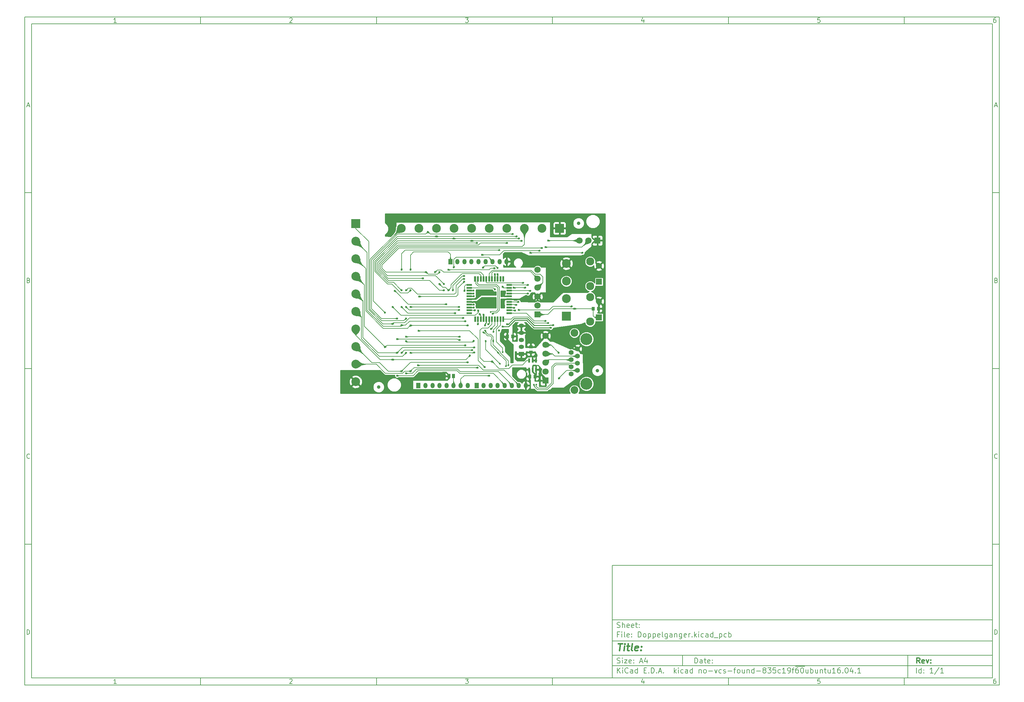
<source format=gtl>
%TF.GenerationSoftware,KiCad,Pcbnew,no-vcs-found-835c19f~60~ubuntu16.04.1*%
%TF.CreationDate,2017-10-10T23:09:56+02:00*%
%TF.ProjectId,Doppelganger,446F7070656C67616E6765722E6B6963,rev?*%
%TF.SameCoordinates,Original*%
%TF.FileFunction,Copper,L1,Top,Signal*%
%TF.FilePolarity,Positive*%
%FSLAX46Y46*%
G04 Gerber Fmt 4.6, Leading zero omitted, Abs format (unit mm)*
G04 Created by KiCad (PCBNEW no-vcs-found-835c19f~60~ubuntu16.04.1) date Tue Oct 10 23:09:56 2017*
%MOMM*%
%LPD*%
G01*
G04 APERTURE LIST*
%ADD10C,0.100000*%
%ADD11C,0.150000*%
%ADD12C,0.300000*%
%ADD13C,0.400000*%
%TA.AperFunction,SMDPad,CuDef*%
%ADD14R,0.970000X1.270000*%
%TD*%
%TA.AperFunction,SMDPad,CuDef*%
%ADD15R,0.914400X1.066800*%
%TD*%
%TA.AperFunction,ComponentPad*%
%ADD16R,2.500000X2.500000*%
%TD*%
%TA.AperFunction,ComponentPad*%
%ADD17C,2.500000*%
%TD*%
%TA.AperFunction,ComponentPad*%
%ADD18R,1.700000X1.700000*%
%TD*%
%TA.AperFunction,ComponentPad*%
%ADD19C,1.700000*%
%TD*%
%TA.AperFunction,ComponentPad*%
%ADD20C,2.300000*%
%TD*%
%TA.AperFunction,ComponentPad*%
%ADD21R,1.800000X1.800000*%
%TD*%
%TA.AperFunction,ComponentPad*%
%ADD22C,1.800000*%
%TD*%
%TA.AperFunction,SMDPad,CuDef*%
%ADD23R,1.500000X0.550000*%
%TD*%
%TA.AperFunction,SMDPad,CuDef*%
%ADD24R,0.550000X1.500000*%
%TD*%
%TA.AperFunction,SMDPad,CuDef*%
%ADD25C,0.550000*%
%TD*%
%TA.AperFunction,Conductor*%
%ADD26C,0.100000*%
%TD*%
%TA.AperFunction,ComponentPad*%
%ADD27C,1.400000*%
%TD*%
%TA.AperFunction,WasherPad*%
%ADD28C,3.400000*%
%TD*%
%TA.AperFunction,WasherPad*%
%ADD29C,2.200000*%
%TD*%
%TA.AperFunction,ComponentPad*%
%ADD30O,1.200000X1.524000*%
%TD*%
%TA.AperFunction,ComponentPad*%
%ADD31R,1.200000X1.524000*%
%TD*%
%TA.AperFunction,ComponentPad*%
%ADD32O,1.524000X1.200000*%
%TD*%
%TA.AperFunction,ComponentPad*%
%ADD33R,1.524000X1.200000*%
%TD*%
%TA.AperFunction,BGAPad,CuDef*%
%ADD34C,1.000000*%
%TD*%
%TA.AperFunction,SMDPad,CuDef*%
%ADD35R,0.620000X1.220000*%
%TD*%
%TA.AperFunction,SMDPad,CuDef*%
%ADD36R,1.066800X0.914400*%
%TD*%
%TA.AperFunction,ViaPad*%
%ADD37C,0.600000*%
%TD*%
%TA.AperFunction,ViaPad*%
%ADD38C,0.508000*%
%TD*%
%TA.AperFunction,Conductor*%
%ADD39C,0.381000*%
%TD*%
%TA.AperFunction,Conductor*%
%ADD40C,0.203200*%
%TD*%
%TA.AperFunction,Conductor*%
%ADD41C,0.254000*%
%TD*%
%TA.AperFunction,Conductor*%
%ADD42C,0.025400*%
%TD*%
G04 APERTURE END LIST*
D10*
D11*
X177002200Y-166007200D02*
X177002200Y-198007200D01*
X285002200Y-198007200D01*
X285002200Y-166007200D01*
X177002200Y-166007200D01*
D10*
D11*
X10000000Y-10000000D02*
X10000000Y-200007200D01*
X287002200Y-200007200D01*
X287002200Y-10000000D01*
X10000000Y-10000000D01*
D10*
D11*
X12000000Y-12000000D02*
X12000000Y-198007200D01*
X285002200Y-198007200D01*
X285002200Y-12000000D01*
X12000000Y-12000000D01*
D10*
D11*
X60000000Y-12000000D02*
X60000000Y-10000000D01*
D10*
D11*
X110000000Y-12000000D02*
X110000000Y-10000000D01*
D10*
D11*
X160000000Y-12000000D02*
X160000000Y-10000000D01*
D10*
D11*
X210000000Y-12000000D02*
X210000000Y-10000000D01*
D10*
D11*
X260000000Y-12000000D02*
X260000000Y-10000000D01*
D10*
D11*
X36065476Y-11588095D02*
X35322619Y-11588095D01*
X35694047Y-11588095D02*
X35694047Y-10288095D01*
X35570238Y-10473809D01*
X35446428Y-10597619D01*
X35322619Y-10659523D01*
D10*
D11*
X85322619Y-10411904D02*
X85384523Y-10350000D01*
X85508333Y-10288095D01*
X85817857Y-10288095D01*
X85941666Y-10350000D01*
X86003571Y-10411904D01*
X86065476Y-10535714D01*
X86065476Y-10659523D01*
X86003571Y-10845238D01*
X85260714Y-11588095D01*
X86065476Y-11588095D01*
D10*
D11*
X135260714Y-10288095D02*
X136065476Y-10288095D01*
X135632142Y-10783333D01*
X135817857Y-10783333D01*
X135941666Y-10845238D01*
X136003571Y-10907142D01*
X136065476Y-11030952D01*
X136065476Y-11340476D01*
X136003571Y-11464285D01*
X135941666Y-11526190D01*
X135817857Y-11588095D01*
X135446428Y-11588095D01*
X135322619Y-11526190D01*
X135260714Y-11464285D01*
D10*
D11*
X185941666Y-10721428D02*
X185941666Y-11588095D01*
X185632142Y-10226190D02*
X185322619Y-11154761D01*
X186127380Y-11154761D01*
D10*
D11*
X236003571Y-10288095D02*
X235384523Y-10288095D01*
X235322619Y-10907142D01*
X235384523Y-10845238D01*
X235508333Y-10783333D01*
X235817857Y-10783333D01*
X235941666Y-10845238D01*
X236003571Y-10907142D01*
X236065476Y-11030952D01*
X236065476Y-11340476D01*
X236003571Y-11464285D01*
X235941666Y-11526190D01*
X235817857Y-11588095D01*
X235508333Y-11588095D01*
X235384523Y-11526190D01*
X235322619Y-11464285D01*
D10*
D11*
X285941666Y-10288095D02*
X285694047Y-10288095D01*
X285570238Y-10350000D01*
X285508333Y-10411904D01*
X285384523Y-10597619D01*
X285322619Y-10845238D01*
X285322619Y-11340476D01*
X285384523Y-11464285D01*
X285446428Y-11526190D01*
X285570238Y-11588095D01*
X285817857Y-11588095D01*
X285941666Y-11526190D01*
X286003571Y-11464285D01*
X286065476Y-11340476D01*
X286065476Y-11030952D01*
X286003571Y-10907142D01*
X285941666Y-10845238D01*
X285817857Y-10783333D01*
X285570238Y-10783333D01*
X285446428Y-10845238D01*
X285384523Y-10907142D01*
X285322619Y-11030952D01*
D10*
D11*
X60000000Y-198007200D02*
X60000000Y-200007200D01*
D10*
D11*
X110000000Y-198007200D02*
X110000000Y-200007200D01*
D10*
D11*
X160000000Y-198007200D02*
X160000000Y-200007200D01*
D10*
D11*
X210000000Y-198007200D02*
X210000000Y-200007200D01*
D10*
D11*
X260000000Y-198007200D02*
X260000000Y-200007200D01*
D10*
D11*
X36065476Y-199595295D02*
X35322619Y-199595295D01*
X35694047Y-199595295D02*
X35694047Y-198295295D01*
X35570238Y-198481009D01*
X35446428Y-198604819D01*
X35322619Y-198666723D01*
D10*
D11*
X85322619Y-198419104D02*
X85384523Y-198357200D01*
X85508333Y-198295295D01*
X85817857Y-198295295D01*
X85941666Y-198357200D01*
X86003571Y-198419104D01*
X86065476Y-198542914D01*
X86065476Y-198666723D01*
X86003571Y-198852438D01*
X85260714Y-199595295D01*
X86065476Y-199595295D01*
D10*
D11*
X135260714Y-198295295D02*
X136065476Y-198295295D01*
X135632142Y-198790533D01*
X135817857Y-198790533D01*
X135941666Y-198852438D01*
X136003571Y-198914342D01*
X136065476Y-199038152D01*
X136065476Y-199347676D01*
X136003571Y-199471485D01*
X135941666Y-199533390D01*
X135817857Y-199595295D01*
X135446428Y-199595295D01*
X135322619Y-199533390D01*
X135260714Y-199471485D01*
D10*
D11*
X185941666Y-198728628D02*
X185941666Y-199595295D01*
X185632142Y-198233390D02*
X185322619Y-199161961D01*
X186127380Y-199161961D01*
D10*
D11*
X236003571Y-198295295D02*
X235384523Y-198295295D01*
X235322619Y-198914342D01*
X235384523Y-198852438D01*
X235508333Y-198790533D01*
X235817857Y-198790533D01*
X235941666Y-198852438D01*
X236003571Y-198914342D01*
X236065476Y-199038152D01*
X236065476Y-199347676D01*
X236003571Y-199471485D01*
X235941666Y-199533390D01*
X235817857Y-199595295D01*
X235508333Y-199595295D01*
X235384523Y-199533390D01*
X235322619Y-199471485D01*
D10*
D11*
X285941666Y-198295295D02*
X285694047Y-198295295D01*
X285570238Y-198357200D01*
X285508333Y-198419104D01*
X285384523Y-198604819D01*
X285322619Y-198852438D01*
X285322619Y-199347676D01*
X285384523Y-199471485D01*
X285446428Y-199533390D01*
X285570238Y-199595295D01*
X285817857Y-199595295D01*
X285941666Y-199533390D01*
X286003571Y-199471485D01*
X286065476Y-199347676D01*
X286065476Y-199038152D01*
X286003571Y-198914342D01*
X285941666Y-198852438D01*
X285817857Y-198790533D01*
X285570238Y-198790533D01*
X285446428Y-198852438D01*
X285384523Y-198914342D01*
X285322619Y-199038152D01*
D10*
D11*
X10000000Y-60000000D02*
X12000000Y-60000000D01*
D10*
D11*
X10000000Y-110000000D02*
X12000000Y-110000000D01*
D10*
D11*
X10000000Y-160000000D02*
X12000000Y-160000000D01*
D10*
D11*
X10690476Y-35216666D02*
X11309523Y-35216666D01*
X10566666Y-35588095D02*
X11000000Y-34288095D01*
X11433333Y-35588095D01*
D10*
D11*
X11092857Y-84907142D02*
X11278571Y-84969047D01*
X11340476Y-85030952D01*
X11402380Y-85154761D01*
X11402380Y-85340476D01*
X11340476Y-85464285D01*
X11278571Y-85526190D01*
X11154761Y-85588095D01*
X10659523Y-85588095D01*
X10659523Y-84288095D01*
X11092857Y-84288095D01*
X11216666Y-84350000D01*
X11278571Y-84411904D01*
X11340476Y-84535714D01*
X11340476Y-84659523D01*
X11278571Y-84783333D01*
X11216666Y-84845238D01*
X11092857Y-84907142D01*
X10659523Y-84907142D01*
D10*
D11*
X11402380Y-135464285D02*
X11340476Y-135526190D01*
X11154761Y-135588095D01*
X11030952Y-135588095D01*
X10845238Y-135526190D01*
X10721428Y-135402380D01*
X10659523Y-135278571D01*
X10597619Y-135030952D01*
X10597619Y-134845238D01*
X10659523Y-134597619D01*
X10721428Y-134473809D01*
X10845238Y-134350000D01*
X11030952Y-134288095D01*
X11154761Y-134288095D01*
X11340476Y-134350000D01*
X11402380Y-134411904D01*
D10*
D11*
X10659523Y-185588095D02*
X10659523Y-184288095D01*
X10969047Y-184288095D01*
X11154761Y-184350000D01*
X11278571Y-184473809D01*
X11340476Y-184597619D01*
X11402380Y-184845238D01*
X11402380Y-185030952D01*
X11340476Y-185278571D01*
X11278571Y-185402380D01*
X11154761Y-185526190D01*
X10969047Y-185588095D01*
X10659523Y-185588095D01*
D10*
D11*
X287002200Y-60000000D02*
X285002200Y-60000000D01*
D10*
D11*
X287002200Y-110000000D02*
X285002200Y-110000000D01*
D10*
D11*
X287002200Y-160000000D02*
X285002200Y-160000000D01*
D10*
D11*
X285692676Y-35216666D02*
X286311723Y-35216666D01*
X285568866Y-35588095D02*
X286002200Y-34288095D01*
X286435533Y-35588095D01*
D10*
D11*
X286095057Y-84907142D02*
X286280771Y-84969047D01*
X286342676Y-85030952D01*
X286404580Y-85154761D01*
X286404580Y-85340476D01*
X286342676Y-85464285D01*
X286280771Y-85526190D01*
X286156961Y-85588095D01*
X285661723Y-85588095D01*
X285661723Y-84288095D01*
X286095057Y-84288095D01*
X286218866Y-84350000D01*
X286280771Y-84411904D01*
X286342676Y-84535714D01*
X286342676Y-84659523D01*
X286280771Y-84783333D01*
X286218866Y-84845238D01*
X286095057Y-84907142D01*
X285661723Y-84907142D01*
D10*
D11*
X286404580Y-135464285D02*
X286342676Y-135526190D01*
X286156961Y-135588095D01*
X286033152Y-135588095D01*
X285847438Y-135526190D01*
X285723628Y-135402380D01*
X285661723Y-135278571D01*
X285599819Y-135030952D01*
X285599819Y-134845238D01*
X285661723Y-134597619D01*
X285723628Y-134473809D01*
X285847438Y-134350000D01*
X286033152Y-134288095D01*
X286156961Y-134288095D01*
X286342676Y-134350000D01*
X286404580Y-134411904D01*
D10*
D11*
X285661723Y-185588095D02*
X285661723Y-184288095D01*
X285971247Y-184288095D01*
X286156961Y-184350000D01*
X286280771Y-184473809D01*
X286342676Y-184597619D01*
X286404580Y-184845238D01*
X286404580Y-185030952D01*
X286342676Y-185278571D01*
X286280771Y-185402380D01*
X286156961Y-185526190D01*
X285971247Y-185588095D01*
X285661723Y-185588095D01*
D10*
D11*
X200434342Y-193785771D02*
X200434342Y-192285771D01*
X200791485Y-192285771D01*
X201005771Y-192357200D01*
X201148628Y-192500057D01*
X201220057Y-192642914D01*
X201291485Y-192928628D01*
X201291485Y-193142914D01*
X201220057Y-193428628D01*
X201148628Y-193571485D01*
X201005771Y-193714342D01*
X200791485Y-193785771D01*
X200434342Y-193785771D01*
X202577200Y-193785771D02*
X202577200Y-193000057D01*
X202505771Y-192857200D01*
X202362914Y-192785771D01*
X202077200Y-192785771D01*
X201934342Y-192857200D01*
X202577200Y-193714342D02*
X202434342Y-193785771D01*
X202077200Y-193785771D01*
X201934342Y-193714342D01*
X201862914Y-193571485D01*
X201862914Y-193428628D01*
X201934342Y-193285771D01*
X202077200Y-193214342D01*
X202434342Y-193214342D01*
X202577200Y-193142914D01*
X203077200Y-192785771D02*
X203648628Y-192785771D01*
X203291485Y-192285771D02*
X203291485Y-193571485D01*
X203362914Y-193714342D01*
X203505771Y-193785771D01*
X203648628Y-193785771D01*
X204720057Y-193714342D02*
X204577200Y-193785771D01*
X204291485Y-193785771D01*
X204148628Y-193714342D01*
X204077200Y-193571485D01*
X204077200Y-193000057D01*
X204148628Y-192857200D01*
X204291485Y-192785771D01*
X204577200Y-192785771D01*
X204720057Y-192857200D01*
X204791485Y-193000057D01*
X204791485Y-193142914D01*
X204077200Y-193285771D01*
X205434342Y-193642914D02*
X205505771Y-193714342D01*
X205434342Y-193785771D01*
X205362914Y-193714342D01*
X205434342Y-193642914D01*
X205434342Y-193785771D01*
X205434342Y-192857200D02*
X205505771Y-192928628D01*
X205434342Y-193000057D01*
X205362914Y-192928628D01*
X205434342Y-192857200D01*
X205434342Y-193000057D01*
D10*
D11*
X177002200Y-194507200D02*
X285002200Y-194507200D01*
D10*
D11*
X178434342Y-196585771D02*
X178434342Y-195085771D01*
X179291485Y-196585771D02*
X178648628Y-195728628D01*
X179291485Y-195085771D02*
X178434342Y-195942914D01*
X179934342Y-196585771D02*
X179934342Y-195585771D01*
X179934342Y-195085771D02*
X179862914Y-195157200D01*
X179934342Y-195228628D01*
X180005771Y-195157200D01*
X179934342Y-195085771D01*
X179934342Y-195228628D01*
X181505771Y-196442914D02*
X181434342Y-196514342D01*
X181220057Y-196585771D01*
X181077200Y-196585771D01*
X180862914Y-196514342D01*
X180720057Y-196371485D01*
X180648628Y-196228628D01*
X180577200Y-195942914D01*
X180577200Y-195728628D01*
X180648628Y-195442914D01*
X180720057Y-195300057D01*
X180862914Y-195157200D01*
X181077200Y-195085771D01*
X181220057Y-195085771D01*
X181434342Y-195157200D01*
X181505771Y-195228628D01*
X182791485Y-196585771D02*
X182791485Y-195800057D01*
X182720057Y-195657200D01*
X182577200Y-195585771D01*
X182291485Y-195585771D01*
X182148628Y-195657200D01*
X182791485Y-196514342D02*
X182648628Y-196585771D01*
X182291485Y-196585771D01*
X182148628Y-196514342D01*
X182077200Y-196371485D01*
X182077200Y-196228628D01*
X182148628Y-196085771D01*
X182291485Y-196014342D01*
X182648628Y-196014342D01*
X182791485Y-195942914D01*
X184148628Y-196585771D02*
X184148628Y-195085771D01*
X184148628Y-196514342D02*
X184005771Y-196585771D01*
X183720057Y-196585771D01*
X183577200Y-196514342D01*
X183505771Y-196442914D01*
X183434342Y-196300057D01*
X183434342Y-195871485D01*
X183505771Y-195728628D01*
X183577200Y-195657200D01*
X183720057Y-195585771D01*
X184005771Y-195585771D01*
X184148628Y-195657200D01*
X186005771Y-195800057D02*
X186505771Y-195800057D01*
X186720057Y-196585771D02*
X186005771Y-196585771D01*
X186005771Y-195085771D01*
X186720057Y-195085771D01*
X187362914Y-196442914D02*
X187434342Y-196514342D01*
X187362914Y-196585771D01*
X187291485Y-196514342D01*
X187362914Y-196442914D01*
X187362914Y-196585771D01*
X188077200Y-196585771D02*
X188077200Y-195085771D01*
X188434342Y-195085771D01*
X188648628Y-195157200D01*
X188791485Y-195300057D01*
X188862914Y-195442914D01*
X188934342Y-195728628D01*
X188934342Y-195942914D01*
X188862914Y-196228628D01*
X188791485Y-196371485D01*
X188648628Y-196514342D01*
X188434342Y-196585771D01*
X188077200Y-196585771D01*
X189577200Y-196442914D02*
X189648628Y-196514342D01*
X189577200Y-196585771D01*
X189505771Y-196514342D01*
X189577200Y-196442914D01*
X189577200Y-196585771D01*
X190220057Y-196157200D02*
X190934342Y-196157200D01*
X190077200Y-196585771D02*
X190577200Y-195085771D01*
X191077200Y-196585771D01*
X191577200Y-196442914D02*
X191648628Y-196514342D01*
X191577200Y-196585771D01*
X191505771Y-196514342D01*
X191577200Y-196442914D01*
X191577200Y-196585771D01*
X194577200Y-196585771D02*
X194577200Y-195085771D01*
X194720057Y-196014342D02*
X195148628Y-196585771D01*
X195148628Y-195585771D02*
X194577200Y-196157200D01*
X195791485Y-196585771D02*
X195791485Y-195585771D01*
X195791485Y-195085771D02*
X195720057Y-195157200D01*
X195791485Y-195228628D01*
X195862914Y-195157200D01*
X195791485Y-195085771D01*
X195791485Y-195228628D01*
X197148628Y-196514342D02*
X197005771Y-196585771D01*
X196720057Y-196585771D01*
X196577200Y-196514342D01*
X196505771Y-196442914D01*
X196434342Y-196300057D01*
X196434342Y-195871485D01*
X196505771Y-195728628D01*
X196577200Y-195657200D01*
X196720057Y-195585771D01*
X197005771Y-195585771D01*
X197148628Y-195657200D01*
X198434342Y-196585771D02*
X198434342Y-195800057D01*
X198362914Y-195657200D01*
X198220057Y-195585771D01*
X197934342Y-195585771D01*
X197791485Y-195657200D01*
X198434342Y-196514342D02*
X198291485Y-196585771D01*
X197934342Y-196585771D01*
X197791485Y-196514342D01*
X197720057Y-196371485D01*
X197720057Y-196228628D01*
X197791485Y-196085771D01*
X197934342Y-196014342D01*
X198291485Y-196014342D01*
X198434342Y-195942914D01*
X199791485Y-196585771D02*
X199791485Y-195085771D01*
X199791485Y-196514342D02*
X199648628Y-196585771D01*
X199362914Y-196585771D01*
X199220057Y-196514342D01*
X199148628Y-196442914D01*
X199077200Y-196300057D01*
X199077200Y-195871485D01*
X199148628Y-195728628D01*
X199220057Y-195657200D01*
X199362914Y-195585771D01*
X199648628Y-195585771D01*
X199791485Y-195657200D01*
X201648628Y-195585771D02*
X201648628Y-196585771D01*
X201648628Y-195728628D02*
X201720057Y-195657200D01*
X201862914Y-195585771D01*
X202077200Y-195585771D01*
X202220057Y-195657200D01*
X202291485Y-195800057D01*
X202291485Y-196585771D01*
X203220057Y-196585771D02*
X203077200Y-196514342D01*
X203005771Y-196442914D01*
X202934342Y-196300057D01*
X202934342Y-195871485D01*
X203005771Y-195728628D01*
X203077200Y-195657200D01*
X203220057Y-195585771D01*
X203434342Y-195585771D01*
X203577200Y-195657200D01*
X203648628Y-195728628D01*
X203720057Y-195871485D01*
X203720057Y-196300057D01*
X203648628Y-196442914D01*
X203577200Y-196514342D01*
X203434342Y-196585771D01*
X203220057Y-196585771D01*
X204362914Y-196014342D02*
X205505771Y-196014342D01*
X206077200Y-195585771D02*
X206434342Y-196585771D01*
X206791485Y-195585771D01*
X208005771Y-196514342D02*
X207862914Y-196585771D01*
X207577200Y-196585771D01*
X207434342Y-196514342D01*
X207362914Y-196442914D01*
X207291485Y-196300057D01*
X207291485Y-195871485D01*
X207362914Y-195728628D01*
X207434342Y-195657200D01*
X207577200Y-195585771D01*
X207862914Y-195585771D01*
X208005771Y-195657200D01*
X208577200Y-196514342D02*
X208720057Y-196585771D01*
X209005771Y-196585771D01*
X209148628Y-196514342D01*
X209220057Y-196371485D01*
X209220057Y-196300057D01*
X209148628Y-196157200D01*
X209005771Y-196085771D01*
X208791485Y-196085771D01*
X208648628Y-196014342D01*
X208577200Y-195871485D01*
X208577200Y-195800057D01*
X208648628Y-195657200D01*
X208791485Y-195585771D01*
X209005771Y-195585771D01*
X209148628Y-195657200D01*
X209862914Y-196014342D02*
X211005771Y-196014342D01*
X211505771Y-195585771D02*
X212077200Y-195585771D01*
X211720057Y-196585771D02*
X211720057Y-195300057D01*
X211791485Y-195157200D01*
X211934342Y-195085771D01*
X212077200Y-195085771D01*
X212791485Y-196585771D02*
X212648628Y-196514342D01*
X212577200Y-196442914D01*
X212505771Y-196300057D01*
X212505771Y-195871485D01*
X212577200Y-195728628D01*
X212648628Y-195657200D01*
X212791485Y-195585771D01*
X213005771Y-195585771D01*
X213148628Y-195657200D01*
X213220057Y-195728628D01*
X213291485Y-195871485D01*
X213291485Y-196300057D01*
X213220057Y-196442914D01*
X213148628Y-196514342D01*
X213005771Y-196585771D01*
X212791485Y-196585771D01*
X214577200Y-195585771D02*
X214577200Y-196585771D01*
X213934342Y-195585771D02*
X213934342Y-196371485D01*
X214005771Y-196514342D01*
X214148628Y-196585771D01*
X214362914Y-196585771D01*
X214505771Y-196514342D01*
X214577200Y-196442914D01*
X215291485Y-195585771D02*
X215291485Y-196585771D01*
X215291485Y-195728628D02*
X215362914Y-195657200D01*
X215505771Y-195585771D01*
X215720057Y-195585771D01*
X215862914Y-195657200D01*
X215934342Y-195800057D01*
X215934342Y-196585771D01*
X217291485Y-196585771D02*
X217291485Y-195085771D01*
X217291485Y-196514342D02*
X217148628Y-196585771D01*
X216862914Y-196585771D01*
X216720057Y-196514342D01*
X216648628Y-196442914D01*
X216577200Y-196300057D01*
X216577200Y-195871485D01*
X216648628Y-195728628D01*
X216720057Y-195657200D01*
X216862914Y-195585771D01*
X217148628Y-195585771D01*
X217291485Y-195657200D01*
X218005771Y-196014342D02*
X219148628Y-196014342D01*
X220077200Y-195728628D02*
X219934342Y-195657200D01*
X219862914Y-195585771D01*
X219791485Y-195442914D01*
X219791485Y-195371485D01*
X219862914Y-195228628D01*
X219934342Y-195157200D01*
X220077200Y-195085771D01*
X220362914Y-195085771D01*
X220505771Y-195157200D01*
X220577200Y-195228628D01*
X220648628Y-195371485D01*
X220648628Y-195442914D01*
X220577200Y-195585771D01*
X220505771Y-195657200D01*
X220362914Y-195728628D01*
X220077200Y-195728628D01*
X219934342Y-195800057D01*
X219862914Y-195871485D01*
X219791485Y-196014342D01*
X219791485Y-196300057D01*
X219862914Y-196442914D01*
X219934342Y-196514342D01*
X220077200Y-196585771D01*
X220362914Y-196585771D01*
X220505771Y-196514342D01*
X220577200Y-196442914D01*
X220648628Y-196300057D01*
X220648628Y-196014342D01*
X220577200Y-195871485D01*
X220505771Y-195800057D01*
X220362914Y-195728628D01*
X221148628Y-195085771D02*
X222077200Y-195085771D01*
X221577200Y-195657200D01*
X221791485Y-195657200D01*
X221934342Y-195728628D01*
X222005771Y-195800057D01*
X222077200Y-195942914D01*
X222077200Y-196300057D01*
X222005771Y-196442914D01*
X221934342Y-196514342D01*
X221791485Y-196585771D01*
X221362914Y-196585771D01*
X221220057Y-196514342D01*
X221148628Y-196442914D01*
X223434342Y-195085771D02*
X222720057Y-195085771D01*
X222648628Y-195800057D01*
X222720057Y-195728628D01*
X222862914Y-195657200D01*
X223220057Y-195657200D01*
X223362914Y-195728628D01*
X223434342Y-195800057D01*
X223505771Y-195942914D01*
X223505771Y-196300057D01*
X223434342Y-196442914D01*
X223362914Y-196514342D01*
X223220057Y-196585771D01*
X222862914Y-196585771D01*
X222720057Y-196514342D01*
X222648628Y-196442914D01*
X224791485Y-196514342D02*
X224648628Y-196585771D01*
X224362914Y-196585771D01*
X224220057Y-196514342D01*
X224148628Y-196442914D01*
X224077200Y-196300057D01*
X224077200Y-195871485D01*
X224148628Y-195728628D01*
X224220057Y-195657200D01*
X224362914Y-195585771D01*
X224648628Y-195585771D01*
X224791485Y-195657200D01*
X226220057Y-196585771D02*
X225362914Y-196585771D01*
X225791485Y-196585771D02*
X225791485Y-195085771D01*
X225648628Y-195300057D01*
X225505771Y-195442914D01*
X225362914Y-195514342D01*
X226934342Y-196585771D02*
X227220057Y-196585771D01*
X227362914Y-196514342D01*
X227434342Y-196442914D01*
X227577200Y-196228628D01*
X227648628Y-195942914D01*
X227648628Y-195371485D01*
X227577200Y-195228628D01*
X227505771Y-195157200D01*
X227362914Y-195085771D01*
X227077200Y-195085771D01*
X226934342Y-195157200D01*
X226862914Y-195228628D01*
X226791485Y-195371485D01*
X226791485Y-195728628D01*
X226862914Y-195871485D01*
X226934342Y-195942914D01*
X227077200Y-196014342D01*
X227362914Y-196014342D01*
X227505771Y-195942914D01*
X227577200Y-195871485D01*
X227648628Y-195728628D01*
X228077200Y-195585771D02*
X228648628Y-195585771D01*
X228291485Y-196585771D02*
X228291485Y-195300057D01*
X228362914Y-195157200D01*
X228505771Y-195085771D01*
X228648628Y-195085771D01*
X229038985Y-194677200D02*
X230220057Y-194677200D01*
X229791485Y-195085771D02*
X229505771Y-195085771D01*
X229362914Y-195157200D01*
X229291485Y-195228628D01*
X229148628Y-195442914D01*
X229077200Y-195728628D01*
X229077200Y-196300057D01*
X229148628Y-196442914D01*
X229220057Y-196514342D01*
X229362914Y-196585771D01*
X229648628Y-196585771D01*
X229791485Y-196514342D01*
X229862914Y-196442914D01*
X229934342Y-196300057D01*
X229934342Y-195942914D01*
X229862914Y-195800057D01*
X229791485Y-195728628D01*
X229648628Y-195657200D01*
X229362914Y-195657200D01*
X229220057Y-195728628D01*
X229148628Y-195800057D01*
X229077200Y-195942914D01*
X230220057Y-194677200D02*
X231648628Y-194677200D01*
X230862914Y-195085771D02*
X231005771Y-195085771D01*
X231148628Y-195157200D01*
X231220057Y-195228628D01*
X231291485Y-195371485D01*
X231362914Y-195657200D01*
X231362914Y-196014342D01*
X231291485Y-196300057D01*
X231220057Y-196442914D01*
X231148628Y-196514342D01*
X231005771Y-196585771D01*
X230862914Y-196585771D01*
X230720057Y-196514342D01*
X230648628Y-196442914D01*
X230577200Y-196300057D01*
X230505771Y-196014342D01*
X230505771Y-195657200D01*
X230577200Y-195371485D01*
X230648628Y-195228628D01*
X230720057Y-195157200D01*
X230862914Y-195085771D01*
X232648628Y-195585771D02*
X232648628Y-196585771D01*
X232005771Y-195585771D02*
X232005771Y-196371485D01*
X232077199Y-196514342D01*
X232220057Y-196585771D01*
X232434342Y-196585771D01*
X232577199Y-196514342D01*
X232648628Y-196442914D01*
X233362914Y-196585771D02*
X233362914Y-195085771D01*
X233362914Y-195657200D02*
X233505771Y-195585771D01*
X233791485Y-195585771D01*
X233934342Y-195657200D01*
X234005771Y-195728628D01*
X234077200Y-195871485D01*
X234077200Y-196300057D01*
X234005771Y-196442914D01*
X233934342Y-196514342D01*
X233791485Y-196585771D01*
X233505771Y-196585771D01*
X233362914Y-196514342D01*
X235362914Y-195585771D02*
X235362914Y-196585771D01*
X234720057Y-195585771D02*
X234720057Y-196371485D01*
X234791485Y-196514342D01*
X234934342Y-196585771D01*
X235148628Y-196585771D01*
X235291485Y-196514342D01*
X235362914Y-196442914D01*
X236077200Y-195585771D02*
X236077200Y-196585771D01*
X236077200Y-195728628D02*
X236148628Y-195657200D01*
X236291485Y-195585771D01*
X236505771Y-195585771D01*
X236648628Y-195657200D01*
X236720057Y-195800057D01*
X236720057Y-196585771D01*
X237220057Y-195585771D02*
X237791485Y-195585771D01*
X237434342Y-195085771D02*
X237434342Y-196371485D01*
X237505771Y-196514342D01*
X237648628Y-196585771D01*
X237791485Y-196585771D01*
X238934342Y-195585771D02*
X238934342Y-196585771D01*
X238291485Y-195585771D02*
X238291485Y-196371485D01*
X238362914Y-196514342D01*
X238505771Y-196585771D01*
X238720057Y-196585771D01*
X238862914Y-196514342D01*
X238934342Y-196442914D01*
X240434342Y-196585771D02*
X239577200Y-196585771D01*
X240005771Y-196585771D02*
X240005771Y-195085771D01*
X239862914Y-195300057D01*
X239720057Y-195442914D01*
X239577200Y-195514342D01*
X241720057Y-195085771D02*
X241434342Y-195085771D01*
X241291485Y-195157200D01*
X241220057Y-195228628D01*
X241077200Y-195442914D01*
X241005771Y-195728628D01*
X241005771Y-196300057D01*
X241077200Y-196442914D01*
X241148628Y-196514342D01*
X241291485Y-196585771D01*
X241577200Y-196585771D01*
X241720057Y-196514342D01*
X241791485Y-196442914D01*
X241862914Y-196300057D01*
X241862914Y-195942914D01*
X241791485Y-195800057D01*
X241720057Y-195728628D01*
X241577200Y-195657200D01*
X241291485Y-195657200D01*
X241148628Y-195728628D01*
X241077200Y-195800057D01*
X241005771Y-195942914D01*
X242505771Y-196442914D02*
X242577199Y-196514342D01*
X242505771Y-196585771D01*
X242434342Y-196514342D01*
X242505771Y-196442914D01*
X242505771Y-196585771D01*
X243505771Y-195085771D02*
X243648628Y-195085771D01*
X243791485Y-195157200D01*
X243862914Y-195228628D01*
X243934342Y-195371485D01*
X244005771Y-195657200D01*
X244005771Y-196014342D01*
X243934342Y-196300057D01*
X243862914Y-196442914D01*
X243791485Y-196514342D01*
X243648628Y-196585771D01*
X243505771Y-196585771D01*
X243362914Y-196514342D01*
X243291485Y-196442914D01*
X243220057Y-196300057D01*
X243148628Y-196014342D01*
X243148628Y-195657200D01*
X243220057Y-195371485D01*
X243291485Y-195228628D01*
X243362914Y-195157200D01*
X243505771Y-195085771D01*
X245291485Y-195585771D02*
X245291485Y-196585771D01*
X244934342Y-195014342D02*
X244577199Y-196085771D01*
X245505771Y-196085771D01*
X246077199Y-196442914D02*
X246148628Y-196514342D01*
X246077199Y-196585771D01*
X246005771Y-196514342D01*
X246077199Y-196442914D01*
X246077199Y-196585771D01*
X247577200Y-196585771D02*
X246720057Y-196585771D01*
X247148628Y-196585771D02*
X247148628Y-195085771D01*
X247005771Y-195300057D01*
X246862914Y-195442914D01*
X246720057Y-195514342D01*
D10*
D11*
X177002200Y-191507200D02*
X285002200Y-191507200D01*
D10*
D12*
X264411485Y-193785771D02*
X263911485Y-193071485D01*
X263554342Y-193785771D02*
X263554342Y-192285771D01*
X264125771Y-192285771D01*
X264268628Y-192357200D01*
X264340057Y-192428628D01*
X264411485Y-192571485D01*
X264411485Y-192785771D01*
X264340057Y-192928628D01*
X264268628Y-193000057D01*
X264125771Y-193071485D01*
X263554342Y-193071485D01*
X265625771Y-193714342D02*
X265482914Y-193785771D01*
X265197200Y-193785771D01*
X265054342Y-193714342D01*
X264982914Y-193571485D01*
X264982914Y-193000057D01*
X265054342Y-192857200D01*
X265197200Y-192785771D01*
X265482914Y-192785771D01*
X265625771Y-192857200D01*
X265697200Y-193000057D01*
X265697200Y-193142914D01*
X264982914Y-193285771D01*
X266197200Y-192785771D02*
X266554342Y-193785771D01*
X266911485Y-192785771D01*
X267482914Y-193642914D02*
X267554342Y-193714342D01*
X267482914Y-193785771D01*
X267411485Y-193714342D01*
X267482914Y-193642914D01*
X267482914Y-193785771D01*
X267482914Y-192857200D02*
X267554342Y-192928628D01*
X267482914Y-193000057D01*
X267411485Y-192928628D01*
X267482914Y-192857200D01*
X267482914Y-193000057D01*
D10*
D11*
X178362914Y-193714342D02*
X178577200Y-193785771D01*
X178934342Y-193785771D01*
X179077200Y-193714342D01*
X179148628Y-193642914D01*
X179220057Y-193500057D01*
X179220057Y-193357200D01*
X179148628Y-193214342D01*
X179077200Y-193142914D01*
X178934342Y-193071485D01*
X178648628Y-193000057D01*
X178505771Y-192928628D01*
X178434342Y-192857200D01*
X178362914Y-192714342D01*
X178362914Y-192571485D01*
X178434342Y-192428628D01*
X178505771Y-192357200D01*
X178648628Y-192285771D01*
X179005771Y-192285771D01*
X179220057Y-192357200D01*
X179862914Y-193785771D02*
X179862914Y-192785771D01*
X179862914Y-192285771D02*
X179791485Y-192357200D01*
X179862914Y-192428628D01*
X179934342Y-192357200D01*
X179862914Y-192285771D01*
X179862914Y-192428628D01*
X180434342Y-192785771D02*
X181220057Y-192785771D01*
X180434342Y-193785771D01*
X181220057Y-193785771D01*
X182362914Y-193714342D02*
X182220057Y-193785771D01*
X181934342Y-193785771D01*
X181791485Y-193714342D01*
X181720057Y-193571485D01*
X181720057Y-193000057D01*
X181791485Y-192857200D01*
X181934342Y-192785771D01*
X182220057Y-192785771D01*
X182362914Y-192857200D01*
X182434342Y-193000057D01*
X182434342Y-193142914D01*
X181720057Y-193285771D01*
X183077200Y-193642914D02*
X183148628Y-193714342D01*
X183077200Y-193785771D01*
X183005771Y-193714342D01*
X183077200Y-193642914D01*
X183077200Y-193785771D01*
X183077200Y-192857200D02*
X183148628Y-192928628D01*
X183077200Y-193000057D01*
X183005771Y-192928628D01*
X183077200Y-192857200D01*
X183077200Y-193000057D01*
X184862914Y-193357200D02*
X185577200Y-193357200D01*
X184720057Y-193785771D02*
X185220057Y-192285771D01*
X185720057Y-193785771D01*
X186862914Y-192785771D02*
X186862914Y-193785771D01*
X186505771Y-192214342D02*
X186148628Y-193285771D01*
X187077200Y-193285771D01*
D10*
D11*
X263434342Y-196585771D02*
X263434342Y-195085771D01*
X264791485Y-196585771D02*
X264791485Y-195085771D01*
X264791485Y-196514342D02*
X264648628Y-196585771D01*
X264362914Y-196585771D01*
X264220057Y-196514342D01*
X264148628Y-196442914D01*
X264077200Y-196300057D01*
X264077200Y-195871485D01*
X264148628Y-195728628D01*
X264220057Y-195657200D01*
X264362914Y-195585771D01*
X264648628Y-195585771D01*
X264791485Y-195657200D01*
X265505771Y-196442914D02*
X265577200Y-196514342D01*
X265505771Y-196585771D01*
X265434342Y-196514342D01*
X265505771Y-196442914D01*
X265505771Y-196585771D01*
X265505771Y-195657200D02*
X265577200Y-195728628D01*
X265505771Y-195800057D01*
X265434342Y-195728628D01*
X265505771Y-195657200D01*
X265505771Y-195800057D01*
X268148628Y-196585771D02*
X267291485Y-196585771D01*
X267720057Y-196585771D02*
X267720057Y-195085771D01*
X267577200Y-195300057D01*
X267434342Y-195442914D01*
X267291485Y-195514342D01*
X269862914Y-195014342D02*
X268577200Y-196942914D01*
X271148628Y-196585771D02*
X270291485Y-196585771D01*
X270720057Y-196585771D02*
X270720057Y-195085771D01*
X270577200Y-195300057D01*
X270434342Y-195442914D01*
X270291485Y-195514342D01*
D10*
D11*
X177002200Y-187507200D02*
X285002200Y-187507200D01*
D10*
D13*
X178714580Y-188211961D02*
X179857438Y-188211961D01*
X179036009Y-190211961D02*
X179286009Y-188211961D01*
X180274104Y-190211961D02*
X180440771Y-188878628D01*
X180524104Y-188211961D02*
X180416961Y-188307200D01*
X180500295Y-188402438D01*
X180607438Y-188307200D01*
X180524104Y-188211961D01*
X180500295Y-188402438D01*
X181107438Y-188878628D02*
X181869342Y-188878628D01*
X181476485Y-188211961D02*
X181262200Y-189926247D01*
X181333628Y-190116723D01*
X181512200Y-190211961D01*
X181702676Y-190211961D01*
X182655057Y-190211961D02*
X182476485Y-190116723D01*
X182405057Y-189926247D01*
X182619342Y-188211961D01*
X184190771Y-190116723D02*
X183988390Y-190211961D01*
X183607438Y-190211961D01*
X183428866Y-190116723D01*
X183357438Y-189926247D01*
X183452676Y-189164342D01*
X183571723Y-188973866D01*
X183774104Y-188878628D01*
X184155057Y-188878628D01*
X184333628Y-188973866D01*
X184405057Y-189164342D01*
X184381247Y-189354819D01*
X183405057Y-189545295D01*
X185155057Y-190021485D02*
X185238390Y-190116723D01*
X185131247Y-190211961D01*
X185047914Y-190116723D01*
X185155057Y-190021485D01*
X185131247Y-190211961D01*
X185286009Y-188973866D02*
X185369342Y-189069104D01*
X185262200Y-189164342D01*
X185178866Y-189069104D01*
X185286009Y-188973866D01*
X185262200Y-189164342D01*
D10*
D11*
X178934342Y-185600057D02*
X178434342Y-185600057D01*
X178434342Y-186385771D02*
X178434342Y-184885771D01*
X179148628Y-184885771D01*
X179720057Y-186385771D02*
X179720057Y-185385771D01*
X179720057Y-184885771D02*
X179648628Y-184957200D01*
X179720057Y-185028628D01*
X179791485Y-184957200D01*
X179720057Y-184885771D01*
X179720057Y-185028628D01*
X180648628Y-186385771D02*
X180505771Y-186314342D01*
X180434342Y-186171485D01*
X180434342Y-184885771D01*
X181791485Y-186314342D02*
X181648628Y-186385771D01*
X181362914Y-186385771D01*
X181220057Y-186314342D01*
X181148628Y-186171485D01*
X181148628Y-185600057D01*
X181220057Y-185457200D01*
X181362914Y-185385771D01*
X181648628Y-185385771D01*
X181791485Y-185457200D01*
X181862914Y-185600057D01*
X181862914Y-185742914D01*
X181148628Y-185885771D01*
X182505771Y-186242914D02*
X182577200Y-186314342D01*
X182505771Y-186385771D01*
X182434342Y-186314342D01*
X182505771Y-186242914D01*
X182505771Y-186385771D01*
X182505771Y-185457200D02*
X182577200Y-185528628D01*
X182505771Y-185600057D01*
X182434342Y-185528628D01*
X182505771Y-185457200D01*
X182505771Y-185600057D01*
X184362914Y-186385771D02*
X184362914Y-184885771D01*
X184720057Y-184885771D01*
X184934342Y-184957200D01*
X185077200Y-185100057D01*
X185148628Y-185242914D01*
X185220057Y-185528628D01*
X185220057Y-185742914D01*
X185148628Y-186028628D01*
X185077200Y-186171485D01*
X184934342Y-186314342D01*
X184720057Y-186385771D01*
X184362914Y-186385771D01*
X186077200Y-186385771D02*
X185934342Y-186314342D01*
X185862914Y-186242914D01*
X185791485Y-186100057D01*
X185791485Y-185671485D01*
X185862914Y-185528628D01*
X185934342Y-185457200D01*
X186077200Y-185385771D01*
X186291485Y-185385771D01*
X186434342Y-185457200D01*
X186505771Y-185528628D01*
X186577200Y-185671485D01*
X186577200Y-186100057D01*
X186505771Y-186242914D01*
X186434342Y-186314342D01*
X186291485Y-186385771D01*
X186077200Y-186385771D01*
X187220057Y-185385771D02*
X187220057Y-186885771D01*
X187220057Y-185457200D02*
X187362914Y-185385771D01*
X187648628Y-185385771D01*
X187791485Y-185457200D01*
X187862914Y-185528628D01*
X187934342Y-185671485D01*
X187934342Y-186100057D01*
X187862914Y-186242914D01*
X187791485Y-186314342D01*
X187648628Y-186385771D01*
X187362914Y-186385771D01*
X187220057Y-186314342D01*
X188577200Y-185385771D02*
X188577200Y-186885771D01*
X188577200Y-185457200D02*
X188720057Y-185385771D01*
X189005771Y-185385771D01*
X189148628Y-185457200D01*
X189220057Y-185528628D01*
X189291485Y-185671485D01*
X189291485Y-186100057D01*
X189220057Y-186242914D01*
X189148628Y-186314342D01*
X189005771Y-186385771D01*
X188720057Y-186385771D01*
X188577200Y-186314342D01*
X190505771Y-186314342D02*
X190362914Y-186385771D01*
X190077200Y-186385771D01*
X189934342Y-186314342D01*
X189862914Y-186171485D01*
X189862914Y-185600057D01*
X189934342Y-185457200D01*
X190077200Y-185385771D01*
X190362914Y-185385771D01*
X190505771Y-185457200D01*
X190577200Y-185600057D01*
X190577200Y-185742914D01*
X189862914Y-185885771D01*
X191434342Y-186385771D02*
X191291485Y-186314342D01*
X191220057Y-186171485D01*
X191220057Y-184885771D01*
X192648628Y-185385771D02*
X192648628Y-186600057D01*
X192577200Y-186742914D01*
X192505771Y-186814342D01*
X192362914Y-186885771D01*
X192148628Y-186885771D01*
X192005771Y-186814342D01*
X192648628Y-186314342D02*
X192505771Y-186385771D01*
X192220057Y-186385771D01*
X192077200Y-186314342D01*
X192005771Y-186242914D01*
X191934342Y-186100057D01*
X191934342Y-185671485D01*
X192005771Y-185528628D01*
X192077200Y-185457200D01*
X192220057Y-185385771D01*
X192505771Y-185385771D01*
X192648628Y-185457200D01*
X194005771Y-186385771D02*
X194005771Y-185600057D01*
X193934342Y-185457200D01*
X193791485Y-185385771D01*
X193505771Y-185385771D01*
X193362914Y-185457200D01*
X194005771Y-186314342D02*
X193862914Y-186385771D01*
X193505771Y-186385771D01*
X193362914Y-186314342D01*
X193291485Y-186171485D01*
X193291485Y-186028628D01*
X193362914Y-185885771D01*
X193505771Y-185814342D01*
X193862914Y-185814342D01*
X194005771Y-185742914D01*
X194720057Y-185385771D02*
X194720057Y-186385771D01*
X194720057Y-185528628D02*
X194791485Y-185457200D01*
X194934342Y-185385771D01*
X195148628Y-185385771D01*
X195291485Y-185457200D01*
X195362914Y-185600057D01*
X195362914Y-186385771D01*
X196720057Y-185385771D02*
X196720057Y-186600057D01*
X196648628Y-186742914D01*
X196577200Y-186814342D01*
X196434342Y-186885771D01*
X196220057Y-186885771D01*
X196077200Y-186814342D01*
X196720057Y-186314342D02*
X196577200Y-186385771D01*
X196291485Y-186385771D01*
X196148628Y-186314342D01*
X196077200Y-186242914D01*
X196005771Y-186100057D01*
X196005771Y-185671485D01*
X196077200Y-185528628D01*
X196148628Y-185457200D01*
X196291485Y-185385771D01*
X196577200Y-185385771D01*
X196720057Y-185457200D01*
X198005771Y-186314342D02*
X197862914Y-186385771D01*
X197577200Y-186385771D01*
X197434342Y-186314342D01*
X197362914Y-186171485D01*
X197362914Y-185600057D01*
X197434342Y-185457200D01*
X197577200Y-185385771D01*
X197862914Y-185385771D01*
X198005771Y-185457200D01*
X198077200Y-185600057D01*
X198077200Y-185742914D01*
X197362914Y-185885771D01*
X198720057Y-186385771D02*
X198720057Y-185385771D01*
X198720057Y-185671485D02*
X198791485Y-185528628D01*
X198862914Y-185457200D01*
X199005771Y-185385771D01*
X199148628Y-185385771D01*
X199648628Y-186242914D02*
X199720057Y-186314342D01*
X199648628Y-186385771D01*
X199577200Y-186314342D01*
X199648628Y-186242914D01*
X199648628Y-186385771D01*
X200362914Y-186385771D02*
X200362914Y-184885771D01*
X200505771Y-185814342D02*
X200934342Y-186385771D01*
X200934342Y-185385771D02*
X200362914Y-185957200D01*
X201577200Y-186385771D02*
X201577200Y-185385771D01*
X201577200Y-184885771D02*
X201505771Y-184957200D01*
X201577200Y-185028628D01*
X201648628Y-184957200D01*
X201577200Y-184885771D01*
X201577200Y-185028628D01*
X202934342Y-186314342D02*
X202791485Y-186385771D01*
X202505771Y-186385771D01*
X202362914Y-186314342D01*
X202291485Y-186242914D01*
X202220057Y-186100057D01*
X202220057Y-185671485D01*
X202291485Y-185528628D01*
X202362914Y-185457200D01*
X202505771Y-185385771D01*
X202791485Y-185385771D01*
X202934342Y-185457200D01*
X204220057Y-186385771D02*
X204220057Y-185600057D01*
X204148628Y-185457200D01*
X204005771Y-185385771D01*
X203720057Y-185385771D01*
X203577200Y-185457200D01*
X204220057Y-186314342D02*
X204077200Y-186385771D01*
X203720057Y-186385771D01*
X203577200Y-186314342D01*
X203505771Y-186171485D01*
X203505771Y-186028628D01*
X203577200Y-185885771D01*
X203720057Y-185814342D01*
X204077200Y-185814342D01*
X204220057Y-185742914D01*
X205577200Y-186385771D02*
X205577200Y-184885771D01*
X205577200Y-186314342D02*
X205434342Y-186385771D01*
X205148628Y-186385771D01*
X205005771Y-186314342D01*
X204934342Y-186242914D01*
X204862914Y-186100057D01*
X204862914Y-185671485D01*
X204934342Y-185528628D01*
X205005771Y-185457200D01*
X205148628Y-185385771D01*
X205434342Y-185385771D01*
X205577200Y-185457200D01*
X205934342Y-186528628D02*
X207077200Y-186528628D01*
X207434342Y-185385771D02*
X207434342Y-186885771D01*
X207434342Y-185457200D02*
X207577200Y-185385771D01*
X207862914Y-185385771D01*
X208005771Y-185457200D01*
X208077200Y-185528628D01*
X208148628Y-185671485D01*
X208148628Y-186100057D01*
X208077200Y-186242914D01*
X208005771Y-186314342D01*
X207862914Y-186385771D01*
X207577200Y-186385771D01*
X207434342Y-186314342D01*
X209434342Y-186314342D02*
X209291485Y-186385771D01*
X209005771Y-186385771D01*
X208862914Y-186314342D01*
X208791485Y-186242914D01*
X208720057Y-186100057D01*
X208720057Y-185671485D01*
X208791485Y-185528628D01*
X208862914Y-185457200D01*
X209005771Y-185385771D01*
X209291485Y-185385771D01*
X209434342Y-185457200D01*
X210077200Y-186385771D02*
X210077200Y-184885771D01*
X210077200Y-185457200D02*
X210220057Y-185385771D01*
X210505771Y-185385771D01*
X210648628Y-185457200D01*
X210720057Y-185528628D01*
X210791485Y-185671485D01*
X210791485Y-186100057D01*
X210720057Y-186242914D01*
X210648628Y-186314342D01*
X210505771Y-186385771D01*
X210220057Y-186385771D01*
X210077200Y-186314342D01*
D10*
D11*
X177002200Y-181507200D02*
X285002200Y-181507200D01*
D10*
D11*
X178362914Y-183614342D02*
X178577200Y-183685771D01*
X178934342Y-183685771D01*
X179077200Y-183614342D01*
X179148628Y-183542914D01*
X179220057Y-183400057D01*
X179220057Y-183257200D01*
X179148628Y-183114342D01*
X179077200Y-183042914D01*
X178934342Y-182971485D01*
X178648628Y-182900057D01*
X178505771Y-182828628D01*
X178434342Y-182757200D01*
X178362914Y-182614342D01*
X178362914Y-182471485D01*
X178434342Y-182328628D01*
X178505771Y-182257200D01*
X178648628Y-182185771D01*
X179005771Y-182185771D01*
X179220057Y-182257200D01*
X179862914Y-183685771D02*
X179862914Y-182185771D01*
X180505771Y-183685771D02*
X180505771Y-182900057D01*
X180434342Y-182757200D01*
X180291485Y-182685771D01*
X180077200Y-182685771D01*
X179934342Y-182757200D01*
X179862914Y-182828628D01*
X181791485Y-183614342D02*
X181648628Y-183685771D01*
X181362914Y-183685771D01*
X181220057Y-183614342D01*
X181148628Y-183471485D01*
X181148628Y-182900057D01*
X181220057Y-182757200D01*
X181362914Y-182685771D01*
X181648628Y-182685771D01*
X181791485Y-182757200D01*
X181862914Y-182900057D01*
X181862914Y-183042914D01*
X181148628Y-183185771D01*
X183077200Y-183614342D02*
X182934342Y-183685771D01*
X182648628Y-183685771D01*
X182505771Y-183614342D01*
X182434342Y-183471485D01*
X182434342Y-182900057D01*
X182505771Y-182757200D01*
X182648628Y-182685771D01*
X182934342Y-182685771D01*
X183077200Y-182757200D01*
X183148628Y-182900057D01*
X183148628Y-183042914D01*
X182434342Y-183185771D01*
X183577200Y-182685771D02*
X184148628Y-182685771D01*
X183791485Y-182185771D02*
X183791485Y-183471485D01*
X183862914Y-183614342D01*
X184005771Y-183685771D01*
X184148628Y-183685771D01*
X184648628Y-183542914D02*
X184720057Y-183614342D01*
X184648628Y-183685771D01*
X184577200Y-183614342D01*
X184648628Y-183542914D01*
X184648628Y-183685771D01*
X184648628Y-182757200D02*
X184720057Y-182828628D01*
X184648628Y-182900057D01*
X184577200Y-182828628D01*
X184648628Y-182757200D01*
X184648628Y-182900057D01*
D10*
D11*
X197002200Y-191507200D02*
X197002200Y-194507200D01*
D10*
D11*
X261002200Y-191507200D02*
X261002200Y-198007200D01*
D14*
%TO.P,J3,2*%
%TO.N,GND*%
X130601800Y-112141000D03*
%TO.P,J3,1*%
%TO.N,Net-(J2-PadJ5_6)*%
X131881800Y-112141000D03*
%TD*%
D15*
%TO.P,C4,1*%
%TO.N,/MCLR*%
X171577000Y-92964000D03*
%TO.P,C4,2*%
%TO.N,GND*%
X173101000Y-92964000D03*
%TD*%
%TO.P,C8,1*%
%TO.N,VDD*%
X147142200Y-100863400D03*
%TO.P,C8,2*%
%TO.N,GND*%
X148666200Y-100863400D03*
%TD*%
D16*
%TO.P,P6,1*%
%TO.N,VDD*%
X163936680Y-95134440D03*
D17*
%TO.P,P6,2*%
%TO.N,/LED_RR*%
X163936680Y-90134440D03*
%TO.P,P6,3*%
%TO.N,/LED_LR*%
X163936680Y-85134440D03*
%TO.P,P6,4*%
%TO.N,GND*%
X163936680Y-80134440D03*
%TD*%
D16*
%TO.P,P2,1*%
%TO.N,/CROSS*%
X104084120Y-68751400D03*
D17*
%TO.P,P2,2*%
%TO.N,/L1*%
X104084120Y-73751400D03*
%TO.P,P2,3*%
%TO.N,/R2*%
X104084120Y-78751400D03*
%TO.P,P2,4*%
%TO.N,/L2*%
X104084120Y-83751400D03*
%TO.P,P2,5*%
%TO.N,/CIRCLE*%
X104084120Y-88751400D03*
%TO.P,P2,6*%
%TO.N,/SQUARE*%
X104084120Y-93751400D03*
%TO.P,P2,7*%
%TO.N,/TRIANGLE*%
X104084120Y-98751400D03*
%TO.P,P2,8*%
%TO.N,/R3*%
X104084120Y-103751400D03*
%TO.P,P2,9*%
%TO.N,/R1*%
X104084120Y-108751400D03*
%TO.P,P2,10*%
%TO.N,GND*%
X104084120Y-113751400D03*
%TD*%
D16*
%TO.P,P1,1*%
%TO.N,GND*%
X162001200Y-70104000D03*
D17*
%TO.P,P1,2*%
%TO.N,/Disable*%
X157001200Y-70104000D03*
%TO.P,P1,3*%
%TO.N,/START*%
X152001200Y-70104000D03*
%TO.P,P1,4*%
%TO.N,/PS_KEY*%
X147001200Y-70104000D03*
%TO.P,P1,5*%
%TO.N,/SELECT*%
X142001200Y-70104000D03*
%TO.P,P1,6*%
%TO.N,/UP*%
X137001200Y-70104000D03*
%TO.P,P1,7*%
%TO.N,/DOWN*%
X132001200Y-70104000D03*
%TO.P,P1,8*%
%TO.N,/LEFT*%
X127001200Y-70104000D03*
%TO.P,P1,9*%
%TO.N,/RIGHT*%
X122001200Y-70104000D03*
%TO.P,P1,10*%
%TO.N,/L3*%
X117001200Y-70104000D03*
%TD*%
D18*
%TO.P,SW2,1*%
%TO.N,/MCLR*%
X173203000Y-95415500D03*
D19*
%TO.P,SW2,2*%
%TO.N,GND*%
X173203000Y-90893500D03*
D20*
%TO.P,SW2,3*%
%TO.N,N/C*%
X170713000Y-96659500D03*
%TO.P,SW2,4*%
X170713000Y-89649500D03*
%TD*%
D21*
%TO.P,P5,1*%
%TO.N,GND*%
X172783500Y-73596500D03*
D22*
%TO.P,P5,2*%
%TO.N,/Uart_Rx*%
X170243500Y-73596500D03*
%TO.P,P5,3*%
%TO.N,/Uart_Tx*%
X167703500Y-73596500D03*
%TD*%
D23*
%TO.P,U8,1*%
%TO.N,/Uart_Rx*%
X147711400Y-94246200D03*
%TO.P,U8,2*%
%TO.N,/D_SELECT*%
X147711400Y-93446200D03*
%TO.P,U8,3*%
%TO.N,/UP*%
X147711400Y-92646200D03*
%TO.P,U8,4*%
%TO.N,/DOWN*%
X147711400Y-91846200D03*
%TO.P,U8,5*%
%TO.N,/LEFT*%
X147711400Y-91046200D03*
%TO.P,U8,6*%
%TO.N,GND*%
X147711400Y-90246200D03*
%TO.P,U8,7*%
%TO.N,VDD*%
X147711400Y-89446200D03*
%TO.P,U8,8*%
%TO.N,/SDI*%
X147711400Y-88646200D03*
%TO.P,U8,9*%
%TO.N,/SCK*%
X147711400Y-87846200D03*
%TO.P,U8,10*%
%TO.N,/RIGHT*%
X147711400Y-87046200D03*
%TO.P,U8,11*%
%TO.N,/SDO*%
X147711400Y-86246200D03*
D24*
%TO.P,U8,12*%
%TO.N,Net-(U8-Pad12)*%
X146011400Y-84546200D03*
%TO.P,U8,13*%
%TO.N,Net-(U8-Pad13)*%
X145211400Y-84546200D03*
%TO.P,U8,14*%
%TO.N,/L3*%
X144411400Y-84546200D03*
%TO.P,U8,15*%
%TO.N,/D_START*%
X143611400Y-84546200D03*
%TO.P,U8,16*%
%TO.N,/PGC*%
X142811400Y-84546200D03*
%TO.P,U8,17*%
%TO.N,/PGD*%
X142011400Y-84546200D03*
%TO.P,U8,18*%
%TO.N,Net-(R21-Pad1)*%
X141211400Y-84546200D03*
%TO.P,U8,19*%
%TO.N,/D_PS_KEY*%
X140411400Y-84546200D03*
%TO.P,U8,20*%
%TO.N,/Disable*%
X139611400Y-84546200D03*
%TO.P,U8,21*%
%TO.N,/USB_INPUT-*%
X138811400Y-84546200D03*
D25*
%TO.P,U8,22*%
%TO.N,/USB_INPUT+*%
X138011400Y-84546200D03*
D26*
%TD*%
%TO.N,/USB_INPUT+*%
%TO.C,U8*%
G36*
X138286400Y-83796200D02*
X138286400Y-85296200D01*
X137736400Y-85296200D01*
X137736400Y-83796200D01*
X138286400Y-83796200D01*
X138286400Y-83796200D01*
G37*
D23*
%TO.P,U8,23*%
%TO.N,/CROSS*%
X136311400Y-86246200D03*
%TO.P,U8,24*%
%TO.N,/CSS1*%
X136311400Y-87046200D03*
%TO.P,U8,25*%
%TO.N,/L1*%
X136311400Y-87846200D03*
%TO.P,U8,26*%
%TO.N,/R2*%
X136311400Y-88646200D03*
%TO.P,U8,27*%
%TO.N,/L2*%
X136311400Y-89446200D03*
%TO.P,U8,28*%
%TO.N,VDD*%
X136311400Y-90246200D03*
%TO.P,U8,29*%
%TO.N,GND*%
X136311400Y-91046200D03*
%TO.P,U8,30*%
%TO.N,/R3*%
X136311400Y-91846200D03*
%TO.P,U8,31*%
%TO.N,/TRIANGLE*%
X136311400Y-92646200D03*
%TO.P,U8,32*%
%TO.N,/SQUARE*%
X136311400Y-93446200D03*
%TO.P,U8,33*%
%TO.N,Net-(U8-Pad33)*%
X136311400Y-94246200D03*
D24*
%TO.P,U8,34*%
%TO.N,Net-(U8-Pad34)*%
X138011400Y-95946200D03*
%TO.P,U8,35*%
%TO.N,/R1*%
X138811400Y-95946200D03*
%TO.P,U8,36*%
%TO.N,/CIRCLE*%
X139611400Y-95946200D03*
%TO.P,U8,37*%
%TO.N,Net-(C7-Pad1)*%
X140411400Y-95946200D03*
%TO.P,U8,38*%
%TO.N,/LED_L*%
X141211400Y-95946200D03*
%TO.P,U8,39*%
%TO.N,/LED_R*%
X142011400Y-95946200D03*
%TO.P,U8,40*%
%TO.N,/EXT_EN*%
X142811400Y-95946200D03*
%TO.P,U8,41*%
%TO.N,/MAIN_EN*%
X143611400Y-95946200D03*
%TO.P,U8,42*%
%TO.N,/USB_DOP-*%
X144411400Y-95946200D03*
%TO.P,U8,43*%
%TO.N,/USB_DOP+*%
X145211400Y-95946200D03*
%TO.P,U8,44*%
%TO.N,/Uart_Tx*%
X146011400Y-95946200D03*
%TD*%
D27*
%TO.P,J1,1*%
%TO.N,GND*%
X167118760Y-104445880D03*
%TO.P,J1,3*%
%TO.N,/SDI*%
X167118760Y-106475880D03*
%TO.P,J1,5*%
%TO.N,/USB_INPUT-*%
X167118760Y-108505880D03*
%TO.P,J1,7*%
%TO.N,/CSS1*%
X167118760Y-110535880D03*
%TO.P,J1,2*%
%TO.N,/SCK*%
X165338760Y-105465880D03*
%TO.P,J1,4*%
%TO.N,/SDO*%
X165338760Y-107495880D03*
%TO.P,J1,6*%
%TO.N,/USB_INPUT+*%
X165338760Y-109525880D03*
%TO.P,J1,8*%
%TO.N,VDD*%
X165338760Y-111555880D03*
D28*
%TO.P,J1,*%
%TO.N,*%
X169658760Y-114345880D03*
X169658760Y-101645880D03*
D29*
X166228760Y-116125880D03*
X166228760Y-99865880D03*
%TD*%
D21*
%TO.P,P3,1*%
%TO.N,VDD*%
X158038800Y-113421160D03*
D22*
%TO.P,P3,2*%
%TO.N,/CSS1*%
X158038800Y-110881160D03*
%TO.P,P3,3*%
%TO.N,/SDO*%
X158038800Y-108341160D03*
%TO.P,P3,4*%
%TO.N,/SDI*%
X158038800Y-105801160D03*
%TO.P,P3,5*%
%TO.N,/SCK*%
X158038800Y-103261160D03*
%TO.P,P3,6*%
%TO.N,GND*%
X158038800Y-100721160D03*
%TD*%
D21*
%TO.P,P4,1*%
%TO.N,/MCLR*%
X155765500Y-94615000D03*
D22*
%TO.P,P4,2*%
%TO.N,VDD*%
X155765500Y-92075000D03*
%TO.P,P4,3*%
%TO.N,GND*%
X155765500Y-89535000D03*
%TO.P,P4,4*%
%TO.N,/PGD*%
X155765500Y-86995000D03*
%TO.P,P4,5*%
%TO.N,/PGC*%
X155765500Y-84455000D03*
%TO.P,P4,6*%
%TO.N,Net-(P4-Pad6)*%
X155765500Y-81915000D03*
%TD*%
D30*
%TO.P,J2,J4_8*%
%TO.N,GND*%
X152430500Y-114806500D03*
%TO.P,J2,J4_7*%
%TO.N,/B_R1*%
X150430500Y-114806500D03*
%TO.P,J2,J4_6*%
%TO.N,/B_R3*%
X148430500Y-114806500D03*
%TO.P,J2,J4_5*%
%TO.N,/B_TRIANGLE*%
X146430500Y-114806500D03*
%TO.P,J2,J4_4*%
%TO.N,/B_SQUARE*%
X144430500Y-114806500D03*
%TO.P,J2,J4_3*%
%TO.N,/B_CIRCLE*%
X142430500Y-114806500D03*
%TO.P,J2,J4_2*%
%TO.N,/B_CROSS*%
X140430500Y-114806500D03*
D31*
%TO.P,J2,J4_1*%
%TO.N,/B_SELECT*%
X138430500Y-114806500D03*
D30*
%TO.P,J2,J5_8*%
%TO.N,N/C*%
X135890500Y-114806500D03*
%TO.P,J2,J5_7*%
%TO.N,/B_R2*%
X133890500Y-114806500D03*
%TO.P,J2,J5_6*%
%TO.N,Net-(J2-PadJ5_6)*%
X131890500Y-114806500D03*
%TO.P,J2,J5_5*%
%TO.N,N/C*%
X129890500Y-114806500D03*
%TO.P,J2,J5_3*%
X125890500Y-114806500D03*
%TO.P,J2,J5_2*%
%TO.N,/B_L2*%
X123890500Y-114806500D03*
%TO.P,J2,J5_4*%
%TO.N,N/C*%
X127890500Y-114806500D03*
D31*
%TO.P,J2,J5_1*%
%TO.N,Net-(J2-PadJ5_1)*%
X121890500Y-114806500D03*
D30*
%TO.P,J2,J3_9*%
%TO.N,GND*%
X146970500Y-79596500D03*
%TO.P,J2,J3_8*%
%TO.N,/B_START*%
X144970500Y-79596500D03*
%TO.P,J2,J3_7*%
%TO.N,/B_RIGHT*%
X142970500Y-79596500D03*
%TO.P,J2,J3_6*%
%TO.N,/B_LEFT*%
X140970500Y-79596500D03*
%TO.P,J2,J3_3*%
%TO.N,/B_L3*%
X134970500Y-79596500D03*
%TO.P,J2,J3_5*%
%TO.N,/B_DOWN*%
X138970500Y-79596500D03*
%TO.P,J2,J3_4*%
%TO.N,/B_UP*%
X136970500Y-79596500D03*
%TO.P,J2,J3_2*%
%TO.N,/B_L1*%
X132970500Y-79596500D03*
D31*
%TO.P,J2,J3_1*%
%TO.N,/B_PS_KEY*%
X130970500Y-79596500D03*
D32*
%TO.P,J2,J1_5*%
%TO.N,GND*%
X151130500Y-97846500D03*
%TO.P,J2,J1_4*%
X151130500Y-99846500D03*
%TO.P,J2,J1_3*%
%TO.N,/USB_EXT+*%
X151130500Y-101846500D03*
D33*
%TO.P,J2,J1_1*%
%TO.N,Net-(C10-Pad1)*%
X151130500Y-105846500D03*
D32*
%TO.P,J2,J1_2*%
%TO.N,/USB_EXT-*%
X151130500Y-103846500D03*
%TD*%
D18*
%TO.P,SW1,1*%
%TO.N,/UP*%
X173203000Y-85319000D03*
D19*
%TO.P,SW1,2*%
%TO.N,GND*%
X173203000Y-80797000D03*
D20*
%TO.P,SW1,3*%
%TO.N,N/C*%
X170713000Y-86563000D03*
%TO.P,SW1,4*%
X170713000Y-79553000D03*
%TD*%
D34*
%TO.P,FID1,*%
%TO.N,*%
X110583980Y-115265200D03*
%TD*%
%TO.P,FID2,*%
%TO.N,*%
X172791120Y-110573820D03*
%TD*%
%TO.P,FID3,*%
%TO.N,*%
X167396160Y-68709540D03*
%TD*%
D35*
%TO.P,U2,1*%
%TO.N,Net-(C10-Pad1)*%
X155305800Y-107702360D03*
%TO.P,U2,2*%
X154355800Y-107702360D03*
%TO.P,U2,3*%
%TO.N,/EXT_EN*%
X153405800Y-107702360D03*
%TO.P,U2,4*%
%TO.N,GND*%
X153405800Y-110322360D03*
%TO.P,U2,5*%
%TO.N,VDD*%
X154355800Y-110322360D03*
%TO.P,U2,6*%
X155305800Y-110322360D03*
%TD*%
D15*
%TO.P,C11,1*%
%TO.N,VDD*%
X155036520Y-112290860D03*
%TO.P,C11,2*%
%TO.N,GND*%
X153512520Y-112290860D03*
%TD*%
D36*
%TO.P,C10,1*%
%TO.N,Net-(C10-Pad1)*%
X153847800Y-105354120D03*
%TO.P,C10,2*%
%TO.N,GND*%
X153847800Y-103830120D03*
%TD*%
D37*
%TO.N,GND*%
X108577380Y-111020860D03*
X107452160Y-111033560D03*
X106304080Y-111020860D03*
X145724880Y-92420440D03*
X145724880Y-91681300D03*
X145729960Y-90942160D03*
X114762280Y-70571360D03*
X114762280Y-69679820D03*
X113733580Y-69679820D03*
X113751360Y-70571360D03*
X113751360Y-71462900D03*
X105283000Y-112130840D03*
X106263440Y-112130840D03*
X107467400Y-112130840D03*
X108577380Y-112143540D03*
X105295700Y-111020860D03*
X149275800Y-99060000D03*
X141655800Y-90170000D03*
X139065000Y-91313000D03*
X139039600Y-92278200D03*
X141833600Y-92024200D03*
X142748000Y-92024200D03*
X143687800Y-92024200D03*
%TO.N,/MCLR*%
X166242992Y-92964000D03*
%TO.N,/SDI*%
X153065190Y-88646000D03*
D38*
%TO.N,/USB_INPUT-*%
X155422600Y-114554000D03*
X140840448Y-99189552D03*
X142935948Y-94421948D03*
X147447000Y-109093000D03*
X143129000Y-102108000D03*
D37*
%TO.N,/CSS1*%
X143637000Y-87503000D03*
X161798000Y-112776000D03*
X152280910Y-87004562D03*
X148964612Y-87020398D03*
%TO.N,/SDO*%
X153022300Y-86245700D03*
D38*
%TO.N,/USB_INPUT+*%
X154711400Y-114554000D03*
X140337552Y-99692448D03*
X142433052Y-93919052D03*
X146786656Y-109357137D03*
X144510874Y-105460810D03*
D37*
%TO.N,/B_R1*%
X121793000Y-109093000D03*
%TO.N,/B_R3*%
X118364000Y-111379000D03*
%TO.N,/B_SQUARE*%
X119634000Y-105537000D03*
X137795010Y-105410000D03*
%TO.N,/B_CIRCLE*%
X137160000Y-104775000D03*
X117094000Y-105537000D03*
%TO.N,/B_CROSS*%
X115824000Y-101600006D03*
X133604000Y-101854000D03*
%TO.N,/B_SELECT*%
X115189000Y-87884000D03*
X129794000Y-91694000D03*
%TO.N,/B_R2*%
X141986000Y-112014000D03*
X140716000Y-109601000D03*
X121945400Y-99263200D03*
%TO.N,/B_START*%
X117093990Y-81915000D03*
X144907002Y-76327000D03*
%TO.N,/B_RIGHT*%
X132334000Y-94234000D03*
X117094000Y-92456000D03*
X131978400Y-81233968D03*
%TO.N,/B_LEFT*%
X114554000Y-92456000D03*
X138861800Y-93472000D03*
%TO.N,/B_L3*%
X133477000Y-92456000D03*
X119634000Y-92456014D03*
%TO.N,/B_DOWN*%
X134874000Y-85299426D03*
X122148600Y-89484200D03*
%TO.N,/B_UP*%
X134874000Y-84496213D03*
X118364000Y-87757000D03*
%TO.N,/B_L1*%
X118364000Y-100965000D03*
X133598880Y-100923805D03*
%TO.N,/B_PS_KEY*%
X119634000Y-81915000D03*
D38*
%TO.N,/USB_EXT-*%
X145034000Y-108635810D03*
X140970000Y-102108000D03*
D37*
%TO.N,/PS_KEY*%
X123190000Y-84328000D03*
X147065996Y-74295000D03*
%TO.N,/L1*%
X135255000Y-96520000D03*
X117094000Y-97663000D03*
X137566400Y-87833200D03*
%TO.N,/L3*%
X133477000Y-93345000D03*
X118364000Y-95758000D03*
X118364000Y-92456000D03*
X144399000Y-81407000D03*
X144399000Y-83185000D03*
X140208004Y-81280000D03*
%TO.N,/UP*%
X149098000Y-92710006D03*
X117094000Y-87757000D03*
X168529000Y-77089000D03*
X153670000Y-77089000D03*
X151257000Y-73659984D03*
X137032984Y-73660000D03*
%TO.N,/LEFT*%
X149829911Y-72436841D03*
X150307620Y-91046300D03*
X112395000Y-94107000D03*
X127000000Y-72390004D03*
%TO.N,/RIGHT*%
X145796000Y-86741000D03*
X115824000Y-95758000D03*
X148717002Y-71755000D03*
X124586996Y-71120000D03*
%TO.N,/DOWN*%
X149702810Y-91859100D03*
X119634000Y-87757000D03*
X150494994Y-73025000D03*
X131953000Y-73025000D03*
%TO.N,/START*%
X129158984Y-85979000D03*
%TO.N,/L2*%
X112395000Y-103886012D03*
X135255000Y-103378000D03*
X137585710Y-89452710D03*
%TO.N,/R2*%
X135902700Y-97701100D03*
X137569705Y-88649305D03*
X119659402Y-97713800D03*
%TO.N,/SELECT*%
X138557000Y-74274368D03*
X129159000Y-87757000D03*
%TO.N,/CROSS*%
X134620000Y-95631000D03*
X135001000Y-87883998D03*
X114554000Y-97282000D03*
%TO.N,/CIRCLE*%
X139266912Y-94541468D03*
X137795000Y-104012984D03*
X115824000Y-105537000D03*
%TO.N,/TRIANGLE*%
X114554000Y-107442000D03*
X136525000Y-106299000D03*
X137610004Y-92625093D03*
%TO.N,/R3*%
X135890000Y-108204000D03*
X117094000Y-110743996D03*
X137609290Y-91821087D03*
%TO.N,/SQUARE*%
X118363992Y-105537000D03*
X118389400Y-102204816D03*
X137601389Y-102120700D03*
X137983284Y-93444384D03*
%TO.N,/R1*%
X138811000Y-97409000D03*
X119634000Y-110744000D03*
X138684000Y-109728000D03*
%TO.N,/SCK*%
X153669986Y-87884000D03*
X161759900Y-105511600D03*
%TO.N,/Uart_Rx*%
X158051500Y-75476100D03*
X158055009Y-96458557D03*
%TO.N,/Uart_Tx*%
X158813500Y-97040700D03*
X158813500Y-73609200D03*
%TO.N,/LED_L*%
X140843000Y-97764600D03*
X159512000Y-98374200D03*
X145796000Y-98069400D03*
%TO.N,/LED_R*%
X160248559Y-97680873D03*
X147091400Y-97383600D03*
X141757400Y-97383600D03*
%TO.N,/EXT_EN*%
X142873679Y-108010221D03*
%TO.N,/MAIN_EN*%
X142519400Y-98750410D03*
X144805400Y-99161600D03*
%TO.N,VDD*%
X145845819Y-88330229D03*
X148470620Y-106564185D03*
X148473335Y-105817938D03*
X148470620Y-108056679D03*
X148470620Y-107310432D03*
X141605000Y-88696800D03*
X138938000Y-87782400D03*
X138938000Y-88671400D03*
X145846800Y-89103200D03*
X146253200Y-100863400D03*
D38*
%TO.N,/USB_DOP+*%
X145827095Y-105378905D03*
%TO.N,/USB_DOP-*%
X143205190Y-99568000D03*
D37*
%TO.N,/B_TRIANGLE*%
X115824000Y-112013994D03*
%TO.N,/Disable*%
X127889000Y-85979000D03*
X156971996Y-75692000D03*
X130454400Y-87757000D03*
X127889014Y-82550000D03*
X124079000Y-82550000D03*
%TO.N,Net-(R21-Pad1)*%
X150368000Y-93345012D03*
X165474796Y-92346956D03*
X151663400Y-85641390D03*
%TO.N,Net-(C7-Pad1)*%
X140411200Y-94716600D03*
%TO.N,/D_SELECT*%
X149352000Y-93472000D03*
X156337000Y-76454000D03*
X134874000Y-83693000D03*
X131699000Y-87757000D03*
X139954000Y-77647800D03*
%TO.N,/D_START*%
X130429000Y-81915000D03*
X143572187Y-81435518D03*
X143595804Y-83179896D03*
%TO.N,/D_PS_KEY*%
X126644400Y-82550000D03*
%TD*%
D39*
%TO.N,GND*%
X130601800Y-112141000D02*
X130601800Y-111991000D01*
X130601800Y-111991000D02*
X129735800Y-111125000D01*
X129735800Y-111125000D02*
X128828800Y-111125000D01*
X128828800Y-111125000D02*
X128816100Y-111137700D01*
X107452160Y-111033560D02*
X107876424Y-111033560D01*
X107876424Y-111033560D02*
X107889124Y-111020860D01*
X107889124Y-111020860D02*
X108577380Y-111020860D01*
X105295700Y-111020860D02*
X106304080Y-111020860D01*
X130060700Y-113233200D02*
X129120900Y-113233200D01*
X130601800Y-112692100D02*
X130060700Y-113233200D01*
X130601800Y-112141000D02*
X130601800Y-112692100D01*
X152610820Y-112227360D02*
X152610820Y-111340900D01*
X153512520Y-112290860D02*
X152674320Y-112290860D01*
X152674320Y-112290860D02*
X152610820Y-112227360D01*
X155144523Y-90781299D02*
X154983421Y-90942401D01*
X155765500Y-89535000D02*
X155765500Y-90479880D01*
X155765500Y-90479880D02*
X155464081Y-90781299D01*
X155464081Y-90781299D02*
X155144523Y-90781299D01*
X156386477Y-90781299D02*
X156552659Y-90947481D01*
X155765500Y-90487500D02*
X156059299Y-90781299D01*
X156059299Y-90781299D02*
X156386477Y-90781299D01*
X155765500Y-89535000D02*
X155765500Y-90487500D01*
X172092620Y-73596500D02*
X171340780Y-74348340D01*
X172783500Y-73596500D02*
X172092620Y-73596500D01*
X172125640Y-73596500D02*
X171350940Y-72821800D01*
X172783500Y-73596500D02*
X172125640Y-73596500D01*
X173203899Y-94171799D02*
X174438339Y-94171799D01*
X173101000Y-93154500D02*
X173101000Y-94068900D01*
X173101000Y-94068900D02*
X173203899Y-94171799D01*
X173203000Y-80797000D02*
X172353001Y-79947001D01*
X172353001Y-79947001D02*
X172353001Y-79279781D01*
X145724880Y-91681300D02*
X145724880Y-92420440D01*
X146037300Y-90246200D02*
X145729960Y-90553540D01*
X145729960Y-90553540D02*
X145729960Y-90942160D01*
X147711400Y-90246200D02*
X146037300Y-90246200D01*
X113733580Y-69679820D02*
X114762280Y-69679820D01*
X106263440Y-112130840D02*
X105283000Y-112130840D01*
X108140416Y-112130840D02*
X107467400Y-112130840D01*
X108577380Y-112143540D02*
X108153116Y-112143540D01*
X108153116Y-112143540D02*
X108140416Y-112130840D01*
X139039600Y-92278200D02*
X139039600Y-91338400D01*
X139039600Y-91338400D02*
X139065000Y-91313000D01*
X143687800Y-92024200D02*
X142748000Y-92024200D01*
X147711400Y-90246200D02*
X145796000Y-90246200D01*
X165913880Y-104445880D02*
X165735000Y-104267000D01*
X167118760Y-104445880D02*
X165913880Y-104445880D01*
X173203000Y-90893500D02*
X172353001Y-90043501D01*
X172353001Y-90043501D02*
X172353001Y-89851199D01*
X173101000Y-93154500D02*
X173101000Y-90995500D01*
X173101000Y-90995500D02*
X173203000Y-90893500D01*
D40*
%TO.N,/MCLR*%
X171577000Y-92964000D02*
X171577000Y-94996000D01*
X173203000Y-95415500D02*
X171996500Y-95415500D01*
X171996500Y-95415500D02*
X171577000Y-94996000D01*
X171577000Y-94996000D02*
X171577000Y-93154500D01*
X171577000Y-92964000D02*
X166242992Y-92964000D01*
X165818728Y-92964000D02*
X166242992Y-92964000D01*
X160324800Y-92964000D02*
X165818728Y-92964000D01*
X158673800Y-94615000D02*
X160324800Y-92964000D01*
X155765500Y-94615000D02*
X158673800Y-94615000D01*
%TO.N,/SDI*%
X147711400Y-88646200D02*
X153064990Y-88646200D01*
X153064990Y-88646200D02*
X153065190Y-88646000D01*
X160679480Y-106475880D02*
X160004760Y-105801160D01*
X160004760Y-105801160D02*
X158038800Y-105801160D01*
X167118760Y-106475880D02*
X160679480Y-106475880D01*
%TO.N,/USB_INPUT-*%
X142935948Y-94421948D02*
X142935948Y-94206421D01*
X142935948Y-94206421D02*
X142959169Y-94183200D01*
X142959169Y-94183200D02*
X144102170Y-94183200D01*
X144856200Y-93429170D02*
X144102170Y-94183200D01*
X144856200Y-86910830D02*
X144856200Y-93429170D01*
X144102170Y-86156800D02*
X144856200Y-86910830D01*
X139022170Y-86156800D02*
X144102170Y-86156800D01*
X138614600Y-85749230D02*
X139022170Y-86156800D01*
X138811400Y-84546200D02*
X138811400Y-85021200D01*
X138811400Y-85021200D02*
X138614600Y-85218000D01*
X138614600Y-85218000D02*
X138614600Y-85749230D01*
X159816800Y-109516830D02*
X160827750Y-108505880D01*
X160827750Y-108505880D02*
X164725160Y-108505880D01*
X164725160Y-108505880D02*
X167118760Y-108505880D01*
X159816800Y-114088830D02*
X159816800Y-109516830D01*
X155422600Y-114554000D02*
X155270200Y-114706400D01*
X155913170Y-115620800D02*
X158284830Y-115620800D01*
X155270200Y-114706400D02*
X155270200Y-114977830D01*
X155270200Y-114977830D02*
X155913170Y-115620800D01*
X158284830Y-115620800D02*
X159816800Y-114088830D01*
X140840448Y-99189552D02*
X140840448Y-99405079D01*
X140840448Y-99405079D02*
X141689169Y-100253800D01*
X141689169Y-100253800D02*
X142451170Y-100253800D01*
X142451170Y-100253800D02*
X143129000Y-100931630D01*
X143129000Y-100931630D02*
X143129000Y-102108000D01*
X143129000Y-102108000D02*
X143129000Y-103251000D01*
X143129000Y-103251000D02*
X145161000Y-105283000D01*
X145161000Y-105283000D02*
X145161000Y-105537000D01*
X145161000Y-105537000D02*
X147447000Y-107823000D01*
X147447000Y-107823000D02*
X147447000Y-109093000D01*
%TO.N,/CSS1*%
X143337001Y-87203001D02*
X143637000Y-87503000D01*
X143180200Y-87046200D02*
X143337001Y-87203001D01*
X136311400Y-87046200D02*
X143180200Y-87046200D01*
X161785300Y-112814100D02*
X161785300Y-112788700D01*
X162097999Y-112476001D02*
X161798000Y-112776000D01*
X167118760Y-110535880D02*
X164038120Y-110535880D01*
X164038120Y-110535880D02*
X162097999Y-112476001D01*
X148964612Y-87020398D02*
X152265074Y-87020398D01*
X152265074Y-87020398D02*
X152280910Y-87004562D01*
%TO.N,/SDO*%
X147711400Y-86246200D02*
X153021800Y-86246200D01*
X153021800Y-86246200D02*
X153022300Y-86245700D01*
X165338760Y-107495880D02*
X158884080Y-107495880D01*
X158884080Y-107495880D02*
X158038800Y-108341160D01*
%TO.N,/USB_INPUT+*%
X142433052Y-93919052D02*
X142648579Y-93919052D01*
X142648579Y-93919052D02*
X142790831Y-93776800D01*
X142790831Y-93776800D02*
X143933830Y-93776800D01*
X144449800Y-93260830D02*
X143933830Y-93776800D01*
X144449800Y-87079170D02*
X144449800Y-93260830D01*
X143933830Y-86563200D02*
X144449800Y-87079170D01*
X138853830Y-86563200D02*
X143933830Y-86563200D01*
X138208200Y-85917570D02*
X138853830Y-86563200D01*
X138011400Y-84546200D02*
X138011400Y-85021200D01*
X138011400Y-85021200D02*
X138208200Y-85218000D01*
X138208200Y-85218000D02*
X138208200Y-85917570D01*
X160223200Y-109685170D02*
X160996090Y-108912280D01*
X160996090Y-108912280D02*
X164725160Y-108912280D01*
X164725160Y-108912280D02*
X165338760Y-109525880D01*
X160223200Y-114257170D02*
X160223200Y-109685170D01*
X154863800Y-114706400D02*
X154863800Y-115146170D01*
X154711400Y-114554000D02*
X154863800Y-114706400D01*
X154863800Y-115146170D02*
X155744830Y-116027200D01*
X155744830Y-116027200D02*
X158453170Y-116027200D01*
X158453170Y-116027200D02*
X160223200Y-114257170D01*
X140337552Y-99692448D02*
X140553079Y-99692448D01*
X140553079Y-99692448D02*
X141520831Y-100660200D01*
X141520831Y-100660200D02*
X142282830Y-100660200D01*
X142282830Y-100660200D02*
X142671800Y-101049170D01*
X144510874Y-105394874D02*
X144510874Y-105460810D01*
X142671800Y-101049170D02*
X142671800Y-101676200D01*
X142671800Y-101676200D02*
X142494000Y-101854000D01*
X142494000Y-101854000D02*
X142494000Y-103378000D01*
X142494000Y-103378000D02*
X144510874Y-105394874D01*
X144510874Y-105460810D02*
X144510874Y-105521874D01*
X144510874Y-105521874D02*
X146812000Y-107823000D01*
X146812000Y-107823000D02*
X146812000Y-109331793D01*
X146812000Y-109331793D02*
X146786656Y-109357137D01*
%TO.N,/B_R1*%
X150430500Y-114806500D02*
X150430500Y-114644500D01*
X138938000Y-109093000D02*
X122217264Y-109093000D01*
X122217264Y-109093000D02*
X121793000Y-109093000D01*
X150430500Y-114644500D02*
X146233101Y-110447101D01*
X146233101Y-110447101D02*
X140292101Y-110447101D01*
X140292101Y-110447101D02*
X138938000Y-109093000D01*
%TO.N,/B_R3*%
X120142000Y-111379000D02*
X118788264Y-111379000D01*
X121348500Y-110172500D02*
X120142000Y-111379000D01*
X133032500Y-110172500D02*
X121348500Y-110172500D01*
X133713510Y-110853510D02*
X133032500Y-110172500D01*
X148430500Y-114644500D02*
X144639510Y-110853510D01*
X148430500Y-114806500D02*
X148430500Y-114644500D01*
X144639510Y-110853510D02*
X133713510Y-110853510D01*
X118788264Y-111379000D02*
X118364000Y-111379000D01*
%TO.N,/B_SQUARE*%
X137795010Y-105410000D02*
X137668010Y-105537000D01*
X137668010Y-105537000D02*
X119634000Y-105537000D01*
%TO.N,/B_CIRCLE*%
X136735736Y-104775000D02*
X137160000Y-104775000D01*
X117856000Y-104775000D02*
X136735736Y-104775000D01*
X117094000Y-105537000D02*
X117856000Y-104775000D01*
%TO.N,/B_CROSS*%
X133604000Y-101854000D02*
X133179736Y-101854000D01*
X116248264Y-101600006D02*
X115824000Y-101600006D01*
X133179736Y-101854000D02*
X132925742Y-101600006D01*
X132925742Y-101600006D02*
X116248264Y-101600006D01*
%TO.N,/B_SELECT*%
X115488999Y-88183999D02*
X115189000Y-87884000D01*
X118999000Y-91694000D02*
X115488999Y-88183999D01*
X129794000Y-91694000D02*
X118999000Y-91694000D01*
%TO.N,/B_R2*%
X141986000Y-112014000D02*
X134874000Y-112014000D01*
X134874000Y-112014000D02*
X133890500Y-112997500D01*
X133890500Y-112997500D02*
X133890500Y-114806500D01*
X136450544Y-99263200D02*
X121945400Y-99263200D01*
X138844669Y-101657325D02*
X136450544Y-99263200D01*
X140716000Y-109601000D02*
X138844669Y-107729669D01*
X138844669Y-107729669D02*
X138844669Y-101657325D01*
%TO.N,/B_START*%
X144907002Y-76327000D02*
X118110000Y-76327000D01*
X118110000Y-76327000D02*
X117094000Y-77343000D01*
X117094000Y-81914990D02*
X117093990Y-81915000D01*
X117094000Y-77343000D02*
X117094000Y-81914990D01*
%TO.N,/B_RIGHT*%
X117094000Y-92456000D02*
X118872000Y-94234000D01*
X131909736Y-94234000D02*
X132334000Y-94234000D01*
X118872000Y-94234000D02*
X131909736Y-94234000D01*
X131978400Y-80809704D02*
X131978400Y-81233968D01*
X132588000Y-78359000D02*
X131978400Y-78968600D01*
X141895000Y-78359000D02*
X132588000Y-78359000D01*
X142970500Y-79434500D02*
X141895000Y-78359000D01*
X142970500Y-79596500D02*
X142970500Y-79434500D01*
X131978400Y-78968600D02*
X131978400Y-80809704D01*
%TO.N,/B_LEFT*%
X138861800Y-93472000D02*
X138861800Y-94056200D01*
X138861800Y-94056200D02*
X138049000Y-94869000D01*
X137431599Y-94869000D02*
X136779000Y-94869000D01*
X136779000Y-94869000D02*
X116967000Y-94869000D01*
X138049000Y-94869000D02*
X136779000Y-94869000D01*
X138049000Y-94869000D02*
X137514958Y-94869000D01*
X116967000Y-94869000D02*
X114853999Y-92755999D01*
X114853999Y-92755999D02*
X114554000Y-92456000D01*
%TO.N,/B_L3*%
X133476986Y-92456014D02*
X133477000Y-92456000D01*
X119634000Y-92456014D02*
X133476986Y-92456014D01*
%TO.N,/B_DOWN*%
X133096000Y-87077426D02*
X134574001Y-85599425D01*
X134574001Y-85599425D02*
X134874000Y-85299426D01*
X132588000Y-89484200D02*
X133096000Y-88976200D01*
X133096000Y-88976200D02*
X133096000Y-87077426D01*
X122148600Y-89484200D02*
X132588000Y-89484200D01*
%TO.N,/B_UP*%
X132588000Y-86357949D02*
X134449736Y-84496213D01*
X131953000Y-88829493D02*
X132150507Y-88829493D01*
X132150507Y-88829493D02*
X132588000Y-88392000D01*
X132588000Y-88392000D02*
X132588000Y-86357949D01*
X134449736Y-84496213D02*
X134874000Y-84496213D01*
X118663999Y-87457001D02*
X118364000Y-87757000D01*
X131953000Y-88829493D02*
X121601601Y-88829493D01*
X118968802Y-87152198D02*
X118663999Y-87457001D01*
X121601601Y-88829493D02*
X119924306Y-87152198D01*
X119924306Y-87152198D02*
X118968802Y-87152198D01*
X131622800Y-88829493D02*
X131953000Y-88829493D01*
%TO.N,/B_L1*%
X133598880Y-100923805D02*
X118405195Y-100923805D01*
X118405195Y-100923805D02*
X118364000Y-100965000D01*
%TO.N,/B_PS_KEY*%
X130970500Y-77503500D02*
X130970500Y-79596500D01*
X130302000Y-76835000D02*
X130970500Y-77503500D01*
X119634000Y-77724000D02*
X120523000Y-76835000D01*
X120523000Y-76835000D02*
X130302000Y-76835000D01*
X119634000Y-81915000D02*
X119634000Y-77724000D01*
%TO.N,/USB_EXT-*%
X144780001Y-108381811D02*
X145034000Y-108635810D01*
X140970000Y-102108000D02*
X140970000Y-104571810D01*
X140970000Y-104571810D02*
X144780001Y-108381811D01*
%TO.N,/PS_KEY*%
X115995320Y-74879178D02*
X110693178Y-80181320D01*
X122765736Y-84328000D02*
X123190000Y-84328000D01*
X138988822Y-74879178D02*
X115995320Y-74879178D01*
X139573000Y-74295000D02*
X138988822Y-74879178D01*
X110693178Y-80181320D02*
X110693178Y-81790928D01*
X113230250Y-84328000D02*
X122765736Y-84328000D01*
X147065996Y-74295000D02*
X139573000Y-74295000D01*
X110693178Y-81790928D02*
X113230250Y-84328000D01*
%TO.N,/L1*%
X134830736Y-96520000D02*
X135255000Y-96520000D01*
X119405400Y-96520000D02*
X134830736Y-96520000D01*
X118262400Y-97663000D02*
X119405400Y-96520000D01*
X117094000Y-97663000D02*
X118262400Y-97663000D01*
X111872749Y-97962999D02*
X116794001Y-97962999D01*
X107340411Y-77007691D02*
X107340411Y-93430661D01*
X104084120Y-73751400D02*
X107340411Y-77007691D01*
X116794001Y-97962999D02*
X117094000Y-97663000D01*
X107340411Y-93430661D02*
X111872749Y-97962999D01*
X136311400Y-87846200D02*
X137553400Y-87846200D01*
X137553400Y-87846200D02*
X137566400Y-87833200D01*
%TO.N,/L3*%
X133052736Y-93345000D02*
X133477000Y-93345000D01*
X118364000Y-92456000D02*
X119253000Y-93345000D01*
X119253000Y-93345000D02*
X133052736Y-93345000D01*
X118064001Y-96057999D02*
X118364000Y-95758000D01*
X117729000Y-96393000D02*
X118064001Y-96057999D01*
X111452250Y-96393000D02*
X117729000Y-96393000D01*
X108178589Y-93119339D02*
X111452250Y-96393000D01*
X108178589Y-78926611D02*
X108178589Y-93119339D01*
X117001200Y-70104000D02*
X108178589Y-78926611D01*
X140717512Y-80770492D02*
X143762492Y-80770492D01*
X140208004Y-81280000D02*
X140717512Y-80770492D01*
X143762492Y-80770492D02*
X144399000Y-81407000D01*
X144411400Y-83197400D02*
X144399000Y-83185000D01*
X144411400Y-84546200D02*
X144411400Y-83197400D01*
%TO.N,/UP*%
X147711400Y-92646200D02*
X149034194Y-92646200D01*
X149034194Y-92646200D02*
X149098000Y-92710006D01*
X116794001Y-87457001D02*
X117094000Y-87757000D01*
X113223750Y-85471000D02*
X114808000Y-85471000D01*
X109880356Y-82127606D02*
X113223750Y-85471000D01*
X109880356Y-79730644D02*
X109880356Y-82127606D01*
X114808000Y-85471000D02*
X116794001Y-87457001D01*
X115951000Y-73660000D02*
X109880356Y-79730644D01*
X137032984Y-73660000D02*
X115951000Y-73660000D01*
X151256984Y-73660000D02*
X151257000Y-73659984D01*
X137032984Y-73660000D02*
X151256984Y-73660000D01*
X167640000Y-77089000D02*
X168529000Y-77089000D01*
X153670000Y-77089000D02*
X167640000Y-77089000D01*
%TO.N,/LEFT*%
X127000000Y-72390004D02*
X149783074Y-72390004D01*
X149783074Y-72390004D02*
X149829911Y-72436841D01*
X150307520Y-91046200D02*
X150307620Y-91046300D01*
X147711400Y-91046200D02*
X150307520Y-91046200D01*
X109067534Y-79273466D02*
X109067534Y-90779534D01*
X109067534Y-90779534D02*
X112095001Y-93807001D01*
X115950996Y-72390004D02*
X109067534Y-79273466D01*
X127000000Y-72390004D02*
X115950996Y-72390004D01*
X112095001Y-93807001D02*
X112395000Y-94107000D01*
%TO.N,/RIGHT*%
X146095999Y-87040999D02*
X145796000Y-86741000D01*
X146101200Y-87046200D02*
X146095999Y-87040999D01*
X147711400Y-87046200D02*
X146101200Y-87046200D01*
X115399736Y-95758000D02*
X115824000Y-95758000D01*
X111392000Y-95758000D02*
X115399736Y-95758000D01*
X108585000Y-79121000D02*
X108585000Y-92951000D01*
X123951996Y-71755000D02*
X115951000Y-71755000D01*
X124586996Y-71120000D02*
X123951996Y-71755000D01*
X115951000Y-71755000D02*
X108585000Y-79121000D01*
X108585000Y-92951000D02*
X111392000Y-95758000D01*
X148292738Y-71755000D02*
X148717002Y-71755000D01*
X125221996Y-71755000D02*
X148292738Y-71755000D01*
X124586996Y-71120000D02*
X125221996Y-71755000D01*
%TO.N,/DOWN*%
X131953000Y-73025000D02*
X149522760Y-73025000D01*
X149522760Y-73025000D02*
X149539504Y-73041744D01*
X149539504Y-73041744D02*
X150053986Y-73041744D01*
X150053986Y-73041744D02*
X150070730Y-73025000D01*
X150070730Y-73025000D02*
X150494994Y-73025000D01*
X147711400Y-91846200D02*
X149689910Y-91846200D01*
X149689910Y-91846200D02*
X149702810Y-91859100D01*
X131953000Y-73025000D02*
X115951000Y-73025000D01*
X115951000Y-73025000D02*
X109473945Y-79502055D01*
X109473945Y-82295945D02*
X113157000Y-85979000D01*
X109473945Y-79502055D02*
X109473945Y-82295945D01*
X113157000Y-85979000D02*
X114300000Y-85979000D01*
X114300000Y-85979000D02*
X116840000Y-88519000D01*
X118872000Y-88519000D02*
X119334001Y-88056999D01*
X116840000Y-88519000D02*
X118872000Y-88519000D01*
X119334001Y-88056999D02*
X119634000Y-87757000D01*
%TO.N,/START*%
X126745984Y-83566000D02*
X128858985Y-85679001D01*
X128858985Y-85679001D02*
X129158984Y-85979000D01*
X113043000Y-83566000D02*
X126745984Y-83566000D01*
X111099589Y-81622589D02*
X113043000Y-83566000D01*
X116163660Y-75285589D02*
X111099589Y-80349660D01*
X151409411Y-75285589D02*
X116163660Y-75285589D01*
X111099589Y-80349660D02*
X111099589Y-81622589D01*
X152001200Y-74693800D02*
X151409411Y-75285589D01*
X152001200Y-70104000D02*
X152001200Y-74693800D01*
%TO.N,/L2*%
X112095001Y-103586013D02*
X112395000Y-103886012D01*
X106527589Y-98018601D02*
X112095001Y-103586013D01*
X106527589Y-86194869D02*
X106527589Y-98018601D01*
X104084120Y-83751400D02*
X106527589Y-86194869D01*
X112694999Y-103586013D02*
X112395000Y-103886012D01*
X112903012Y-103378000D02*
X112694999Y-103586013D01*
X135255000Y-103378000D02*
X112903012Y-103378000D01*
X136311400Y-89446200D02*
X137579200Y-89446200D01*
X137579200Y-89446200D02*
X137585710Y-89452710D01*
%TO.N,/R2*%
X119659402Y-97713800D02*
X135890000Y-97713800D01*
X135890000Y-97713800D02*
X135902700Y-97701100D01*
X136311400Y-88646200D02*
X137566600Y-88646200D01*
X137566600Y-88646200D02*
X137569705Y-88649305D01*
X106934000Y-81601280D02*
X106934000Y-93599000D01*
X104084120Y-78751400D02*
X106934000Y-81601280D01*
X119359403Y-98013799D02*
X119659402Y-97713800D01*
X106934000Y-93599000D02*
X111887000Y-98552000D01*
X111887000Y-98552000D02*
X118821202Y-98552000D01*
X118821202Y-98552000D02*
X119359403Y-98013799D01*
%TO.N,/SELECT*%
X138557000Y-74274368D02*
X115971632Y-74274368D01*
X115971632Y-74274368D02*
X110286767Y-79959233D01*
X110286767Y-79959233D02*
X110286767Y-81959267D01*
X110286767Y-81959267D02*
X113290500Y-84963000D01*
X113290500Y-84963000D02*
X125095000Y-84963000D01*
X125095000Y-84963000D02*
X127889000Y-87757000D01*
X127889000Y-87757000D02*
X129159000Y-87757000D01*
%TO.N,/CROSS*%
X135001000Y-86614000D02*
X135001000Y-87459734D01*
X136311400Y-86246200D02*
X135358200Y-86246200D01*
X135358200Y-86246200D02*
X135001000Y-86603400D01*
X135001000Y-86603400D02*
X135001000Y-86614000D01*
X135001000Y-87459734D02*
X135001000Y-87883998D01*
X114853999Y-96982001D02*
X118003599Y-96982001D01*
X114554000Y-97282000D02*
X114853999Y-96982001D01*
X134195736Y-95631000D02*
X134620000Y-95631000D01*
X119354600Y-95631000D02*
X134195736Y-95631000D01*
X118003599Y-96982001D02*
X119354600Y-95631000D01*
X114129736Y-97282000D02*
X114554000Y-97282000D01*
X107772178Y-73892658D02*
X107772178Y-93287679D01*
X104084120Y-68751400D02*
X104084120Y-70204600D01*
X104084120Y-70204600D02*
X107772178Y-73892658D01*
X107772178Y-93287679D02*
X111766499Y-97282000D01*
X111766499Y-97282000D02*
X114129736Y-97282000D01*
X136324600Y-86233000D02*
X136451600Y-86106000D01*
X136311400Y-86246200D02*
X136451600Y-86106000D01*
X136324600Y-86233000D02*
X136311400Y-86246200D01*
%TO.N,/CIRCLE*%
X139611400Y-94885956D02*
X139566911Y-94841467D01*
X139611400Y-95946200D02*
X139611400Y-94885956D01*
X139566911Y-94841467D02*
X139266912Y-94541468D01*
X137370736Y-104012984D02*
X137795000Y-104012984D01*
X117348016Y-104012984D02*
X137370736Y-104012984D01*
X115824000Y-105537000D02*
X117348016Y-104012984D01*
X110434421Y-105537000D02*
X115399736Y-105537000D01*
X106121178Y-101223757D02*
X110434421Y-105537000D01*
X106121178Y-90788458D02*
X106121178Y-101223757D01*
X115399736Y-105537000D02*
X115824000Y-105537000D01*
X104084120Y-88751400D02*
X106121178Y-90788458D01*
%TO.N,/TRIANGLE*%
X135382000Y-107442000D02*
X114978264Y-107442000D01*
X136525000Y-106299000D02*
X135382000Y-107442000D01*
X111006954Y-107442000D02*
X114129736Y-107442000D01*
X114978264Y-107442000D02*
X114554000Y-107442000D01*
X104084120Y-100519166D02*
X111006954Y-107442000D01*
X104084120Y-98751400D02*
X104084120Y-100519166D01*
X114129736Y-107442000D02*
X114554000Y-107442000D01*
X136311400Y-92646200D02*
X137588897Y-92646200D01*
X137588897Y-92646200D02*
X137610004Y-92625093D01*
%TO.N,/R3*%
X119633996Y-108204000D02*
X135465736Y-108204000D01*
X135465736Y-108204000D02*
X135890000Y-108204000D01*
X117094000Y-110743996D02*
X119633996Y-108204000D01*
X104084120Y-103751400D02*
X108663720Y-108331000D01*
X110871000Y-108331000D02*
X113283996Y-110743996D01*
X108663720Y-108331000D02*
X110871000Y-108331000D01*
X113283996Y-110743996D02*
X117094000Y-110743996D01*
X136311400Y-91846200D02*
X137584177Y-91846200D01*
X137584177Y-91846200D02*
X137609290Y-91821087D01*
%TO.N,/SQUARE*%
X118063993Y-105836999D02*
X118363992Y-105537000D01*
X117347992Y-106553000D02*
X118063993Y-105836999D01*
X113792000Y-106553000D02*
X117347992Y-106553000D01*
X118689399Y-102504815D02*
X118389400Y-102204816D01*
X137601389Y-102120700D02*
X137217274Y-102504815D01*
X137217274Y-102504815D02*
X118689399Y-102504815D01*
X104084120Y-93751400D02*
X105714767Y-95382047D01*
X105714767Y-95382047D02*
X105714767Y-101523767D01*
X105714767Y-101523767D02*
X110744000Y-106553000D01*
X110744000Y-106553000D02*
X113792000Y-106553000D01*
X113792000Y-106553000D02*
X114553989Y-106553000D01*
X137981468Y-93446200D02*
X137983284Y-93444384D01*
X136311400Y-93446200D02*
X137981468Y-93446200D01*
%TO.N,/R1*%
X138811400Y-97408600D02*
X138811000Y-97409000D01*
X138811400Y-95946200D02*
X138811400Y-97408600D01*
X119209736Y-110744000D02*
X119634000Y-110744000D01*
X117989110Y-110744000D02*
X119209736Y-110744000D01*
X117384305Y-111348805D02*
X117989110Y-110744000D01*
X109894400Y-108751400D02*
X112491805Y-111348805D01*
X119933999Y-110444001D02*
X119634000Y-110744000D01*
X104084120Y-108751400D02*
X109894400Y-108751400D01*
X112491805Y-111348805D02*
X117384305Y-111348805D01*
X137414000Y-109728000D02*
X120650000Y-109728000D01*
X120650000Y-109728000D02*
X119933999Y-110444001D01*
X137414000Y-109728000D02*
X138684000Y-109728000D01*
X138386730Y-109728000D02*
X138684000Y-109728000D01*
X137414000Y-109728000D02*
X138259732Y-109728000D01*
%TO.N,/SCK*%
X153632186Y-87846200D02*
X153669986Y-87884000D01*
X147711400Y-87846200D02*
X153632186Y-87846200D01*
X161759900Y-105511600D02*
X159509460Y-103261160D01*
X158038800Y-103261160D02*
X159509460Y-103261160D01*
%TO.N,/PGD*%
X155765500Y-86995000D02*
X157226000Y-85534500D01*
X157226000Y-85534500D02*
X157226000Y-83947000D01*
X153925571Y-82040320D02*
X142936929Y-82040320D01*
X157226000Y-83947000D02*
X156464000Y-83185000D01*
X156464000Y-83185000D02*
X155070251Y-83185000D01*
X142011400Y-83593000D02*
X142011400Y-84546200D01*
X155070251Y-83185000D02*
X153925571Y-82040320D01*
X142936929Y-82040320D02*
X142011400Y-82965849D01*
X142011400Y-82965849D02*
X142011400Y-83593000D01*
%TO.N,/PGC*%
X154865501Y-83555001D02*
X155765500Y-84455000D01*
X153757231Y-82446731D02*
X154865501Y-83555001D01*
X143124353Y-82446731D02*
X153757231Y-82446731D01*
X142811400Y-84546200D02*
X142811400Y-82759684D01*
X142811400Y-82759684D02*
X143124353Y-82446731D01*
%TO.N,/Uart_Rx*%
X158055009Y-96458557D02*
X154789619Y-96458557D01*
X154789619Y-96458557D02*
X152577262Y-94246200D01*
X152577262Y-94246200D02*
X148664600Y-94246200D01*
X148664600Y-94246200D02*
X147711400Y-94246200D01*
X170243500Y-73596500D02*
X168363900Y-75476100D01*
X168363900Y-75476100D02*
X158475764Y-75476100D01*
X158475764Y-75476100D02*
X158051500Y-75476100D01*
%TO.N,/Uart_Tx*%
X158813500Y-97040700D02*
X158367972Y-97040700D01*
X158367972Y-97040700D02*
X158345314Y-97063358D01*
X154819670Y-97063358D02*
X153095212Y-95338900D01*
X158345314Y-97063358D02*
X154819670Y-97063358D01*
X153095212Y-95338900D02*
X148877852Y-95338900D01*
X148877852Y-95338900D02*
X148270552Y-95946200D01*
X148270552Y-95946200D02*
X146011400Y-95946200D01*
X158813500Y-97040700D02*
X158389236Y-97040700D01*
X158389236Y-97040700D02*
X158366578Y-97063358D01*
X158366578Y-97063358D02*
X155443946Y-97063358D01*
X158813500Y-73609200D02*
X167690800Y-73609200D01*
X167690800Y-73609200D02*
X167703500Y-73596500D01*
D41*
%TO.N,/LED_L*%
X140843000Y-97340336D02*
X140843000Y-97764600D01*
X141211400Y-96950200D02*
X140843000Y-97318600D01*
X141211400Y-95946200D02*
X141211400Y-96950200D01*
X140843000Y-97318600D02*
X140843000Y-97340336D01*
X159087736Y-98374200D02*
X159512000Y-98374200D01*
X152684886Y-96329522D02*
X154729564Y-98374200D01*
X149288478Y-96329522D02*
X152684886Y-96329522D01*
X145796000Y-98069400D02*
X147548600Y-98069400D01*
X154729564Y-98374200D02*
X159087736Y-98374200D01*
X147548600Y-98069400D02*
X149288478Y-96329522D01*
%TO.N,/LED_R*%
X159102281Y-97747101D02*
X159168509Y-97680873D01*
X149077756Y-95821511D02*
X152895311Y-95821511D01*
X154820901Y-97747101D02*
X159102281Y-97747101D01*
X159168509Y-97680873D02*
X159824295Y-97680873D01*
X147515667Y-97383600D02*
X149077756Y-95821511D01*
X147091400Y-97383600D02*
X147515667Y-97383600D01*
X152895311Y-95821511D02*
X154820901Y-97747101D01*
X159824295Y-97680873D02*
X160248559Y-97680873D01*
X142011400Y-97129600D02*
X141757400Y-97383600D01*
X142011400Y-95946200D02*
X142011400Y-97129600D01*
D40*
%TO.N,/EXT_EN*%
X142873679Y-108010221D02*
X144845458Y-109982000D01*
X144845458Y-109982000D02*
X147574000Y-109982000D01*
X147574000Y-109982000D02*
X148590000Y-108966000D01*
X148590000Y-108966000D02*
X151460200Y-108966000D01*
X151460200Y-108966000D02*
X152723840Y-107702360D01*
X152723840Y-107702360D02*
X153405800Y-107702360D01*
X142811400Y-95946200D02*
X142811400Y-97363898D01*
X142811400Y-97363898D02*
X141674307Y-98500991D01*
X141674307Y-98500991D02*
X140005009Y-98500991D01*
X140005009Y-98500991D02*
X139425680Y-99080320D01*
X139425680Y-99080320D02*
X139425680Y-106913680D01*
X139425680Y-106913680D02*
X140522221Y-108010221D01*
X140522221Y-108010221D02*
X142873679Y-108010221D01*
%TO.N,/MAIN_EN*%
X143611400Y-96899400D02*
X143611400Y-95946200D01*
X143611400Y-97658410D02*
X143611400Y-96899400D01*
X142519400Y-98750410D02*
X143611400Y-97658410D01*
D39*
%TO.N,VDD*%
X155143200Y-109108240D02*
X155305800Y-109270840D01*
X155305800Y-109270840D02*
X155305800Y-110322360D01*
X154578920Y-109108240D02*
X155143200Y-109108240D01*
X154355800Y-110322360D02*
X154355800Y-109331360D01*
X154355800Y-109331360D02*
X154578920Y-109108240D01*
X148473335Y-105393674D02*
X148473335Y-105817938D01*
X148473335Y-103083535D02*
X148473335Y-105393674D01*
X146253200Y-100863400D02*
X148473335Y-103083535D01*
X148470620Y-107284520D02*
X148470620Y-108056680D01*
X158038800Y-112814100D02*
X157099000Y-111874300D01*
X158038800Y-113421160D02*
X158038800Y-112814100D01*
X155036520Y-112290860D02*
X155036520Y-111648240D01*
X155036520Y-111648240D02*
X154356251Y-110967971D01*
X154356251Y-110967971D02*
X154356251Y-110793262D01*
X154356251Y-110793262D02*
X154355800Y-110792811D01*
X154355800Y-110792811D02*
X154355800Y-110322360D01*
X155036520Y-111968280D02*
X155305800Y-111699000D01*
X155305800Y-111699000D02*
X155305800Y-110322360D01*
X155036520Y-112290860D02*
X155036520Y-111968280D01*
X138938000Y-88671400D02*
X138938000Y-87782400D01*
X146164400Y-89446200D02*
X145846800Y-89128600D01*
X145846800Y-89128600D02*
X145846800Y-89103200D01*
X147711400Y-89446200D02*
X146164400Y-89446200D01*
X146253200Y-100863400D02*
X147142200Y-100863400D01*
D40*
%TO.N,/USB_DOP+*%
X145827095Y-105019695D02*
X145827095Y-105378905D01*
X145827095Y-104171095D02*
X145827095Y-105019695D01*
X145211400Y-97679322D02*
X144018000Y-98872722D01*
X144018000Y-102362000D02*
X145827095Y-104171095D01*
X144018000Y-98872722D02*
X144018000Y-102362000D01*
X145211400Y-95946200D02*
X145211400Y-97679322D01*
%TO.N,/USB_DOP-*%
X144411400Y-95946200D02*
X144411400Y-97777600D01*
X144411400Y-97777600D02*
X143205190Y-98983810D01*
X143205190Y-98983810D02*
X143205190Y-99208790D01*
X143205190Y-99208790D02*
X143205190Y-99568000D01*
X143256000Y-99568000D02*
X143205190Y-99568000D01*
%TO.N,/B_TRIANGLE*%
X121805700Y-110604300D02*
X120396006Y-112013994D01*
X132889550Y-110604300D02*
X121805700Y-110604300D01*
X146430500Y-114644500D02*
X143165000Y-111379000D01*
X146430500Y-114806500D02*
X146430500Y-114644500D01*
X116248264Y-112013994D02*
X115824000Y-112013994D01*
X120396006Y-112013994D02*
X116248264Y-112013994D01*
X143165000Y-111379000D02*
X133664250Y-111379000D01*
X133664250Y-111379000D02*
X132889550Y-110604300D01*
%TO.N,/Disable*%
X139611400Y-84546200D02*
X139611400Y-83477400D01*
X139611400Y-83477400D02*
X139115822Y-82981822D01*
X134315178Y-82981822D02*
X131191000Y-86106000D01*
X139115822Y-82981822D02*
X134315178Y-82981822D01*
X131191000Y-86106000D02*
X131191000Y-87020400D01*
X131191000Y-87020400D02*
X130454400Y-87757000D01*
X127889000Y-85979000D02*
X128778000Y-86868000D01*
X128778000Y-86868000D02*
X129565400Y-86868000D01*
X129565400Y-86868000D02*
X130154401Y-87457001D01*
X130154401Y-87457001D02*
X130454400Y-87757000D01*
X112601750Y-82550000D02*
X111506000Y-81454250D01*
X124079000Y-82550000D02*
X112601750Y-82550000D01*
X116332000Y-75692000D02*
X156547732Y-75692000D01*
X111506000Y-80518000D02*
X116332000Y-75692000D01*
X156547732Y-75692000D02*
X156971996Y-75692000D01*
X111506000Y-81454250D02*
X111506000Y-80518000D01*
X127279425Y-83159589D02*
X127589015Y-82849999D01*
X124688589Y-83159589D02*
X127279425Y-83159589D01*
X124079000Y-82550000D02*
X124688589Y-83159589D01*
X127589015Y-82849999D02*
X127889014Y-82550000D01*
%TO.N,Net-(R21-Pad1)*%
X150792264Y-93345012D02*
X150368000Y-93345012D01*
X165474796Y-92346956D02*
X160129044Y-92346956D01*
X159130988Y-93345012D02*
X150792264Y-93345012D01*
X160129044Y-92346956D02*
X159130988Y-93345012D01*
X151239136Y-85641390D02*
X151663400Y-85641390D01*
X141211400Y-85499400D02*
X141353390Y-85641390D01*
X141211400Y-84546200D02*
X141211400Y-85499400D01*
X141353390Y-85641390D02*
X151239136Y-85641390D01*
D39*
%TO.N,Net-(C7-Pad1)*%
X140411200Y-94716600D02*
X140411200Y-95946000D01*
X140411200Y-95946000D02*
X140411400Y-95946200D01*
D40*
%TO.N,/D_SELECT*%
X149326200Y-93446200D02*
X149352000Y-93472000D01*
X147711400Y-93446200D02*
X149326200Y-93446200D01*
X155912736Y-76454000D02*
X156337000Y-76454000D01*
X146177000Y-76454000D02*
X155912736Y-76454000D01*
X144983200Y-77647800D02*
X146177000Y-76454000D01*
X139954000Y-77647800D02*
X144983200Y-77647800D01*
X132334000Y-85728049D02*
X132330951Y-85728049D01*
X132330951Y-85728049D02*
X131699000Y-86360000D01*
X131699000Y-86360000D02*
X131699000Y-87122000D01*
X131699000Y-87122000D02*
X131699000Y-87757000D01*
X132334000Y-85728049D02*
X134369049Y-83693000D01*
X134369049Y-83693000D02*
X134449736Y-83693000D01*
X134449736Y-83693000D02*
X134874000Y-83693000D01*
X132080000Y-85982049D02*
X132334000Y-85728049D01*
%TO.N,/D_START*%
X130429000Y-81915000D02*
X141986000Y-81915000D01*
X141986000Y-81915000D02*
X142465482Y-81435518D01*
X142465482Y-81435518D02*
X143147923Y-81435518D01*
X143147923Y-81435518D02*
X143572187Y-81435518D01*
X143611400Y-83195492D02*
X143595804Y-83179896D01*
X143611400Y-84546200D02*
X143611400Y-83195492D01*
%TO.N,/D_PS_KEY*%
X140411400Y-83388400D02*
X140411400Y-83593000D01*
X129057411Y-82575411D02*
X139598411Y-82575411D01*
X128427198Y-81945198D02*
X129057411Y-82575411D01*
X127249202Y-81945198D02*
X128427198Y-81945198D01*
X126644400Y-82550000D02*
X127249202Y-81945198D01*
X139598411Y-82575411D02*
X140411400Y-83388400D01*
X140411400Y-83593000D02*
X140411400Y-84546200D01*
%TO.N,Net-(C10-Pad1)*%
X154045040Y-106578400D02*
X153822400Y-106578400D01*
X154355800Y-106889160D02*
X154045040Y-106578400D01*
X154355800Y-106889160D02*
X154070440Y-106603800D01*
X154184740Y-106718100D02*
X153441400Y-106718100D01*
X154355800Y-106889160D02*
X154184740Y-106718100D01*
X155249040Y-106832400D02*
X154463360Y-106832400D01*
X154463360Y-106832400D02*
X154355800Y-106939960D01*
X155305800Y-106889160D02*
X155249040Y-106832400D01*
X155305800Y-107702360D02*
X155305800Y-106889160D01*
X155305800Y-106889160D02*
X155147440Y-106730800D01*
X155147440Y-106730800D02*
X155028900Y-106730800D01*
X154508200Y-106644440D02*
X155039060Y-106644440D01*
X155039060Y-106644440D02*
X155125420Y-106730800D01*
X154355800Y-107702360D02*
X154355800Y-106889160D01*
X154514160Y-106730800D02*
X154660600Y-106730800D01*
%TO.N,Net-(J2-PadJ5_6)*%
X131890500Y-114806500D02*
X131890500Y-112149700D01*
X131890500Y-112149700D02*
X131881800Y-112141000D01*
%TD*%
D41*
%TO.N,GND*%
G36*
X143951200Y-91972521D02*
X143938509Y-91946826D01*
X143901233Y-91914176D01*
X143536991Y-91704176D01*
X143494574Y-91688951D01*
X143445043Y-91690443D01*
X143426249Y-91698899D01*
X143421155Y-91700291D01*
X143416150Y-91701235D01*
X143405876Y-91702595D01*
X143391278Y-91703947D01*
X143372864Y-91705105D01*
X143351089Y-91705973D01*
X143325929Y-91706514D01*
X143296973Y-91706703D01*
X143249199Y-91716367D01*
X143217827Y-91737329D01*
X143187364Y-91716686D01*
X143138827Y-91706703D01*
X143109870Y-91706514D01*
X143084710Y-91705973D01*
X143062935Y-91705105D01*
X143044521Y-91703947D01*
X143029927Y-91702595D01*
X143019658Y-91701236D01*
X143014636Y-91700289D01*
X143012450Y-91699692D01*
X142995187Y-91691547D01*
X142945742Y-91688276D01*
X142898809Y-91704176D01*
X142534567Y-91914176D01*
X142487976Y-91960767D01*
X142472076Y-92007700D01*
X142475347Y-92057145D01*
X142497291Y-92101574D01*
X142534567Y-92134224D01*
X142898809Y-92344224D01*
X142941254Y-92359454D01*
X142990784Y-92357951D01*
X143009565Y-92349496D01*
X143014636Y-92348110D01*
X143019658Y-92347163D01*
X143029927Y-92345804D01*
X143044521Y-92344452D01*
X143062935Y-92343294D01*
X143084710Y-92342426D01*
X143109869Y-92341885D01*
X143138823Y-92341697D01*
X143186601Y-92332033D01*
X143217973Y-92311071D01*
X143248440Y-92331715D01*
X143296977Y-92341697D01*
X143325930Y-92341885D01*
X143351089Y-92342426D01*
X143372864Y-92343294D01*
X143391278Y-92344452D01*
X143405876Y-92345804D01*
X143416150Y-92347164D01*
X143421155Y-92348108D01*
X143423350Y-92348708D01*
X143440613Y-92356853D01*
X143490058Y-92360124D01*
X143536991Y-92344224D01*
X143901233Y-92134224D01*
X143947824Y-92087633D01*
X143951200Y-92077668D01*
X143951200Y-92710000D01*
X138306930Y-92710000D01*
X138307125Y-92487059D01*
X138201236Y-92230790D01*
X138193351Y-92222891D01*
X138199833Y-92216421D01*
X138256290Y-92080458D01*
X138703676Y-92080458D01*
X138719576Y-92127391D01*
X138929576Y-92491633D01*
X138976167Y-92538224D01*
X139023100Y-92554124D01*
X139072545Y-92550853D01*
X139116974Y-92528909D01*
X139149624Y-92491633D01*
X139359624Y-92127391D01*
X139374852Y-92084958D01*
X139373354Y-92035427D01*
X139364897Y-92016640D01*
X139363508Y-92011555D01*
X139362564Y-92006550D01*
X139361204Y-91996276D01*
X139359852Y-91981678D01*
X139358694Y-91963264D01*
X139357826Y-91941489D01*
X139357285Y-91916330D01*
X139357097Y-91887377D01*
X139347433Y-91839599D01*
X139326198Y-91807818D01*
X139339286Y-91793264D01*
X139355797Y-91746543D01*
X139360712Y-91712493D01*
X139365385Y-91682450D01*
X139369847Y-91656094D01*
X139374067Y-91633486D01*
X139377953Y-91614910D01*
X139381358Y-91600705D01*
X139383901Y-91591726D01*
X139384700Y-91589446D01*
X139386063Y-91586534D01*
X139385769Y-91586396D01*
X139386816Y-91583408D01*
X139386605Y-91583334D01*
X139397653Y-91560187D01*
X139400924Y-91510742D01*
X139385024Y-91463809D01*
X139175024Y-91099567D01*
X139128433Y-91052976D01*
X139081500Y-91037076D01*
X139032055Y-91040347D01*
X138987626Y-91062291D01*
X138954976Y-91099567D01*
X138744976Y-91463809D01*
X138731091Y-91499393D01*
X138729866Y-91548931D01*
X138736057Y-91564990D01*
X138736093Y-91565248D01*
X138736392Y-91571272D01*
X138736298Y-91583571D01*
X138735472Y-91600874D01*
X138733789Y-91622601D01*
X138731212Y-91648283D01*
X138727718Y-91677792D01*
X138723211Y-91711638D01*
X138731767Y-91777001D01*
X138752729Y-91808373D01*
X138732086Y-91838836D01*
X138722103Y-91887373D01*
X138721914Y-91916329D01*
X138721373Y-91941489D01*
X138720505Y-91963264D01*
X138719347Y-91981678D01*
X138717995Y-91996276D01*
X138716635Y-92006550D01*
X138715691Y-92011555D01*
X138715092Y-92013747D01*
X138706947Y-92031013D01*
X138703676Y-92080458D01*
X138256290Y-92080458D01*
X138306169Y-91960337D01*
X138306411Y-91683053D01*
X138200522Y-91426784D01*
X138004624Y-91230544D01*
X137748540Y-91124208D01*
X137471256Y-91123966D01*
X137352102Y-91173200D01*
X137095470Y-91173200D01*
X137061400Y-91166423D01*
X136164400Y-91166423D01*
X136164400Y-90925977D01*
X137061400Y-90925977D01*
X137095470Y-90919200D01*
X137537650Y-90919200D01*
X137579850Y-90877000D01*
X138421000Y-90877000D01*
X138469601Y-90867333D01*
X138498723Y-90850440D01*
X139870400Y-89789000D01*
X143951200Y-89789000D01*
X143951200Y-91972521D01*
X143951200Y-91972521D01*
G37*
X143951200Y-91972521D02*
X143938509Y-91946826D01*
X143901233Y-91914176D01*
X143536991Y-91704176D01*
X143494574Y-91688951D01*
X143445043Y-91690443D01*
X143426249Y-91698899D01*
X143421155Y-91700291D01*
X143416150Y-91701235D01*
X143405876Y-91702595D01*
X143391278Y-91703947D01*
X143372864Y-91705105D01*
X143351089Y-91705973D01*
X143325929Y-91706514D01*
X143296973Y-91706703D01*
X143249199Y-91716367D01*
X143217827Y-91737329D01*
X143187364Y-91716686D01*
X143138827Y-91706703D01*
X143109870Y-91706514D01*
X143084710Y-91705973D01*
X143062935Y-91705105D01*
X143044521Y-91703947D01*
X143029927Y-91702595D01*
X143019658Y-91701236D01*
X143014636Y-91700289D01*
X143012450Y-91699692D01*
X142995187Y-91691547D01*
X142945742Y-91688276D01*
X142898809Y-91704176D01*
X142534567Y-91914176D01*
X142487976Y-91960767D01*
X142472076Y-92007700D01*
X142475347Y-92057145D01*
X142497291Y-92101574D01*
X142534567Y-92134224D01*
X142898809Y-92344224D01*
X142941254Y-92359454D01*
X142990784Y-92357951D01*
X143009565Y-92349496D01*
X143014636Y-92348110D01*
X143019658Y-92347163D01*
X143029927Y-92345804D01*
X143044521Y-92344452D01*
X143062935Y-92343294D01*
X143084710Y-92342426D01*
X143109869Y-92341885D01*
X143138823Y-92341697D01*
X143186601Y-92332033D01*
X143217973Y-92311071D01*
X143248440Y-92331715D01*
X143296977Y-92341697D01*
X143325930Y-92341885D01*
X143351089Y-92342426D01*
X143372864Y-92343294D01*
X143391278Y-92344452D01*
X143405876Y-92345804D01*
X143416150Y-92347164D01*
X143421155Y-92348108D01*
X143423350Y-92348708D01*
X143440613Y-92356853D01*
X143490058Y-92360124D01*
X143536991Y-92344224D01*
X143901233Y-92134224D01*
X143947824Y-92087633D01*
X143951200Y-92077668D01*
X143951200Y-92710000D01*
X138306930Y-92710000D01*
X138307125Y-92487059D01*
X138201236Y-92230790D01*
X138193351Y-92222891D01*
X138199833Y-92216421D01*
X138256290Y-92080458D01*
X138703676Y-92080458D01*
X138719576Y-92127391D01*
X138929576Y-92491633D01*
X138976167Y-92538224D01*
X139023100Y-92554124D01*
X139072545Y-92550853D01*
X139116974Y-92528909D01*
X139149624Y-92491633D01*
X139359624Y-92127391D01*
X139374852Y-92084958D01*
X139373354Y-92035427D01*
X139364897Y-92016640D01*
X139363508Y-92011555D01*
X139362564Y-92006550D01*
X139361204Y-91996276D01*
X139359852Y-91981678D01*
X139358694Y-91963264D01*
X139357826Y-91941489D01*
X139357285Y-91916330D01*
X139357097Y-91887377D01*
X139347433Y-91839599D01*
X139326198Y-91807818D01*
X139339286Y-91793264D01*
X139355797Y-91746543D01*
X139360712Y-91712493D01*
X139365385Y-91682450D01*
X139369847Y-91656094D01*
X139374067Y-91633486D01*
X139377953Y-91614910D01*
X139381358Y-91600705D01*
X139383901Y-91591726D01*
X139384700Y-91589446D01*
X139386063Y-91586534D01*
X139385769Y-91586396D01*
X139386816Y-91583408D01*
X139386605Y-91583334D01*
X139397653Y-91560187D01*
X139400924Y-91510742D01*
X139385024Y-91463809D01*
X139175024Y-91099567D01*
X139128433Y-91052976D01*
X139081500Y-91037076D01*
X139032055Y-91040347D01*
X138987626Y-91062291D01*
X138954976Y-91099567D01*
X138744976Y-91463809D01*
X138731091Y-91499393D01*
X138729866Y-91548931D01*
X138736057Y-91564990D01*
X138736093Y-91565248D01*
X138736392Y-91571272D01*
X138736298Y-91583571D01*
X138735472Y-91600874D01*
X138733789Y-91622601D01*
X138731212Y-91648283D01*
X138727718Y-91677792D01*
X138723211Y-91711638D01*
X138731767Y-91777001D01*
X138752729Y-91808373D01*
X138732086Y-91838836D01*
X138722103Y-91887373D01*
X138721914Y-91916329D01*
X138721373Y-91941489D01*
X138720505Y-91963264D01*
X138719347Y-91981678D01*
X138717995Y-91996276D01*
X138716635Y-92006550D01*
X138715691Y-92011555D01*
X138715092Y-92013747D01*
X138706947Y-92031013D01*
X138703676Y-92080458D01*
X138256290Y-92080458D01*
X138306169Y-91960337D01*
X138306411Y-91683053D01*
X138200522Y-91426784D01*
X138004624Y-91230544D01*
X137748540Y-91124208D01*
X137471256Y-91123966D01*
X137352102Y-91173200D01*
X137095470Y-91173200D01*
X137061400Y-91166423D01*
X136164400Y-91166423D01*
X136164400Y-90925977D01*
X137061400Y-90925977D01*
X137095470Y-90919200D01*
X137537650Y-90919200D01*
X137579850Y-90877000D01*
X138421000Y-90877000D01*
X138469601Y-90867333D01*
X138498723Y-90850440D01*
X139870400Y-89789000D01*
X143951200Y-89789000D01*
X143951200Y-91972521D01*
%TO.N,VDD*%
G36*
X146556623Y-88121200D02*
X146581487Y-88246200D01*
X146556623Y-88371200D01*
X146556623Y-88677951D01*
X146423073Y-88811502D01*
X146326400Y-89044891D01*
X146326400Y-89152715D01*
X146317881Y-89141868D01*
X146302539Y-89121730D01*
X146289729Y-89104259D01*
X146279587Y-89089716D01*
X146272279Y-89078497D01*
X146268127Y-89071459D01*
X146267605Y-89070424D01*
X146266732Y-89068100D01*
X146266481Y-89068194D01*
X146264520Y-89064305D01*
X146264469Y-89064331D01*
X146256808Y-89042767D01*
X146224158Y-89005491D01*
X146179729Y-88983547D01*
X145773679Y-88874481D01*
X145707789Y-88874481D01*
X145663360Y-88896425D01*
X145630710Y-88933701D01*
X145614810Y-88980634D01*
X145618081Y-89030079D01*
X145727147Y-89436129D01*
X145743595Y-89472823D01*
X145778330Y-89508165D01*
X145795058Y-89515265D01*
X145796208Y-89516072D01*
X145800531Y-89519704D01*
X145809010Y-89527695D01*
X145812926Y-89531694D01*
X145354800Y-89534016D01*
X145354800Y-87884000D01*
X146556623Y-87884000D01*
X146556623Y-88121200D01*
X146556623Y-88121200D01*
G37*
X146556623Y-88121200D02*
X146581487Y-88246200D01*
X146556623Y-88371200D01*
X146556623Y-88677951D01*
X146423073Y-88811502D01*
X146326400Y-89044891D01*
X146326400Y-89152715D01*
X146317881Y-89141868D01*
X146302539Y-89121730D01*
X146289729Y-89104259D01*
X146279587Y-89089716D01*
X146272279Y-89078497D01*
X146268127Y-89071459D01*
X146267605Y-89070424D01*
X146266732Y-89068100D01*
X146266481Y-89068194D01*
X146264520Y-89064305D01*
X146264469Y-89064331D01*
X146256808Y-89042767D01*
X146224158Y-89005491D01*
X146179729Y-88983547D01*
X145773679Y-88874481D01*
X145707789Y-88874481D01*
X145663360Y-88896425D01*
X145630710Y-88933701D01*
X145614810Y-88980634D01*
X145618081Y-89030079D01*
X145727147Y-89436129D01*
X145743595Y-89472823D01*
X145778330Y-89508165D01*
X145795058Y-89515265D01*
X145796208Y-89516072D01*
X145800531Y-89519704D01*
X145809010Y-89527695D01*
X145812926Y-89531694D01*
X145354800Y-89534016D01*
X145354800Y-87884000D01*
X146556623Y-87884000D01*
X146556623Y-88121200D01*
G36*
X146485150Y-89319200D02*
X146927330Y-89319200D01*
X146961400Y-89325977D01*
X147858400Y-89325977D01*
X147858400Y-89521326D01*
X146176698Y-89529850D01*
X146347078Y-89359470D01*
X146368704Y-89330599D01*
X146383539Y-89283319D01*
X146379152Y-89233960D01*
X146356453Y-89190503D01*
X146485150Y-89319200D01*
X146485150Y-89319200D01*
G37*
X146485150Y-89319200D02*
X146927330Y-89319200D01*
X146961400Y-89325977D01*
X147858400Y-89325977D01*
X147858400Y-89521326D01*
X146176698Y-89529850D01*
X146347078Y-89359470D01*
X146368704Y-89330599D01*
X146383539Y-89283319D01*
X146379152Y-89233960D01*
X146356453Y-89190503D01*
X146485150Y-89319200D01*
G36*
X138827976Y-87568967D02*
X138617976Y-87933209D01*
X138602749Y-87975638D01*
X138604245Y-88025168D01*
X138612701Y-88043956D01*
X138614089Y-88049036D01*
X138615036Y-88054058D01*
X138616395Y-88064327D01*
X138617747Y-88078921D01*
X138618905Y-88097335D01*
X138619773Y-88119110D01*
X138620314Y-88144270D01*
X138620503Y-88173227D01*
X138630167Y-88221001D01*
X138634038Y-88226794D01*
X138630486Y-88232036D01*
X138620503Y-88280573D01*
X138620314Y-88309529D01*
X138619773Y-88334689D01*
X138618905Y-88356464D01*
X138617747Y-88374878D01*
X138616395Y-88389476D01*
X138615035Y-88399750D01*
X138614091Y-88404755D01*
X138613492Y-88406947D01*
X138605347Y-88424213D01*
X138602076Y-88473658D01*
X138617976Y-88520591D01*
X138827976Y-88884833D01*
X138874567Y-88931424D01*
X138921500Y-88947324D01*
X138970945Y-88944053D01*
X139015374Y-88922109D01*
X139048024Y-88884833D01*
X139258024Y-88520591D01*
X139273252Y-88478158D01*
X139271754Y-88428627D01*
X139263297Y-88409840D01*
X139261908Y-88404755D01*
X139260964Y-88399750D01*
X139259604Y-88389476D01*
X139258252Y-88374878D01*
X139257094Y-88356464D01*
X139256226Y-88334689D01*
X139255685Y-88309530D01*
X139255497Y-88280577D01*
X139245833Y-88232799D01*
X139241961Y-88227005D01*
X139245515Y-88221760D01*
X139255497Y-88173223D01*
X139255685Y-88144269D01*
X139256226Y-88119110D01*
X139257094Y-88097335D01*
X139258252Y-88078921D01*
X139259604Y-88064327D01*
X139260963Y-88054058D01*
X139261910Y-88049036D01*
X139262508Y-88046849D01*
X139270653Y-88029587D01*
X139273924Y-87980142D01*
X139258024Y-87933209D01*
X139048024Y-87568967D01*
X139023857Y-87544800D01*
X142939963Y-87544800D01*
X142939879Y-87641034D01*
X143045768Y-87897303D01*
X143241666Y-88093543D01*
X143497750Y-88199879D01*
X143775034Y-88200121D01*
X143951200Y-88127330D01*
X143951200Y-89123000D01*
X139700000Y-89123000D01*
X139651399Y-89132667D01*
X139619029Y-89152160D01*
X138204264Y-90323000D01*
X136164400Y-90323000D01*
X136164400Y-90125977D01*
X137061400Y-90125977D01*
X137095470Y-90119200D01*
X137373276Y-90119200D01*
X137446460Y-90149589D01*
X137723744Y-90149831D01*
X137980013Y-90043942D01*
X138047072Y-89977000D01*
X138200000Y-89977000D01*
X138248601Y-89967333D01*
X138289803Y-89939803D01*
X138317333Y-89898601D01*
X138327000Y-89850000D01*
X138327000Y-87544800D01*
X138849144Y-87544800D01*
X138827976Y-87568967D01*
X138827976Y-87568967D01*
G37*
X138827976Y-87568967D02*
X138617976Y-87933209D01*
X138602749Y-87975638D01*
X138604245Y-88025168D01*
X138612701Y-88043956D01*
X138614089Y-88049036D01*
X138615036Y-88054058D01*
X138616395Y-88064327D01*
X138617747Y-88078921D01*
X138618905Y-88097335D01*
X138619773Y-88119110D01*
X138620314Y-88144270D01*
X138620503Y-88173227D01*
X138630167Y-88221001D01*
X138634038Y-88226794D01*
X138630486Y-88232036D01*
X138620503Y-88280573D01*
X138620314Y-88309529D01*
X138619773Y-88334689D01*
X138618905Y-88356464D01*
X138617747Y-88374878D01*
X138616395Y-88389476D01*
X138615035Y-88399750D01*
X138614091Y-88404755D01*
X138613492Y-88406947D01*
X138605347Y-88424213D01*
X138602076Y-88473658D01*
X138617976Y-88520591D01*
X138827976Y-88884833D01*
X138874567Y-88931424D01*
X138921500Y-88947324D01*
X138970945Y-88944053D01*
X139015374Y-88922109D01*
X139048024Y-88884833D01*
X139258024Y-88520591D01*
X139273252Y-88478158D01*
X139271754Y-88428627D01*
X139263297Y-88409840D01*
X139261908Y-88404755D01*
X139260964Y-88399750D01*
X139259604Y-88389476D01*
X139258252Y-88374878D01*
X139257094Y-88356464D01*
X139256226Y-88334689D01*
X139255685Y-88309530D01*
X139255497Y-88280577D01*
X139245833Y-88232799D01*
X139241961Y-88227005D01*
X139245515Y-88221760D01*
X139255497Y-88173223D01*
X139255685Y-88144269D01*
X139256226Y-88119110D01*
X139257094Y-88097335D01*
X139258252Y-88078921D01*
X139259604Y-88064327D01*
X139260963Y-88054058D01*
X139261910Y-88049036D01*
X139262508Y-88046849D01*
X139270653Y-88029587D01*
X139273924Y-87980142D01*
X139258024Y-87933209D01*
X139048024Y-87568967D01*
X139023857Y-87544800D01*
X142939963Y-87544800D01*
X142939879Y-87641034D01*
X143045768Y-87897303D01*
X143241666Y-88093543D01*
X143497750Y-88199879D01*
X143775034Y-88200121D01*
X143951200Y-88127330D01*
X143951200Y-89123000D01*
X139700000Y-89123000D01*
X139651399Y-89132667D01*
X139619029Y-89152160D01*
X138204264Y-90323000D01*
X136164400Y-90323000D01*
X136164400Y-90125977D01*
X137061400Y-90125977D01*
X137095470Y-90119200D01*
X137373276Y-90119200D01*
X137446460Y-90149589D01*
X137723744Y-90149831D01*
X137980013Y-90043942D01*
X138047072Y-89977000D01*
X138200000Y-89977000D01*
X138248601Y-89967333D01*
X138289803Y-89939803D01*
X138317333Y-89898601D01*
X138327000Y-89850000D01*
X138327000Y-87544800D01*
X138849144Y-87544800D01*
X138827976Y-87568967D01*
%TO.N,GND*%
G36*
X174915000Y-117003000D02*
X167469036Y-117003000D01*
X167497115Y-116974970D01*
X167725500Y-116424958D01*
X167726019Y-115829415D01*
X167498595Y-115279005D01*
X167077850Y-114857525D01*
X166845800Y-114761169D01*
X167561396Y-114761169D01*
X167879973Y-115532183D01*
X168469354Y-116122594D01*
X169239811Y-116442516D01*
X170074049Y-116443244D01*
X170845063Y-116124667D01*
X171435474Y-115535286D01*
X171755396Y-114764829D01*
X171756124Y-113930591D01*
X171437547Y-113159577D01*
X170848166Y-112569166D01*
X170077709Y-112249244D01*
X169243471Y-112248516D01*
X168472457Y-112567093D01*
X167882046Y-113156474D01*
X167562124Y-113926931D01*
X167561396Y-114761169D01*
X166845800Y-114761169D01*
X166527838Y-114629140D01*
X165932295Y-114628621D01*
X165381885Y-114856045D01*
X164960405Y-115276790D01*
X164732020Y-115826802D01*
X164731501Y-116422345D01*
X164958925Y-116972755D01*
X164989117Y-117003000D01*
X99786000Y-117003000D01*
X99786000Y-115084720D01*
X102930405Y-115084720D01*
X103059653Y-115377523D01*
X103759926Y-115645788D01*
X104509555Y-115625650D01*
X104601872Y-115587411D01*
X108956698Y-115587411D01*
X109203872Y-116185618D01*
X109661155Y-116643699D01*
X110258930Y-116891917D01*
X110906191Y-116892482D01*
X111504398Y-116645308D01*
X111962479Y-116188025D01*
X112210697Y-115590250D01*
X112211189Y-115025685D01*
X113013854Y-115025685D01*
X113317238Y-115759932D01*
X113878513Y-116322187D01*
X114612229Y-116626853D01*
X115406685Y-116627546D01*
X116140932Y-116324162D01*
X116703187Y-115762887D01*
X117007853Y-115029171D01*
X117008546Y-114234715D01*
X116705162Y-113500468D01*
X116143887Y-112938213D01*
X115410171Y-112633547D01*
X114615715Y-112632854D01*
X113881468Y-112936238D01*
X113319213Y-113497513D01*
X113014547Y-114231229D01*
X113013854Y-115025685D01*
X112211189Y-115025685D01*
X112211262Y-114942989D01*
X111964088Y-114344782D01*
X111506805Y-113886701D01*
X110909030Y-113638483D01*
X110261769Y-113637918D01*
X109663562Y-113885092D01*
X109205481Y-114342375D01*
X108957263Y-114940150D01*
X108956698Y-115587411D01*
X104601872Y-115587411D01*
X105108587Y-115377523D01*
X105237835Y-115084720D01*
X104084120Y-113931005D01*
X102930405Y-115084720D01*
X99786000Y-115084720D01*
X99786000Y-113427206D01*
X102189732Y-113427206D01*
X102209870Y-114176835D01*
X102457997Y-114775867D01*
X102750800Y-114905115D01*
X103904515Y-113751400D01*
X102750800Y-112597685D01*
X102457997Y-112726933D01*
X102189732Y-113427206D01*
X99786000Y-113427206D01*
X99786000Y-112418080D01*
X102930405Y-112418080D01*
X104084120Y-113571795D01*
X104098263Y-113557653D01*
X104277868Y-113737258D01*
X104263725Y-113751400D01*
X105417440Y-114905115D01*
X105710243Y-114775867D01*
X105978508Y-114075594D01*
X105958370Y-113325965D01*
X105710243Y-112726933D01*
X105417442Y-112597686D01*
X105531174Y-112483954D01*
X105512223Y-112465003D01*
X105525784Y-112464591D01*
X105544565Y-112456136D01*
X105549636Y-112454750D01*
X105554658Y-112453803D01*
X105564927Y-112452444D01*
X105579521Y-112451092D01*
X105597935Y-112449934D01*
X105619710Y-112449066D01*
X105644869Y-112448525D01*
X105673823Y-112448337D01*
X105721601Y-112438673D01*
X105762803Y-112411143D01*
X105773195Y-112395590D01*
X105783058Y-112410559D01*
X105824080Y-112438355D01*
X105872617Y-112448337D01*
X105901570Y-112448525D01*
X105926729Y-112449066D01*
X105948504Y-112449934D01*
X105966918Y-112451092D01*
X105981516Y-112452444D01*
X105991790Y-112453804D01*
X105996795Y-112454748D01*
X105998990Y-112455348D01*
X106016253Y-112463493D01*
X106065698Y-112466764D01*
X106112631Y-112450864D01*
X106476873Y-112240864D01*
X106523464Y-112194273D01*
X106539364Y-112147340D01*
X106537181Y-112114340D01*
X107191476Y-112114340D01*
X107194747Y-112163785D01*
X107216691Y-112208214D01*
X107253967Y-112240864D01*
X107618209Y-112450864D01*
X107660654Y-112466094D01*
X107710184Y-112464591D01*
X107728965Y-112456136D01*
X107734036Y-112454750D01*
X107739058Y-112453803D01*
X107749327Y-112452444D01*
X107763921Y-112451092D01*
X107782335Y-112449934D01*
X107804110Y-112449066D01*
X107829269Y-112448525D01*
X107858223Y-112448337D01*
X107906001Y-112438673D01*
X107947203Y-112411143D01*
X107974733Y-112369941D01*
X107984400Y-112321340D01*
X107984400Y-111953040D01*
X108060380Y-111953040D01*
X108060380Y-112334040D01*
X108069735Y-112381880D01*
X108096998Y-112423259D01*
X108138020Y-112451055D01*
X108186557Y-112461037D01*
X108215510Y-112461225D01*
X108240669Y-112461766D01*
X108262444Y-112462634D01*
X108280858Y-112463792D01*
X108295456Y-112465144D01*
X108305730Y-112466504D01*
X108310735Y-112467448D01*
X108312930Y-112468048D01*
X108330193Y-112476193D01*
X108379638Y-112479464D01*
X108426571Y-112463564D01*
X108790813Y-112253564D01*
X108837404Y-112206973D01*
X108853304Y-112160040D01*
X108850033Y-112110595D01*
X108828089Y-112066166D01*
X108790813Y-112033516D01*
X108426571Y-111823516D01*
X108384154Y-111808291D01*
X108334623Y-111809783D01*
X108315829Y-111818239D01*
X108310735Y-111819631D01*
X108305730Y-111820575D01*
X108295456Y-111821935D01*
X108280858Y-111823287D01*
X108262444Y-111824445D01*
X108240669Y-111825313D01*
X108215509Y-111825854D01*
X108186553Y-111826043D01*
X108138779Y-111835707D01*
X108097577Y-111863237D01*
X108070047Y-111904439D01*
X108060380Y-111953040D01*
X107984400Y-111953040D01*
X107984400Y-111940340D01*
X107975047Y-111892504D01*
X107947785Y-111851124D01*
X107906764Y-111823326D01*
X107858227Y-111813343D01*
X107829270Y-111813154D01*
X107804110Y-111812613D01*
X107782335Y-111811745D01*
X107763921Y-111810587D01*
X107749327Y-111809235D01*
X107739058Y-111807876D01*
X107734036Y-111806929D01*
X107731850Y-111806332D01*
X107714587Y-111798187D01*
X107665142Y-111794916D01*
X107618209Y-111810816D01*
X107253967Y-112020816D01*
X107207376Y-112067407D01*
X107191476Y-112114340D01*
X106537181Y-112114340D01*
X106536093Y-112097895D01*
X106514149Y-112053466D01*
X106476873Y-112020816D01*
X106112631Y-111810816D01*
X106070214Y-111795591D01*
X106020683Y-111797083D01*
X106001889Y-111805539D01*
X105996795Y-111806931D01*
X105991790Y-111807875D01*
X105981516Y-111809235D01*
X105966918Y-111810587D01*
X105948504Y-111811745D01*
X105926729Y-111812613D01*
X105901569Y-111813154D01*
X105872613Y-111813343D01*
X105824839Y-111823007D01*
X105783637Y-111850537D01*
X105773245Y-111866090D01*
X105763385Y-111851124D01*
X105722364Y-111823326D01*
X105673827Y-111813343D01*
X105644870Y-111813154D01*
X105619710Y-111812613D01*
X105597935Y-111811745D01*
X105579521Y-111810587D01*
X105564927Y-111809235D01*
X105554658Y-111807876D01*
X105549636Y-111806929D01*
X105547450Y-111806332D01*
X105530187Y-111798187D01*
X105480742Y-111794916D01*
X105433809Y-111810816D01*
X105069567Y-112020816D01*
X105022976Y-112067407D01*
X105015457Y-112089600D01*
X104408314Y-111857012D01*
X103658685Y-111877150D01*
X103059653Y-112125277D01*
X102930405Y-112418080D01*
X99786000Y-112418080D01*
X99786000Y-111004360D01*
X105019776Y-111004360D01*
X105023047Y-111053805D01*
X105044991Y-111098234D01*
X105082267Y-111130884D01*
X105446509Y-111340884D01*
X105488954Y-111356114D01*
X105538484Y-111354611D01*
X105557265Y-111346156D01*
X105562336Y-111344770D01*
X105567358Y-111343823D01*
X105577627Y-111342464D01*
X105592221Y-111341112D01*
X105610635Y-111339954D01*
X105632410Y-111339086D01*
X105657569Y-111338545D01*
X105686523Y-111338357D01*
X105734301Y-111328693D01*
X105775503Y-111301163D01*
X105799963Y-111264555D01*
X105823698Y-111300579D01*
X105864720Y-111328375D01*
X105913257Y-111338357D01*
X105942210Y-111338545D01*
X105967369Y-111339086D01*
X105989144Y-111339954D01*
X106007558Y-111341112D01*
X106022156Y-111342464D01*
X106032430Y-111343824D01*
X106037435Y-111344768D01*
X106039630Y-111345368D01*
X106056893Y-111353513D01*
X106106338Y-111356784D01*
X106153271Y-111340884D01*
X106517513Y-111130884D01*
X106564104Y-111084293D01*
X106580004Y-111037360D01*
X106578662Y-111017060D01*
X107176236Y-111017060D01*
X107179507Y-111066505D01*
X107201451Y-111110934D01*
X107238727Y-111143584D01*
X107602969Y-111353584D01*
X107645414Y-111368814D01*
X107694944Y-111367311D01*
X107713725Y-111358856D01*
X107718796Y-111357470D01*
X107723818Y-111356523D01*
X107734087Y-111355164D01*
X107748681Y-111353812D01*
X107767095Y-111352654D01*
X107788870Y-111351786D01*
X107814029Y-111351245D01*
X107842983Y-111351057D01*
X107890761Y-111341393D01*
X107931963Y-111313863D01*
X107959493Y-111272661D01*
X107969160Y-111224060D01*
X107969160Y-110843060D01*
X107966677Y-110830360D01*
X108060380Y-110830360D01*
X108060380Y-111211360D01*
X108069735Y-111259200D01*
X108096998Y-111300579D01*
X108138020Y-111328375D01*
X108186557Y-111338357D01*
X108215510Y-111338545D01*
X108240669Y-111339086D01*
X108262444Y-111339954D01*
X108280858Y-111341112D01*
X108295456Y-111342464D01*
X108305730Y-111343824D01*
X108310735Y-111344768D01*
X108312930Y-111345368D01*
X108330193Y-111353513D01*
X108379638Y-111356784D01*
X108426571Y-111340884D01*
X108790813Y-111130884D01*
X108837404Y-111084293D01*
X108853304Y-111037360D01*
X108850033Y-110987915D01*
X108828089Y-110943486D01*
X108790813Y-110910836D01*
X108426571Y-110700836D01*
X108384154Y-110685611D01*
X108334623Y-110687103D01*
X108315829Y-110695559D01*
X108310735Y-110696951D01*
X108305730Y-110697895D01*
X108295456Y-110699255D01*
X108280858Y-110700607D01*
X108262444Y-110701765D01*
X108240669Y-110702633D01*
X108215509Y-110703174D01*
X108186553Y-110703363D01*
X108138779Y-110713027D01*
X108097577Y-110740557D01*
X108070047Y-110781759D01*
X108060380Y-110830360D01*
X107966677Y-110830360D01*
X107959807Y-110795224D01*
X107932545Y-110753844D01*
X107891524Y-110726046D01*
X107842987Y-110716063D01*
X107814030Y-110715874D01*
X107788870Y-110715333D01*
X107767095Y-110714465D01*
X107748681Y-110713307D01*
X107734087Y-110711955D01*
X107723818Y-110710596D01*
X107718796Y-110709649D01*
X107716610Y-110709052D01*
X107699347Y-110700907D01*
X107649902Y-110697636D01*
X107602969Y-110713536D01*
X107238727Y-110923536D01*
X107192136Y-110970127D01*
X107176236Y-111017060D01*
X106578662Y-111017060D01*
X106576733Y-110987915D01*
X106554789Y-110943486D01*
X106517513Y-110910836D01*
X106153271Y-110700836D01*
X106110854Y-110685611D01*
X106061323Y-110687103D01*
X106042529Y-110695559D01*
X106037435Y-110696951D01*
X106032430Y-110697895D01*
X106022156Y-110699255D01*
X106007558Y-110700607D01*
X105989144Y-110701765D01*
X105967369Y-110702633D01*
X105942209Y-110703174D01*
X105913253Y-110703363D01*
X105865479Y-110713027D01*
X105824277Y-110740557D01*
X105799816Y-110777165D01*
X105776085Y-110741144D01*
X105735064Y-110713346D01*
X105686527Y-110703363D01*
X105657570Y-110703174D01*
X105632410Y-110702633D01*
X105610635Y-110701765D01*
X105592221Y-110700607D01*
X105577627Y-110699255D01*
X105567358Y-110697896D01*
X105562336Y-110696949D01*
X105560150Y-110696352D01*
X105542887Y-110688207D01*
X105493442Y-110684936D01*
X105446509Y-110700836D01*
X105082267Y-110910836D01*
X105035676Y-110957427D01*
X105019776Y-111004360D01*
X99786000Y-111004360D01*
X99786000Y-110487594D01*
X110928903Y-110491029D01*
X112139241Y-111701368D01*
X112245144Y-111772130D01*
X112300999Y-111809451D01*
X112491805Y-111847405D01*
X115138473Y-111847405D01*
X115127121Y-111874744D01*
X115126879Y-112152028D01*
X115232768Y-112408297D01*
X115428666Y-112604537D01*
X115684750Y-112710873D01*
X115962034Y-112711115D01*
X116218303Y-112605226D01*
X116311097Y-112512594D01*
X120396006Y-112512594D01*
X120586812Y-112474640D01*
X120748569Y-112366557D01*
X122012227Y-111102900D01*
X129621875Y-111102900D01*
X129578473Y-111146302D01*
X129481800Y-111379691D01*
X129481800Y-111855250D01*
X129640550Y-112014000D01*
X130474800Y-112014000D01*
X130474800Y-111994000D01*
X130728800Y-111994000D01*
X130728800Y-112014000D01*
X130748800Y-112014000D01*
X130748800Y-112268000D01*
X130728800Y-112268000D01*
X130728800Y-112288000D01*
X130474800Y-112288000D01*
X130474800Y-112268000D01*
X129640550Y-112268000D01*
X129481800Y-112426750D01*
X129481800Y-112902309D01*
X129578473Y-113135698D01*
X129750637Y-113307863D01*
X120396152Y-113296700D01*
X120347539Y-113306309D01*
X120306305Y-113333790D01*
X120278725Y-113374959D01*
X120269000Y-113423700D01*
X120269000Y-115849400D01*
X120278667Y-115898001D01*
X120306197Y-115939203D01*
X120347399Y-115966733D01*
X120396224Y-115976400D01*
X122170798Y-115973277D01*
X122490500Y-115973277D01*
X122493354Y-115972709D01*
X123801024Y-115970408D01*
X123890500Y-115988206D01*
X123981574Y-115970090D01*
X125783484Y-115966919D01*
X125890500Y-115988206D01*
X125999427Y-115966539D01*
X127765944Y-115963430D01*
X127890500Y-115988206D01*
X128017279Y-115962988D01*
X129748405Y-115959941D01*
X129890500Y-115988206D01*
X130035132Y-115959437D01*
X131730865Y-115956453D01*
X131890500Y-115988206D01*
X132052985Y-115955886D01*
X133713325Y-115952964D01*
X133890500Y-115988206D01*
X134070838Y-115952335D01*
X135695786Y-115949475D01*
X135890500Y-115988206D01*
X136088691Y-115948783D01*
X137693168Y-115945960D01*
X137830500Y-115973277D01*
X139030500Y-115973277D01*
X139180995Y-115943341D01*
X140195971Y-115941555D01*
X140430500Y-115988206D01*
X140669216Y-115940722D01*
X142178431Y-115938066D01*
X142430500Y-115988206D01*
X142687069Y-115937171D01*
X144160891Y-115934578D01*
X144430500Y-115988206D01*
X144704922Y-115933620D01*
X146143352Y-115931089D01*
X146430500Y-115988206D01*
X146722775Y-115930069D01*
X148125812Y-115927600D01*
X148430500Y-115988206D01*
X148740627Y-115926518D01*
X150108272Y-115924111D01*
X150430500Y-115988206D01*
X150758480Y-115922967D01*
X151651533Y-115921395D01*
X151675215Y-115948515D01*
X152112891Y-116161962D01*
X152303500Y-116037231D01*
X152303500Y-114933500D01*
X152557500Y-114933500D01*
X152557500Y-116037231D01*
X152748109Y-116161962D01*
X153185785Y-115948515D01*
X153503328Y-115584881D01*
X153657543Y-115127408D01*
X153508545Y-114933500D01*
X152557500Y-114933500D01*
X152303500Y-114933500D01*
X152283500Y-114933500D01*
X152283500Y-114679500D01*
X152303500Y-114679500D01*
X152303500Y-113575769D01*
X152557500Y-113575769D01*
X152557500Y-114679500D01*
X153508545Y-114679500D01*
X153657543Y-114485592D01*
X153503328Y-114028119D01*
X153185785Y-113664485D01*
X152748109Y-113451038D01*
X152557500Y-113575769D01*
X152303500Y-113575769D01*
X152112891Y-113451038D01*
X151675215Y-113664485D01*
X151357672Y-114028119D01*
X151308106Y-114175154D01*
X151135485Y-113916809D01*
X150812035Y-113700686D01*
X150430500Y-113624794D01*
X150168113Y-113676986D01*
X148601012Y-112109885D01*
X148601427Y-111863161D01*
X149743258Y-111863161D01*
X149955490Y-112376803D01*
X150348130Y-112770129D01*
X150861400Y-112983257D01*
X151417161Y-112983742D01*
X151930803Y-112771510D01*
X152126043Y-112576610D01*
X152420320Y-112576610D01*
X152420320Y-112950570D01*
X152516993Y-113183959D01*
X152695622Y-113362587D01*
X152929011Y-113459260D01*
X153226770Y-113459260D01*
X153385520Y-113300510D01*
X153385520Y-112417860D01*
X152579070Y-112417860D01*
X152420320Y-112576610D01*
X152126043Y-112576610D01*
X152324129Y-112378870D01*
X152462014Y-112046804D01*
X152579070Y-112163860D01*
X153385520Y-112163860D01*
X153385520Y-111281210D01*
X153278800Y-111174490D01*
X153278800Y-110449360D01*
X152619550Y-110449360D01*
X152460800Y-110608110D01*
X152460800Y-111058669D01*
X152557473Y-111292058D01*
X152590085Y-111324670D01*
X152537683Y-111377071D01*
X152537742Y-111309839D01*
X152325510Y-110796197D01*
X151932870Y-110402871D01*
X151419600Y-110189743D01*
X150863839Y-110189258D01*
X150350197Y-110401490D01*
X149956871Y-110794130D01*
X149743743Y-111307400D01*
X149743258Y-111863161D01*
X148601427Y-111863161D01*
X148605027Y-109723041D01*
X152460800Y-109726724D01*
X152460800Y-110036610D01*
X152619550Y-110195360D01*
X153278800Y-110195360D01*
X153278800Y-110175360D01*
X153532800Y-110175360D01*
X153532800Y-110195360D01*
X153552800Y-110195360D01*
X153552800Y-110449360D01*
X153532800Y-110449360D01*
X153532800Y-111408610D01*
X153639520Y-111515330D01*
X153639520Y-112163860D01*
X153659520Y-112163860D01*
X153659520Y-112417860D01*
X153639520Y-112417860D01*
X153639520Y-113300510D01*
X153670000Y-113330990D01*
X153670000Y-115697000D01*
X153679667Y-115745601D01*
X153707197Y-115786803D01*
X153748399Y-115814333D01*
X153796774Y-115824000D01*
X154838354Y-115825850D01*
X155392267Y-116379764D01*
X155486183Y-116442516D01*
X155554024Y-116487846D01*
X155744830Y-116525800D01*
X158453170Y-116525800D01*
X158643976Y-116487846D01*
X158805733Y-116379763D01*
X159047613Y-116137883D01*
X159293003Y-116138959D01*
X159341646Y-116129505D01*
X159383923Y-116101198D01*
X159951027Y-115526945D01*
X163136281Y-115534440D01*
X163184905Y-115524887D01*
X163211984Y-115509632D01*
X168706004Y-111455792D01*
X168739371Y-111419157D01*
X168757594Y-111352413D01*
X168753329Y-110896031D01*
X171163838Y-110896031D01*
X171411012Y-111494238D01*
X171868295Y-111952319D01*
X172466070Y-112200537D01*
X173113331Y-112201102D01*
X173711538Y-111953928D01*
X174169619Y-111496645D01*
X174417837Y-110898870D01*
X174418402Y-110251609D01*
X174171228Y-109653402D01*
X173713945Y-109195321D01*
X173116170Y-108947103D01*
X172468909Y-108946538D01*
X171870702Y-109193712D01*
X171412621Y-109650995D01*
X171164403Y-110248770D01*
X171163838Y-110896031D01*
X168753329Y-110896031D01*
X168706794Y-105916813D01*
X168696673Y-105868305D01*
X168668759Y-105827362D01*
X168627302Y-105800218D01*
X168595995Y-105792037D01*
X167896352Y-105702083D01*
X167811706Y-105617289D01*
X167812591Y-105616922D01*
X167874429Y-105381155D01*
X167225817Y-104732542D01*
X167453664Y-104601179D01*
X168054035Y-105201549D01*
X168289802Y-105139711D01*
X168466179Y-104638758D01*
X168437424Y-104108440D01*
X168289802Y-103752049D01*
X168054035Y-103690211D01*
X167453664Y-104290581D01*
X167225817Y-104159218D01*
X167874429Y-103510605D01*
X167812591Y-103274838D01*
X167311638Y-103098461D01*
X166781320Y-103127216D01*
X166424929Y-103274838D01*
X166363091Y-103510605D01*
X166720192Y-103867707D01*
X166682294Y-103845857D01*
X166622109Y-103828923D01*
X166573277Y-103837344D01*
X166531384Y-103863811D01*
X166474906Y-103917471D01*
X166439613Y-103946339D01*
X166183485Y-103690211D01*
X165947718Y-103752049D01*
X165771341Y-104253002D01*
X165782695Y-104462404D01*
X165557924Y-104369070D01*
X165121510Y-104368690D01*
X165055479Y-104395974D01*
X160173791Y-102195420D01*
X160121667Y-102184200D01*
X159310180Y-102183774D01*
X159187575Y-102061169D01*
X167561396Y-102061169D01*
X167879973Y-102832183D01*
X168469354Y-103422594D01*
X169239811Y-103742516D01*
X170074049Y-103743244D01*
X170845063Y-103424667D01*
X171435474Y-102835286D01*
X171755396Y-102064829D01*
X171756124Y-101230591D01*
X171437547Y-100459577D01*
X170848166Y-99869166D01*
X170077709Y-99549244D01*
X169243471Y-99548516D01*
X168472457Y-99867093D01*
X167882046Y-100456474D01*
X167562124Y-101226931D01*
X167561396Y-102061169D01*
X159187575Y-102061169D01*
X158936424Y-101810018D01*
X158939354Y-101801319D01*
X158038800Y-100900765D01*
X157138246Y-101801319D01*
X157145357Y-101822426D01*
X155231189Y-103962200D01*
X154862530Y-103962200D01*
X154857450Y-103957120D01*
X153974800Y-103957120D01*
X153974800Y-103962200D01*
X153720800Y-103962200D01*
X153720800Y-103957120D01*
X152838150Y-103957120D01*
X152833070Y-103962200D01*
X152366558Y-103962200D01*
X152369003Y-103246611D01*
X152679400Y-103246611D01*
X152679400Y-103544370D01*
X152838150Y-103703120D01*
X153720800Y-103703120D01*
X153720800Y-102896670D01*
X153974800Y-102896670D01*
X153974800Y-103703120D01*
X154857450Y-103703120D01*
X155016200Y-103544370D01*
X155016200Y-103246611D01*
X154919527Y-103013222D01*
X154740899Y-102834593D01*
X154507510Y-102737920D01*
X154133550Y-102737920D01*
X153974800Y-102896670D01*
X153720800Y-102896670D01*
X153562050Y-102737920D01*
X153188090Y-102737920D01*
X152954701Y-102834593D01*
X152776073Y-103013222D01*
X152679400Y-103246611D01*
X152369003Y-103246611D01*
X152372059Y-102352274D01*
X152362558Y-102303640D01*
X152335169Y-102262345D01*
X152321001Y-102252808D01*
X152298389Y-100556907D01*
X152297177Y-100551214D01*
X152331665Y-100480496D01*
X156492342Y-100480496D01*
X156517961Y-101090620D01*
X156702157Y-101535308D01*
X156958641Y-101621714D01*
X157859195Y-100721160D01*
X158218405Y-100721160D01*
X159118959Y-101621714D01*
X159375443Y-101535308D01*
X159585258Y-100961824D01*
X159559639Y-100351700D01*
X159481206Y-100162345D01*
X164731501Y-100162345D01*
X164958925Y-100712755D01*
X165379670Y-101134235D01*
X165929682Y-101362620D01*
X166525225Y-101363139D01*
X167075635Y-101135715D01*
X167497115Y-100714970D01*
X167725500Y-100164958D01*
X167726019Y-99569415D01*
X167498595Y-99019005D01*
X167077850Y-98597525D01*
X166527838Y-98369140D01*
X165932295Y-98368621D01*
X165381885Y-98596045D01*
X164960405Y-99016790D01*
X164732020Y-99566802D01*
X164731501Y-100162345D01*
X159481206Y-100162345D01*
X159375443Y-99907012D01*
X159118959Y-99820606D01*
X158218405Y-100721160D01*
X157859195Y-100721160D01*
X156958641Y-99820606D01*
X156702157Y-99907012D01*
X156492342Y-100480496D01*
X152331665Y-100480496D01*
X152485962Y-100164109D01*
X152361231Y-99973500D01*
X151257500Y-99973500D01*
X151257500Y-99993500D01*
X151003500Y-99993500D01*
X151003500Y-99973500D01*
X149899769Y-99973500D01*
X149775038Y-100164109D01*
X149963287Y-100550117D01*
X149961600Y-100558600D01*
X149961600Y-101782120D01*
X149948794Y-101846500D01*
X149958775Y-101896678D01*
X149946153Y-102212242D01*
X148663721Y-102205214D01*
X148664308Y-100990400D01*
X148793200Y-100990400D01*
X148793200Y-101873050D01*
X148951950Y-102031800D01*
X149249709Y-102031800D01*
X149483098Y-101935127D01*
X149661727Y-101756499D01*
X149758400Y-101523110D01*
X149758400Y-101149150D01*
X149599650Y-100990400D01*
X148793200Y-100990400D01*
X148664308Y-100990400D01*
X148664857Y-99853750D01*
X148793200Y-99853750D01*
X148793200Y-100736400D01*
X149599650Y-100736400D01*
X149758400Y-100577650D01*
X149758400Y-100203690D01*
X149661727Y-99970301D01*
X149483098Y-99791673D01*
X149249709Y-99695000D01*
X148951950Y-99695000D01*
X148793200Y-99853750D01*
X148664857Y-99853750D01*
X148665674Y-98164109D01*
X149775038Y-98164109D01*
X149988485Y-98601785D01*
X150268720Y-98846500D01*
X149988485Y-99091215D01*
X149775038Y-99528891D01*
X149899769Y-99719500D01*
X151003500Y-99719500D01*
X151003500Y-97973500D01*
X151257500Y-97973500D01*
X151257500Y-99719500D01*
X152361231Y-99719500D01*
X152412599Y-99641001D01*
X157138246Y-99641001D01*
X158038800Y-100541555D01*
X158939354Y-99641001D01*
X158852948Y-99384517D01*
X158279464Y-99174702D01*
X157669340Y-99200321D01*
X157224652Y-99384517D01*
X157138246Y-99641001D01*
X152412599Y-99641001D01*
X152485962Y-99528891D01*
X152272515Y-99091215D01*
X151992280Y-98846500D01*
X152272515Y-98601785D01*
X152485962Y-98164109D01*
X152361231Y-97973500D01*
X151257500Y-97973500D01*
X151003500Y-97973500D01*
X149899769Y-97973500D01*
X149775038Y-98164109D01*
X148665674Y-98164109D01*
X148665903Y-97693145D01*
X149505526Y-96853522D01*
X150260679Y-96853522D01*
X149988485Y-97091215D01*
X149775038Y-97528891D01*
X149899769Y-97719500D01*
X151003500Y-97719500D01*
X151003500Y-97699500D01*
X151257500Y-97699500D01*
X151257500Y-97719500D01*
X152361231Y-97719500D01*
X152485962Y-97528891D01*
X152272515Y-97091215D01*
X152000321Y-96853522D01*
X152467838Y-96853522D01*
X154359040Y-98744724D01*
X154529037Y-98858313D01*
X154729564Y-98898200D01*
X159050239Y-98898200D01*
X159116666Y-98964743D01*
X159372750Y-99071079D01*
X159650034Y-99071321D01*
X159906303Y-98965432D01*
X160102543Y-98769534D01*
X160208879Y-98513450D01*
X160208884Y-98507816D01*
X168064412Y-97382316D01*
X168087162Y-97376881D01*
X169182222Y-97005777D01*
X169400752Y-97534661D01*
X169835550Y-97970218D01*
X170403933Y-98206231D01*
X171019367Y-98206768D01*
X171588161Y-97971748D01*
X172023718Y-97536950D01*
X172259731Y-96968567D01*
X172260007Y-96651779D01*
X172353000Y-96670277D01*
X174053000Y-96670277D01*
X174207901Y-96639465D01*
X174339221Y-96551721D01*
X174426965Y-96420401D01*
X174457777Y-96265500D01*
X174457777Y-94565500D01*
X174426965Y-94410599D01*
X174339221Y-94279279D01*
X174207901Y-94191535D01*
X174053000Y-94160723D01*
X172758185Y-94160723D01*
X172758420Y-94132400D01*
X172815250Y-94132400D01*
X172974000Y-93973650D01*
X172974000Y-93091000D01*
X173228000Y-93091000D01*
X173228000Y-93973650D01*
X173386750Y-94132400D01*
X173684509Y-94132400D01*
X173917898Y-94035727D01*
X174096527Y-93857099D01*
X174193200Y-93623710D01*
X174193200Y-93249750D01*
X174034450Y-93091000D01*
X173228000Y-93091000D01*
X172974000Y-93091000D01*
X172954000Y-93091000D01*
X172954000Y-92837000D01*
X172974000Y-92837000D01*
X172974000Y-92817000D01*
X173228000Y-92817000D01*
X173228000Y-92837000D01*
X174034450Y-92837000D01*
X174193200Y-92678250D01*
X174193200Y-92304290D01*
X174096527Y-92070901D01*
X174042110Y-92016484D01*
X174067353Y-91937458D01*
X173807038Y-91677143D01*
X173815588Y-91666652D01*
X173890215Y-91587844D01*
X173920653Y-91533466D01*
X173923924Y-91484021D01*
X173908024Y-91437088D01*
X173883287Y-91394182D01*
X174246958Y-91757853D01*
X174498259Y-91677580D01*
X174699718Y-91122221D01*
X174673315Y-90532042D01*
X174498259Y-90109420D01*
X174246958Y-90029147D01*
X173517948Y-90758157D01*
X173441893Y-90475002D01*
X174067353Y-89849542D01*
X173987080Y-89598241D01*
X173431721Y-89396782D01*
X172841542Y-89423185D01*
X172418920Y-89598241D01*
X172338648Y-89849540D01*
X172259895Y-89770787D01*
X172260268Y-89343133D01*
X172025248Y-88774339D01*
X171590450Y-88338782D01*
X171029772Y-88105969D01*
X171588161Y-87875248D01*
X172023718Y-87440450D01*
X172259731Y-86872067D01*
X172260007Y-86555279D01*
X172353000Y-86573777D01*
X174053000Y-86573777D01*
X174207901Y-86542965D01*
X174339221Y-86455221D01*
X174426965Y-86323901D01*
X174457777Y-86169000D01*
X174457777Y-84469000D01*
X174426965Y-84314099D01*
X174339221Y-84182779D01*
X174207901Y-84095035D01*
X174053000Y-84064223D01*
X172353000Y-84064223D01*
X172198099Y-84095035D01*
X172066779Y-84182779D01*
X171979035Y-84314099D01*
X171948223Y-84469000D01*
X171948223Y-85610680D01*
X171590450Y-85252282D01*
X171022067Y-85016269D01*
X170406633Y-85015732D01*
X169837839Y-85250752D01*
X169402282Y-85685550D01*
X169166269Y-86253933D01*
X169165732Y-86869367D01*
X169400752Y-87438161D01*
X169835550Y-87873718D01*
X170396228Y-88106531D01*
X169923601Y-88301816D01*
X163017317Y-88295480D01*
X162968707Y-88305103D01*
X162929965Y-88330181D01*
X160096537Y-91008146D01*
X156529362Y-91004358D01*
X156501151Y-90976098D01*
X156414418Y-90940083D01*
X156579648Y-90871643D01*
X156666054Y-90615159D01*
X155765500Y-89714605D01*
X154864946Y-90615159D01*
X154951352Y-90871643D01*
X155126437Y-90935700D01*
X155031768Y-90974816D01*
X155003797Y-91002738D01*
X151004662Y-90998492D01*
X151004741Y-90908266D01*
X150898852Y-90651997D01*
X150702954Y-90455757D01*
X150446870Y-90349421D01*
X150169586Y-90349179D01*
X149913317Y-90455068D01*
X149820623Y-90547600D01*
X149096400Y-90547600D01*
X149096400Y-90531950D01*
X148937650Y-90373200D01*
X148495470Y-90373200D01*
X148461400Y-90366423D01*
X146961400Y-90366423D01*
X146927330Y-90373200D01*
X146485150Y-90373200D01*
X146326400Y-90531950D01*
X146326400Y-90647509D01*
X146365026Y-90740761D01*
X146331104Y-90763391D01*
X146303543Y-90804573D01*
X146293842Y-90853910D01*
X146303348Y-92710000D01*
X145354800Y-92710000D01*
X145354800Y-92222698D01*
X145388956Y-92222698D01*
X145404856Y-92269631D01*
X145614856Y-92633873D01*
X145661447Y-92680464D01*
X145708380Y-92696364D01*
X145757825Y-92693093D01*
X145802254Y-92671149D01*
X145834904Y-92633873D01*
X146044904Y-92269631D01*
X146060132Y-92227198D01*
X146058634Y-92177667D01*
X146050177Y-92158880D01*
X146048788Y-92153795D01*
X146047844Y-92148790D01*
X146046484Y-92138516D01*
X146045132Y-92123918D01*
X146043974Y-92105504D01*
X146043106Y-92083729D01*
X146042565Y-92058570D01*
X146042515Y-92050870D01*
X146042565Y-92043169D01*
X146043106Y-92018010D01*
X146043974Y-91996235D01*
X146045132Y-91977821D01*
X146046484Y-91963227D01*
X146047843Y-91952958D01*
X146048790Y-91947936D01*
X146049388Y-91945749D01*
X146057533Y-91928487D01*
X146060804Y-91879042D01*
X146044904Y-91832109D01*
X145834904Y-91467867D01*
X145788313Y-91421276D01*
X145741380Y-91405376D01*
X145691935Y-91408647D01*
X145647506Y-91430591D01*
X145614856Y-91467867D01*
X145404856Y-91832109D01*
X145389629Y-91874538D01*
X145391125Y-91924068D01*
X145399581Y-91942856D01*
X145400969Y-91947936D01*
X145401916Y-91952958D01*
X145403275Y-91963227D01*
X145404627Y-91977821D01*
X145405785Y-91996235D01*
X145406653Y-92018010D01*
X145407194Y-92043170D01*
X145407244Y-92050870D01*
X145407194Y-92058569D01*
X145406653Y-92083729D01*
X145405785Y-92105504D01*
X145404627Y-92123918D01*
X145403275Y-92138516D01*
X145401915Y-92148790D01*
X145400971Y-92153795D01*
X145400372Y-92155987D01*
X145392227Y-92173253D01*
X145388956Y-92222698D01*
X145354800Y-92222698D01*
X145354800Y-90170000D01*
X150657560Y-90170000D01*
X150725384Y-90150372D01*
X152317300Y-89144800D01*
X152578273Y-89144800D01*
X152669856Y-89236543D01*
X152925940Y-89342879D01*
X153203224Y-89343121D01*
X153321291Y-89294336D01*
X154219042Y-89294336D01*
X154244661Y-89904460D01*
X154428857Y-90349148D01*
X154685341Y-90435554D01*
X155585895Y-89535000D01*
X155945105Y-89535000D01*
X156845659Y-90435554D01*
X157102143Y-90349148D01*
X157311958Y-89775664D01*
X157286339Y-89165540D01*
X157102143Y-88720852D01*
X156845659Y-88634446D01*
X155945105Y-89535000D01*
X155585895Y-89535000D01*
X154685341Y-88634446D01*
X154428857Y-88720852D01*
X154219042Y-89294336D01*
X153321291Y-89294336D01*
X153459493Y-89237232D01*
X153655733Y-89041334D01*
X153762069Y-88785250D01*
X153762247Y-88581081D01*
X153808020Y-88581121D01*
X154064289Y-88475232D01*
X154140707Y-88398948D01*
X154883086Y-88400996D01*
X154864946Y-88454841D01*
X155765500Y-89355395D01*
X156666054Y-88454841D01*
X156649556Y-88405870D01*
X158066390Y-88409780D01*
X158115017Y-88400246D01*
X158156294Y-88372830D01*
X158183938Y-88331704D01*
X158193740Y-88282734D01*
X158192717Y-85460611D01*
X162289394Y-85460611D01*
X162539607Y-86066172D01*
X163002511Y-86529885D01*
X163607634Y-86781154D01*
X164262851Y-86781726D01*
X164868412Y-86531513D01*
X165332125Y-86068609D01*
X165583394Y-85463486D01*
X165583966Y-84808269D01*
X165333753Y-84202708D01*
X164870849Y-83738995D01*
X164265726Y-83487726D01*
X163610509Y-83487154D01*
X163004948Y-83737367D01*
X162541235Y-84200271D01*
X162289966Y-84805394D01*
X162289394Y-85460611D01*
X158192717Y-85460611D01*
X158191269Y-81467760D01*
X162782965Y-81467760D01*
X162912213Y-81760563D01*
X163612486Y-82028828D01*
X164362115Y-82008690D01*
X164961147Y-81760563D01*
X165090395Y-81467760D01*
X163936680Y-80314045D01*
X162782965Y-81467760D01*
X158191269Y-81467760D01*
X158191200Y-81279954D01*
X158181515Y-81231357D01*
X158153970Y-81190165D01*
X158112758Y-81162650D01*
X158063934Y-81153000D01*
X156840021Y-81155560D01*
X156501151Y-80816098D01*
X156024621Y-80618225D01*
X155508643Y-80617775D01*
X155031768Y-80814816D01*
X154685914Y-81160067D01*
X150972890Y-81167835D01*
X151060803Y-81131510D01*
X151454129Y-80738870D01*
X151667257Y-80225600D01*
X151667619Y-79810246D01*
X162042292Y-79810246D01*
X162062430Y-80559875D01*
X162310557Y-81158907D01*
X162603360Y-81288155D01*
X163757075Y-80134440D01*
X164116285Y-80134440D01*
X165270000Y-81288155D01*
X165562803Y-81158907D01*
X165831068Y-80458634D01*
X165814970Y-79859367D01*
X169165732Y-79859367D01*
X169400752Y-80428161D01*
X169835550Y-80863718D01*
X170403933Y-81099731D01*
X171019367Y-81100268D01*
X171588161Y-80865248D01*
X171713950Y-80739678D01*
X171732685Y-81158458D01*
X171907741Y-81581080D01*
X172159042Y-81661353D01*
X172784502Y-81035893D01*
X173067657Y-81111948D01*
X172338647Y-81840958D01*
X172418920Y-82092259D01*
X172974279Y-82293718D01*
X173564458Y-82267315D01*
X173987080Y-82092259D01*
X174067353Y-81840958D01*
X173437752Y-81211357D01*
X173470575Y-81220173D01*
X173536465Y-81220173D01*
X173580894Y-81198229D01*
X173613544Y-81160953D01*
X173629444Y-81114020D01*
X173626173Y-81064575D01*
X173617357Y-81031752D01*
X174246958Y-81661353D01*
X174498259Y-81581080D01*
X174699718Y-81025721D01*
X174673315Y-80435542D01*
X174498259Y-80012920D01*
X174246958Y-79932647D01*
X173517948Y-80661657D01*
X173441893Y-80378502D01*
X174067353Y-79753042D01*
X173987080Y-79501741D01*
X173431721Y-79300282D01*
X172841542Y-79326685D01*
X172418920Y-79501741D01*
X172338648Y-79753040D01*
X172259895Y-79674287D01*
X172260268Y-79246633D01*
X172025248Y-78677839D01*
X171590450Y-78242282D01*
X171022067Y-78006269D01*
X170406633Y-78005732D01*
X169837839Y-78240752D01*
X169402282Y-78675550D01*
X169166269Y-79243933D01*
X169165732Y-79859367D01*
X165814970Y-79859367D01*
X165810930Y-79709005D01*
X165562803Y-79109973D01*
X165270000Y-78980725D01*
X164116285Y-80134440D01*
X163757075Y-80134440D01*
X162603360Y-78980725D01*
X162310557Y-79109973D01*
X162042292Y-79810246D01*
X151667619Y-79810246D01*
X151667742Y-79669839D01*
X151455510Y-79156197D01*
X151101053Y-78801120D01*
X162782965Y-78801120D01*
X163936680Y-79954835D01*
X165090395Y-78801120D01*
X164961147Y-78508317D01*
X164260874Y-78240052D01*
X163511245Y-78260190D01*
X162912213Y-78508317D01*
X162782965Y-78801120D01*
X151101053Y-78801120D01*
X151062870Y-78762871D01*
X150549600Y-78549743D01*
X149993839Y-78549258D01*
X149480197Y-78761490D01*
X149086871Y-79154130D01*
X148873743Y-79667400D01*
X148873258Y-80223161D01*
X149085490Y-80736803D01*
X149478130Y-81130129D01*
X149575973Y-81170757D01*
X146049291Y-81178135D01*
X146045751Y-80544453D01*
X146215215Y-80738515D01*
X146652891Y-80951962D01*
X146843500Y-80827231D01*
X146843500Y-79723500D01*
X147097500Y-79723500D01*
X147097500Y-80827231D01*
X147288109Y-80951962D01*
X147725785Y-80738515D01*
X148043328Y-80374881D01*
X148197543Y-79917408D01*
X148048545Y-79723500D01*
X147097500Y-79723500D01*
X146843500Y-79723500D01*
X146823500Y-79723500D01*
X146823500Y-79469500D01*
X146843500Y-79469500D01*
X146843500Y-78365769D01*
X147097500Y-78365769D01*
X147097500Y-79469500D01*
X148048545Y-79469500D01*
X148197543Y-79275592D01*
X148043328Y-78818119D01*
X147725785Y-78454485D01*
X147288109Y-78241038D01*
X147097500Y-78365769D01*
X146843500Y-78365769D01*
X146652891Y-78241038D01*
X146215215Y-78454485D01*
X146035226Y-78660599D01*
X146027672Y-77308454D01*
X146383527Y-76952600D01*
X151170346Y-76952600D01*
X153211519Y-77925014D01*
X153266376Y-77937360D01*
X164203616Y-77917040D01*
X168176021Y-77914500D01*
X168224616Y-77904802D01*
X168261063Y-77881750D01*
X168374311Y-77779468D01*
X168389750Y-77785879D01*
X168667034Y-77786121D01*
X168923303Y-77680232D01*
X169119543Y-77484334D01*
X169225879Y-77228250D01*
X169226069Y-77010189D01*
X171136343Y-75284895D01*
X171165931Y-75245145D01*
X171178220Y-75190645D01*
X171178220Y-74496046D01*
X171248500Y-74425889D01*
X171248500Y-74622810D01*
X171345173Y-74856199D01*
X171523802Y-75034827D01*
X171757191Y-75131500D01*
X172497750Y-75131500D01*
X172656500Y-74972750D01*
X172656500Y-73723500D01*
X172910500Y-73723500D01*
X172910500Y-74972750D01*
X173069250Y-75131500D01*
X173809809Y-75131500D01*
X174043198Y-75034827D01*
X174221827Y-74856199D01*
X174318500Y-74622810D01*
X174318500Y-73882250D01*
X174159750Y-73723500D01*
X172910500Y-73723500D01*
X172656500Y-73723500D01*
X172636500Y-73723500D01*
X172636500Y-73469500D01*
X172656500Y-73469500D01*
X172656500Y-72220250D01*
X172910500Y-72220250D01*
X172910500Y-73469500D01*
X174159750Y-73469500D01*
X174318500Y-73310750D01*
X174318500Y-72570190D01*
X174221827Y-72336801D01*
X174043198Y-72158173D01*
X173809809Y-72061500D01*
X173069250Y-72061500D01*
X172910500Y-72220250D01*
X172656500Y-72220250D01*
X172497750Y-72061500D01*
X171757191Y-72061500D01*
X171523802Y-72158173D01*
X171345173Y-72336801D01*
X171248500Y-72570190D01*
X171248500Y-72767418D01*
X171178220Y-72697015D01*
X171178220Y-71734680D01*
X171168553Y-71686079D01*
X171141023Y-71644877D01*
X171099821Y-71617347D01*
X171051921Y-71607682D01*
X165532501Y-71577202D01*
X165483848Y-71586601D01*
X165459037Y-71600111D01*
X164158515Y-72509238D01*
X159334427Y-72492053D01*
X159338196Y-70389750D01*
X160116200Y-70389750D01*
X160116200Y-71480310D01*
X160212873Y-71713699D01*
X160391502Y-71892327D01*
X160624891Y-71989000D01*
X161715450Y-71989000D01*
X161874200Y-71830250D01*
X161874200Y-70231000D01*
X162128200Y-70231000D01*
X162128200Y-71830250D01*
X162286950Y-71989000D01*
X163377509Y-71989000D01*
X163610898Y-71892327D01*
X163789527Y-71713699D01*
X163886200Y-71480310D01*
X163886200Y-70389750D01*
X163727450Y-70231000D01*
X162128200Y-70231000D01*
X161874200Y-70231000D01*
X160274950Y-70231000D01*
X160116200Y-70389750D01*
X159338196Y-70389750D01*
X159341177Y-68727690D01*
X160116200Y-68727690D01*
X160116200Y-69818250D01*
X160274950Y-69977000D01*
X161874200Y-69977000D01*
X161874200Y-68377750D01*
X162128200Y-68377750D01*
X162128200Y-69977000D01*
X163727450Y-69977000D01*
X163886200Y-69818250D01*
X163886200Y-69031751D01*
X165768878Y-69031751D01*
X166016052Y-69629958D01*
X166473335Y-70088039D01*
X167071110Y-70336257D01*
X167718371Y-70336822D01*
X168316578Y-70089648D01*
X168774659Y-69632365D01*
X169022877Y-69034590D01*
X169023305Y-68543685D01*
X169478054Y-68543685D01*
X169781438Y-69277932D01*
X170342713Y-69840187D01*
X171076429Y-70144853D01*
X171870885Y-70145546D01*
X172605132Y-69842162D01*
X173167387Y-69280887D01*
X173472053Y-68547171D01*
X173472746Y-67752715D01*
X173169362Y-67018468D01*
X172608087Y-66456213D01*
X171874371Y-66151547D01*
X171079915Y-66150854D01*
X170345668Y-66454238D01*
X169783413Y-67015513D01*
X169478747Y-67749229D01*
X169478054Y-68543685D01*
X169023305Y-68543685D01*
X169023442Y-68387329D01*
X168776268Y-67789122D01*
X168318985Y-67331041D01*
X167721210Y-67082823D01*
X167073949Y-67082258D01*
X166475742Y-67329432D01*
X166017661Y-67786715D01*
X165769443Y-68384490D01*
X165768878Y-69031751D01*
X163886200Y-69031751D01*
X163886200Y-68727690D01*
X163789527Y-68494301D01*
X163610898Y-68315673D01*
X163377509Y-68219000D01*
X162286950Y-68219000D01*
X162128200Y-68377750D01*
X161874200Y-68377750D01*
X161715450Y-68219000D01*
X160624891Y-68219000D01*
X160391502Y-68315673D01*
X160212873Y-68494301D01*
X160116200Y-68727690D01*
X159341177Y-68727690D01*
X159341820Y-68369408D01*
X159332240Y-68320790D01*
X159304783Y-68279539D01*
X159263631Y-68251935D01*
X159214509Y-68242180D01*
X115638269Y-68348860D01*
X115589692Y-68358647D01*
X115548558Y-68386278D01*
X115521129Y-68427547D01*
X115511598Y-68473712D01*
X115495322Y-69435783D01*
X115354486Y-69774954D01*
X115354190Y-70113693D01*
X115348963Y-70303840D01*
X115330315Y-70480429D01*
X115298297Y-70650560D01*
X115252999Y-70814880D01*
X115194339Y-70974085D01*
X115122075Y-71128803D01*
X115035791Y-71279629D01*
X114935024Y-71426926D01*
X114819220Y-71570980D01*
X114683280Y-71716793D01*
X114018045Y-72382028D01*
X112452918Y-72361192D01*
X112451364Y-71974066D01*
X112508732Y-71950362D01*
X113070987Y-71389087D01*
X113375653Y-70655371D01*
X113376346Y-69860915D01*
X113294702Y-69663320D01*
X113457656Y-69663320D01*
X113460927Y-69712765D01*
X113482871Y-69757194D01*
X113520147Y-69789844D01*
X113884389Y-69999844D01*
X113926834Y-70015074D01*
X113976364Y-70013571D01*
X113995145Y-70005116D01*
X114000216Y-70003730D01*
X114005238Y-70002783D01*
X114015507Y-70001424D01*
X114030101Y-70000072D01*
X114048515Y-69998914D01*
X114070290Y-69998046D01*
X114095449Y-69997505D01*
X114124403Y-69997317D01*
X114172181Y-69987653D01*
X114213383Y-69960123D01*
X114240913Y-69918921D01*
X114247907Y-69883756D01*
X114254635Y-69918160D01*
X114281898Y-69959539D01*
X114322920Y-69987335D01*
X114371457Y-69997317D01*
X114400410Y-69997505D01*
X114425569Y-69998046D01*
X114447344Y-69998914D01*
X114465758Y-70000072D01*
X114480356Y-70001424D01*
X114490630Y-70002784D01*
X114495635Y-70003728D01*
X114497830Y-70004328D01*
X114515093Y-70012473D01*
X114564538Y-70015744D01*
X114611471Y-69999844D01*
X114975713Y-69789844D01*
X115022304Y-69743253D01*
X115038204Y-69696320D01*
X115034933Y-69646875D01*
X115012989Y-69602446D01*
X114975713Y-69569796D01*
X114611471Y-69359796D01*
X114569054Y-69344571D01*
X114519523Y-69346063D01*
X114500729Y-69354519D01*
X114495635Y-69355911D01*
X114490630Y-69356855D01*
X114480356Y-69358215D01*
X114465758Y-69359567D01*
X114447344Y-69360725D01*
X114425569Y-69361593D01*
X114400409Y-69362134D01*
X114371453Y-69362323D01*
X114323679Y-69371987D01*
X114282477Y-69399517D01*
X114254947Y-69440719D01*
X114247953Y-69475883D01*
X114241227Y-69441484D01*
X114213965Y-69400104D01*
X114172944Y-69372306D01*
X114124407Y-69362323D01*
X114095450Y-69362134D01*
X114070290Y-69361593D01*
X114048515Y-69360725D01*
X114030101Y-69359567D01*
X114015507Y-69358215D01*
X114005238Y-69356856D01*
X114000216Y-69355909D01*
X113998030Y-69355312D01*
X113980767Y-69347167D01*
X113931322Y-69343896D01*
X113884389Y-69359796D01*
X113520147Y-69569796D01*
X113473556Y-69616387D01*
X113457656Y-69663320D01*
X113294702Y-69663320D01*
X113072962Y-69126668D01*
X112511687Y-68564413D01*
X112437558Y-68533632D01*
X112427406Y-66004000D01*
X174915000Y-66004000D01*
X174915000Y-117003000D01*
X174915000Y-117003000D01*
G37*
X174915000Y-117003000D02*
X167469036Y-117003000D01*
X167497115Y-116974970D01*
X167725500Y-116424958D01*
X167726019Y-115829415D01*
X167498595Y-115279005D01*
X167077850Y-114857525D01*
X166845800Y-114761169D01*
X167561396Y-114761169D01*
X167879973Y-115532183D01*
X168469354Y-116122594D01*
X169239811Y-116442516D01*
X170074049Y-116443244D01*
X170845063Y-116124667D01*
X171435474Y-115535286D01*
X171755396Y-114764829D01*
X171756124Y-113930591D01*
X171437547Y-113159577D01*
X170848166Y-112569166D01*
X170077709Y-112249244D01*
X169243471Y-112248516D01*
X168472457Y-112567093D01*
X167882046Y-113156474D01*
X167562124Y-113926931D01*
X167561396Y-114761169D01*
X166845800Y-114761169D01*
X166527838Y-114629140D01*
X165932295Y-114628621D01*
X165381885Y-114856045D01*
X164960405Y-115276790D01*
X164732020Y-115826802D01*
X164731501Y-116422345D01*
X164958925Y-116972755D01*
X164989117Y-117003000D01*
X99786000Y-117003000D01*
X99786000Y-115084720D01*
X102930405Y-115084720D01*
X103059653Y-115377523D01*
X103759926Y-115645788D01*
X104509555Y-115625650D01*
X104601872Y-115587411D01*
X108956698Y-115587411D01*
X109203872Y-116185618D01*
X109661155Y-116643699D01*
X110258930Y-116891917D01*
X110906191Y-116892482D01*
X111504398Y-116645308D01*
X111962479Y-116188025D01*
X112210697Y-115590250D01*
X112211189Y-115025685D01*
X113013854Y-115025685D01*
X113317238Y-115759932D01*
X113878513Y-116322187D01*
X114612229Y-116626853D01*
X115406685Y-116627546D01*
X116140932Y-116324162D01*
X116703187Y-115762887D01*
X117007853Y-115029171D01*
X117008546Y-114234715D01*
X116705162Y-113500468D01*
X116143887Y-112938213D01*
X115410171Y-112633547D01*
X114615715Y-112632854D01*
X113881468Y-112936238D01*
X113319213Y-113497513D01*
X113014547Y-114231229D01*
X113013854Y-115025685D01*
X112211189Y-115025685D01*
X112211262Y-114942989D01*
X111964088Y-114344782D01*
X111506805Y-113886701D01*
X110909030Y-113638483D01*
X110261769Y-113637918D01*
X109663562Y-113885092D01*
X109205481Y-114342375D01*
X108957263Y-114940150D01*
X108956698Y-115587411D01*
X104601872Y-115587411D01*
X105108587Y-115377523D01*
X105237835Y-115084720D01*
X104084120Y-113931005D01*
X102930405Y-115084720D01*
X99786000Y-115084720D01*
X99786000Y-113427206D01*
X102189732Y-113427206D01*
X102209870Y-114176835D01*
X102457997Y-114775867D01*
X102750800Y-114905115D01*
X103904515Y-113751400D01*
X102750800Y-112597685D01*
X102457997Y-112726933D01*
X102189732Y-113427206D01*
X99786000Y-113427206D01*
X99786000Y-112418080D01*
X102930405Y-112418080D01*
X104084120Y-113571795D01*
X104098263Y-113557653D01*
X104277868Y-113737258D01*
X104263725Y-113751400D01*
X105417440Y-114905115D01*
X105710243Y-114775867D01*
X105978508Y-114075594D01*
X105958370Y-113325965D01*
X105710243Y-112726933D01*
X105417442Y-112597686D01*
X105531174Y-112483954D01*
X105512223Y-112465003D01*
X105525784Y-112464591D01*
X105544565Y-112456136D01*
X105549636Y-112454750D01*
X105554658Y-112453803D01*
X105564927Y-112452444D01*
X105579521Y-112451092D01*
X105597935Y-112449934D01*
X105619710Y-112449066D01*
X105644869Y-112448525D01*
X105673823Y-112448337D01*
X105721601Y-112438673D01*
X105762803Y-112411143D01*
X105773195Y-112395590D01*
X105783058Y-112410559D01*
X105824080Y-112438355D01*
X105872617Y-112448337D01*
X105901570Y-112448525D01*
X105926729Y-112449066D01*
X105948504Y-112449934D01*
X105966918Y-112451092D01*
X105981516Y-112452444D01*
X105991790Y-112453804D01*
X105996795Y-112454748D01*
X105998990Y-112455348D01*
X106016253Y-112463493D01*
X106065698Y-112466764D01*
X106112631Y-112450864D01*
X106476873Y-112240864D01*
X106523464Y-112194273D01*
X106539364Y-112147340D01*
X106537181Y-112114340D01*
X107191476Y-112114340D01*
X107194747Y-112163785D01*
X107216691Y-112208214D01*
X107253967Y-112240864D01*
X107618209Y-112450864D01*
X107660654Y-112466094D01*
X107710184Y-112464591D01*
X107728965Y-112456136D01*
X107734036Y-112454750D01*
X107739058Y-112453803D01*
X107749327Y-112452444D01*
X107763921Y-112451092D01*
X107782335Y-112449934D01*
X107804110Y-112449066D01*
X107829269Y-112448525D01*
X107858223Y-112448337D01*
X107906001Y-112438673D01*
X107947203Y-112411143D01*
X107974733Y-112369941D01*
X107984400Y-112321340D01*
X107984400Y-111953040D01*
X108060380Y-111953040D01*
X108060380Y-112334040D01*
X108069735Y-112381880D01*
X108096998Y-112423259D01*
X108138020Y-112451055D01*
X108186557Y-112461037D01*
X108215510Y-112461225D01*
X108240669Y-112461766D01*
X108262444Y-112462634D01*
X108280858Y-112463792D01*
X108295456Y-112465144D01*
X108305730Y-112466504D01*
X108310735Y-112467448D01*
X108312930Y-112468048D01*
X108330193Y-112476193D01*
X108379638Y-112479464D01*
X108426571Y-112463564D01*
X108790813Y-112253564D01*
X108837404Y-112206973D01*
X108853304Y-112160040D01*
X108850033Y-112110595D01*
X108828089Y-112066166D01*
X108790813Y-112033516D01*
X108426571Y-111823516D01*
X108384154Y-111808291D01*
X108334623Y-111809783D01*
X108315829Y-111818239D01*
X108310735Y-111819631D01*
X108305730Y-111820575D01*
X108295456Y-111821935D01*
X108280858Y-111823287D01*
X108262444Y-111824445D01*
X108240669Y-111825313D01*
X108215509Y-111825854D01*
X108186553Y-111826043D01*
X108138779Y-111835707D01*
X108097577Y-111863237D01*
X108070047Y-111904439D01*
X108060380Y-111953040D01*
X107984400Y-111953040D01*
X107984400Y-111940340D01*
X107975047Y-111892504D01*
X107947785Y-111851124D01*
X107906764Y-111823326D01*
X107858227Y-111813343D01*
X107829270Y-111813154D01*
X107804110Y-111812613D01*
X107782335Y-111811745D01*
X107763921Y-111810587D01*
X107749327Y-111809235D01*
X107739058Y-111807876D01*
X107734036Y-111806929D01*
X107731850Y-111806332D01*
X107714587Y-111798187D01*
X107665142Y-111794916D01*
X107618209Y-111810816D01*
X107253967Y-112020816D01*
X107207376Y-112067407D01*
X107191476Y-112114340D01*
X106537181Y-112114340D01*
X106536093Y-112097895D01*
X106514149Y-112053466D01*
X106476873Y-112020816D01*
X106112631Y-111810816D01*
X106070214Y-111795591D01*
X106020683Y-111797083D01*
X106001889Y-111805539D01*
X105996795Y-111806931D01*
X105991790Y-111807875D01*
X105981516Y-111809235D01*
X105966918Y-111810587D01*
X105948504Y-111811745D01*
X105926729Y-111812613D01*
X105901569Y-111813154D01*
X105872613Y-111813343D01*
X105824839Y-111823007D01*
X105783637Y-111850537D01*
X105773245Y-111866090D01*
X105763385Y-111851124D01*
X105722364Y-111823326D01*
X105673827Y-111813343D01*
X105644870Y-111813154D01*
X105619710Y-111812613D01*
X105597935Y-111811745D01*
X105579521Y-111810587D01*
X105564927Y-111809235D01*
X105554658Y-111807876D01*
X105549636Y-111806929D01*
X105547450Y-111806332D01*
X105530187Y-111798187D01*
X105480742Y-111794916D01*
X105433809Y-111810816D01*
X105069567Y-112020816D01*
X105022976Y-112067407D01*
X105015457Y-112089600D01*
X104408314Y-111857012D01*
X103658685Y-111877150D01*
X103059653Y-112125277D01*
X102930405Y-112418080D01*
X99786000Y-112418080D01*
X99786000Y-111004360D01*
X105019776Y-111004360D01*
X105023047Y-111053805D01*
X105044991Y-111098234D01*
X105082267Y-111130884D01*
X105446509Y-111340884D01*
X105488954Y-111356114D01*
X105538484Y-111354611D01*
X105557265Y-111346156D01*
X105562336Y-111344770D01*
X105567358Y-111343823D01*
X105577627Y-111342464D01*
X105592221Y-111341112D01*
X105610635Y-111339954D01*
X105632410Y-111339086D01*
X105657569Y-111338545D01*
X105686523Y-111338357D01*
X105734301Y-111328693D01*
X105775503Y-111301163D01*
X105799963Y-111264555D01*
X105823698Y-111300579D01*
X105864720Y-111328375D01*
X105913257Y-111338357D01*
X105942210Y-111338545D01*
X105967369Y-111339086D01*
X105989144Y-111339954D01*
X106007558Y-111341112D01*
X106022156Y-111342464D01*
X106032430Y-111343824D01*
X106037435Y-111344768D01*
X106039630Y-111345368D01*
X106056893Y-111353513D01*
X106106338Y-111356784D01*
X106153271Y-111340884D01*
X106517513Y-111130884D01*
X106564104Y-111084293D01*
X106580004Y-111037360D01*
X106578662Y-111017060D01*
X107176236Y-111017060D01*
X107179507Y-111066505D01*
X107201451Y-111110934D01*
X107238727Y-111143584D01*
X107602969Y-111353584D01*
X107645414Y-111368814D01*
X107694944Y-111367311D01*
X107713725Y-111358856D01*
X107718796Y-111357470D01*
X107723818Y-111356523D01*
X107734087Y-111355164D01*
X107748681Y-111353812D01*
X107767095Y-111352654D01*
X107788870Y-111351786D01*
X107814029Y-111351245D01*
X107842983Y-111351057D01*
X107890761Y-111341393D01*
X107931963Y-111313863D01*
X107959493Y-111272661D01*
X107969160Y-111224060D01*
X107969160Y-110843060D01*
X107966677Y-110830360D01*
X108060380Y-110830360D01*
X108060380Y-111211360D01*
X108069735Y-111259200D01*
X108096998Y-111300579D01*
X108138020Y-111328375D01*
X108186557Y-111338357D01*
X108215510Y-111338545D01*
X108240669Y-111339086D01*
X108262444Y-111339954D01*
X108280858Y-111341112D01*
X108295456Y-111342464D01*
X108305730Y-111343824D01*
X108310735Y-111344768D01*
X108312930Y-111345368D01*
X108330193Y-111353513D01*
X108379638Y-111356784D01*
X108426571Y-111340884D01*
X108790813Y-111130884D01*
X108837404Y-111084293D01*
X108853304Y-111037360D01*
X108850033Y-110987915D01*
X108828089Y-110943486D01*
X108790813Y-110910836D01*
X108426571Y-110700836D01*
X108384154Y-110685611D01*
X108334623Y-110687103D01*
X108315829Y-110695559D01*
X108310735Y-110696951D01*
X108305730Y-110697895D01*
X108295456Y-110699255D01*
X108280858Y-110700607D01*
X108262444Y-110701765D01*
X108240669Y-110702633D01*
X108215509Y-110703174D01*
X108186553Y-110703363D01*
X108138779Y-110713027D01*
X108097577Y-110740557D01*
X108070047Y-110781759D01*
X108060380Y-110830360D01*
X107966677Y-110830360D01*
X107959807Y-110795224D01*
X107932545Y-110753844D01*
X107891524Y-110726046D01*
X107842987Y-110716063D01*
X107814030Y-110715874D01*
X107788870Y-110715333D01*
X107767095Y-110714465D01*
X107748681Y-110713307D01*
X107734087Y-110711955D01*
X107723818Y-110710596D01*
X107718796Y-110709649D01*
X107716610Y-110709052D01*
X107699347Y-110700907D01*
X107649902Y-110697636D01*
X107602969Y-110713536D01*
X107238727Y-110923536D01*
X107192136Y-110970127D01*
X107176236Y-111017060D01*
X106578662Y-111017060D01*
X106576733Y-110987915D01*
X106554789Y-110943486D01*
X106517513Y-110910836D01*
X106153271Y-110700836D01*
X106110854Y-110685611D01*
X106061323Y-110687103D01*
X106042529Y-110695559D01*
X106037435Y-110696951D01*
X106032430Y-110697895D01*
X106022156Y-110699255D01*
X106007558Y-110700607D01*
X105989144Y-110701765D01*
X105967369Y-110702633D01*
X105942209Y-110703174D01*
X105913253Y-110703363D01*
X105865479Y-110713027D01*
X105824277Y-110740557D01*
X105799816Y-110777165D01*
X105776085Y-110741144D01*
X105735064Y-110713346D01*
X105686527Y-110703363D01*
X105657570Y-110703174D01*
X105632410Y-110702633D01*
X105610635Y-110701765D01*
X105592221Y-110700607D01*
X105577627Y-110699255D01*
X105567358Y-110697896D01*
X105562336Y-110696949D01*
X105560150Y-110696352D01*
X105542887Y-110688207D01*
X105493442Y-110684936D01*
X105446509Y-110700836D01*
X105082267Y-110910836D01*
X105035676Y-110957427D01*
X105019776Y-111004360D01*
X99786000Y-111004360D01*
X99786000Y-110487594D01*
X110928903Y-110491029D01*
X112139241Y-111701368D01*
X112245144Y-111772130D01*
X112300999Y-111809451D01*
X112491805Y-111847405D01*
X115138473Y-111847405D01*
X115127121Y-111874744D01*
X115126879Y-112152028D01*
X115232768Y-112408297D01*
X115428666Y-112604537D01*
X115684750Y-112710873D01*
X115962034Y-112711115D01*
X116218303Y-112605226D01*
X116311097Y-112512594D01*
X120396006Y-112512594D01*
X120586812Y-112474640D01*
X120748569Y-112366557D01*
X122012227Y-111102900D01*
X129621875Y-111102900D01*
X129578473Y-111146302D01*
X129481800Y-111379691D01*
X129481800Y-111855250D01*
X129640550Y-112014000D01*
X130474800Y-112014000D01*
X130474800Y-111994000D01*
X130728800Y-111994000D01*
X130728800Y-112014000D01*
X130748800Y-112014000D01*
X130748800Y-112268000D01*
X130728800Y-112268000D01*
X130728800Y-112288000D01*
X130474800Y-112288000D01*
X130474800Y-112268000D01*
X129640550Y-112268000D01*
X129481800Y-112426750D01*
X129481800Y-112902309D01*
X129578473Y-113135698D01*
X129750637Y-113307863D01*
X120396152Y-113296700D01*
X120347539Y-113306309D01*
X120306305Y-113333790D01*
X120278725Y-113374959D01*
X120269000Y-113423700D01*
X120269000Y-115849400D01*
X120278667Y-115898001D01*
X120306197Y-115939203D01*
X120347399Y-115966733D01*
X120396224Y-115976400D01*
X122170798Y-115973277D01*
X122490500Y-115973277D01*
X122493354Y-115972709D01*
X123801024Y-115970408D01*
X123890500Y-115988206D01*
X123981574Y-115970090D01*
X125783484Y-115966919D01*
X125890500Y-115988206D01*
X125999427Y-115966539D01*
X127765944Y-115963430D01*
X127890500Y-115988206D01*
X128017279Y-115962988D01*
X129748405Y-115959941D01*
X129890500Y-115988206D01*
X130035132Y-115959437D01*
X131730865Y-115956453D01*
X131890500Y-115988206D01*
X132052985Y-115955886D01*
X133713325Y-115952964D01*
X133890500Y-115988206D01*
X134070838Y-115952335D01*
X135695786Y-115949475D01*
X135890500Y-115988206D01*
X136088691Y-115948783D01*
X137693168Y-115945960D01*
X137830500Y-115973277D01*
X139030500Y-115973277D01*
X139180995Y-115943341D01*
X140195971Y-115941555D01*
X140430500Y-115988206D01*
X140669216Y-115940722D01*
X142178431Y-115938066D01*
X142430500Y-115988206D01*
X142687069Y-115937171D01*
X144160891Y-115934578D01*
X144430500Y-115988206D01*
X144704922Y-115933620D01*
X146143352Y-115931089D01*
X146430500Y-115988206D01*
X146722775Y-115930069D01*
X148125812Y-115927600D01*
X148430500Y-115988206D01*
X148740627Y-115926518D01*
X150108272Y-115924111D01*
X150430500Y-115988206D01*
X150758480Y-115922967D01*
X151651533Y-115921395D01*
X151675215Y-115948515D01*
X152112891Y-116161962D01*
X152303500Y-116037231D01*
X152303500Y-114933500D01*
X152557500Y-114933500D01*
X152557500Y-116037231D01*
X152748109Y-116161962D01*
X153185785Y-115948515D01*
X153503328Y-115584881D01*
X153657543Y-115127408D01*
X153508545Y-114933500D01*
X152557500Y-114933500D01*
X152303500Y-114933500D01*
X152283500Y-114933500D01*
X152283500Y-114679500D01*
X152303500Y-114679500D01*
X152303500Y-113575769D01*
X152557500Y-113575769D01*
X152557500Y-114679500D01*
X153508545Y-114679500D01*
X153657543Y-114485592D01*
X153503328Y-114028119D01*
X153185785Y-113664485D01*
X152748109Y-113451038D01*
X152557500Y-113575769D01*
X152303500Y-113575769D01*
X152112891Y-113451038D01*
X151675215Y-113664485D01*
X151357672Y-114028119D01*
X151308106Y-114175154D01*
X151135485Y-113916809D01*
X150812035Y-113700686D01*
X150430500Y-113624794D01*
X150168113Y-113676986D01*
X148601012Y-112109885D01*
X148601427Y-111863161D01*
X149743258Y-111863161D01*
X149955490Y-112376803D01*
X150348130Y-112770129D01*
X150861400Y-112983257D01*
X151417161Y-112983742D01*
X151930803Y-112771510D01*
X152126043Y-112576610D01*
X152420320Y-112576610D01*
X152420320Y-112950570D01*
X152516993Y-113183959D01*
X152695622Y-113362587D01*
X152929011Y-113459260D01*
X153226770Y-113459260D01*
X153385520Y-113300510D01*
X153385520Y-112417860D01*
X152579070Y-112417860D01*
X152420320Y-112576610D01*
X152126043Y-112576610D01*
X152324129Y-112378870D01*
X152462014Y-112046804D01*
X152579070Y-112163860D01*
X153385520Y-112163860D01*
X153385520Y-111281210D01*
X153278800Y-111174490D01*
X153278800Y-110449360D01*
X152619550Y-110449360D01*
X152460800Y-110608110D01*
X152460800Y-111058669D01*
X152557473Y-111292058D01*
X152590085Y-111324670D01*
X152537683Y-111377071D01*
X152537742Y-111309839D01*
X152325510Y-110796197D01*
X151932870Y-110402871D01*
X151419600Y-110189743D01*
X150863839Y-110189258D01*
X150350197Y-110401490D01*
X149956871Y-110794130D01*
X149743743Y-111307400D01*
X149743258Y-111863161D01*
X148601427Y-111863161D01*
X148605027Y-109723041D01*
X152460800Y-109726724D01*
X152460800Y-110036610D01*
X152619550Y-110195360D01*
X153278800Y-110195360D01*
X153278800Y-110175360D01*
X153532800Y-110175360D01*
X153532800Y-110195360D01*
X153552800Y-110195360D01*
X153552800Y-110449360D01*
X153532800Y-110449360D01*
X153532800Y-111408610D01*
X153639520Y-111515330D01*
X153639520Y-112163860D01*
X153659520Y-112163860D01*
X153659520Y-112417860D01*
X153639520Y-112417860D01*
X153639520Y-113300510D01*
X153670000Y-113330990D01*
X153670000Y-115697000D01*
X153679667Y-115745601D01*
X153707197Y-115786803D01*
X153748399Y-115814333D01*
X153796774Y-115824000D01*
X154838354Y-115825850D01*
X155392267Y-116379764D01*
X155486183Y-116442516D01*
X155554024Y-116487846D01*
X155744830Y-116525800D01*
X158453170Y-116525800D01*
X158643976Y-116487846D01*
X158805733Y-116379763D01*
X159047613Y-116137883D01*
X159293003Y-116138959D01*
X159341646Y-116129505D01*
X159383923Y-116101198D01*
X159951027Y-115526945D01*
X163136281Y-115534440D01*
X163184905Y-115524887D01*
X163211984Y-115509632D01*
X168706004Y-111455792D01*
X168739371Y-111419157D01*
X168757594Y-111352413D01*
X168753329Y-110896031D01*
X171163838Y-110896031D01*
X171411012Y-111494238D01*
X171868295Y-111952319D01*
X172466070Y-112200537D01*
X173113331Y-112201102D01*
X173711538Y-111953928D01*
X174169619Y-111496645D01*
X174417837Y-110898870D01*
X174418402Y-110251609D01*
X174171228Y-109653402D01*
X173713945Y-109195321D01*
X173116170Y-108947103D01*
X172468909Y-108946538D01*
X171870702Y-109193712D01*
X171412621Y-109650995D01*
X171164403Y-110248770D01*
X171163838Y-110896031D01*
X168753329Y-110896031D01*
X168706794Y-105916813D01*
X168696673Y-105868305D01*
X168668759Y-105827362D01*
X168627302Y-105800218D01*
X168595995Y-105792037D01*
X167896352Y-105702083D01*
X167811706Y-105617289D01*
X167812591Y-105616922D01*
X167874429Y-105381155D01*
X167225817Y-104732542D01*
X167453664Y-104601179D01*
X168054035Y-105201549D01*
X168289802Y-105139711D01*
X168466179Y-104638758D01*
X168437424Y-104108440D01*
X168289802Y-103752049D01*
X168054035Y-103690211D01*
X167453664Y-104290581D01*
X167225817Y-104159218D01*
X167874429Y-103510605D01*
X167812591Y-103274838D01*
X167311638Y-103098461D01*
X166781320Y-103127216D01*
X166424929Y-103274838D01*
X166363091Y-103510605D01*
X166720192Y-103867707D01*
X166682294Y-103845857D01*
X166622109Y-103828923D01*
X166573277Y-103837344D01*
X166531384Y-103863811D01*
X166474906Y-103917471D01*
X166439613Y-103946339D01*
X166183485Y-103690211D01*
X165947718Y-103752049D01*
X165771341Y-104253002D01*
X165782695Y-104462404D01*
X165557924Y-104369070D01*
X165121510Y-104368690D01*
X165055479Y-104395974D01*
X160173791Y-102195420D01*
X160121667Y-102184200D01*
X159310180Y-102183774D01*
X159187575Y-102061169D01*
X167561396Y-102061169D01*
X167879973Y-102832183D01*
X168469354Y-103422594D01*
X169239811Y-103742516D01*
X170074049Y-103743244D01*
X170845063Y-103424667D01*
X171435474Y-102835286D01*
X171755396Y-102064829D01*
X171756124Y-101230591D01*
X171437547Y-100459577D01*
X170848166Y-99869166D01*
X170077709Y-99549244D01*
X169243471Y-99548516D01*
X168472457Y-99867093D01*
X167882046Y-100456474D01*
X167562124Y-101226931D01*
X167561396Y-102061169D01*
X159187575Y-102061169D01*
X158936424Y-101810018D01*
X158939354Y-101801319D01*
X158038800Y-100900765D01*
X157138246Y-101801319D01*
X157145357Y-101822426D01*
X155231189Y-103962200D01*
X154862530Y-103962200D01*
X154857450Y-103957120D01*
X153974800Y-103957120D01*
X153974800Y-103962200D01*
X153720800Y-103962200D01*
X153720800Y-103957120D01*
X152838150Y-103957120D01*
X152833070Y-103962200D01*
X152366558Y-103962200D01*
X152369003Y-103246611D01*
X152679400Y-103246611D01*
X152679400Y-103544370D01*
X152838150Y-103703120D01*
X153720800Y-103703120D01*
X153720800Y-102896670D01*
X153974800Y-102896670D01*
X153974800Y-103703120D01*
X154857450Y-103703120D01*
X155016200Y-103544370D01*
X155016200Y-103246611D01*
X154919527Y-103013222D01*
X154740899Y-102834593D01*
X154507510Y-102737920D01*
X154133550Y-102737920D01*
X153974800Y-102896670D01*
X153720800Y-102896670D01*
X153562050Y-102737920D01*
X153188090Y-102737920D01*
X152954701Y-102834593D01*
X152776073Y-103013222D01*
X152679400Y-103246611D01*
X152369003Y-103246611D01*
X152372059Y-102352274D01*
X152362558Y-102303640D01*
X152335169Y-102262345D01*
X152321001Y-102252808D01*
X152298389Y-100556907D01*
X152297177Y-100551214D01*
X152331665Y-100480496D01*
X156492342Y-100480496D01*
X156517961Y-101090620D01*
X156702157Y-101535308D01*
X156958641Y-101621714D01*
X157859195Y-100721160D01*
X158218405Y-100721160D01*
X159118959Y-101621714D01*
X159375443Y-101535308D01*
X159585258Y-100961824D01*
X159559639Y-100351700D01*
X159481206Y-100162345D01*
X164731501Y-100162345D01*
X164958925Y-100712755D01*
X165379670Y-101134235D01*
X165929682Y-101362620D01*
X166525225Y-101363139D01*
X167075635Y-101135715D01*
X167497115Y-100714970D01*
X167725500Y-100164958D01*
X167726019Y-99569415D01*
X167498595Y-99019005D01*
X167077850Y-98597525D01*
X166527838Y-98369140D01*
X165932295Y-98368621D01*
X165381885Y-98596045D01*
X164960405Y-99016790D01*
X164732020Y-99566802D01*
X164731501Y-100162345D01*
X159481206Y-100162345D01*
X159375443Y-99907012D01*
X159118959Y-99820606D01*
X158218405Y-100721160D01*
X157859195Y-100721160D01*
X156958641Y-99820606D01*
X156702157Y-99907012D01*
X156492342Y-100480496D01*
X152331665Y-100480496D01*
X152485962Y-100164109D01*
X152361231Y-99973500D01*
X151257500Y-99973500D01*
X151257500Y-99993500D01*
X151003500Y-99993500D01*
X151003500Y-99973500D01*
X149899769Y-99973500D01*
X149775038Y-100164109D01*
X149963287Y-100550117D01*
X149961600Y-100558600D01*
X149961600Y-101782120D01*
X149948794Y-101846500D01*
X149958775Y-101896678D01*
X149946153Y-102212242D01*
X148663721Y-102205214D01*
X148664308Y-100990400D01*
X148793200Y-100990400D01*
X148793200Y-101873050D01*
X148951950Y-102031800D01*
X149249709Y-102031800D01*
X149483098Y-101935127D01*
X149661727Y-101756499D01*
X149758400Y-101523110D01*
X149758400Y-101149150D01*
X149599650Y-100990400D01*
X148793200Y-100990400D01*
X148664308Y-100990400D01*
X148664857Y-99853750D01*
X148793200Y-99853750D01*
X148793200Y-100736400D01*
X149599650Y-100736400D01*
X149758400Y-100577650D01*
X149758400Y-100203690D01*
X149661727Y-99970301D01*
X149483098Y-99791673D01*
X149249709Y-99695000D01*
X148951950Y-99695000D01*
X148793200Y-99853750D01*
X148664857Y-99853750D01*
X148665674Y-98164109D01*
X149775038Y-98164109D01*
X149988485Y-98601785D01*
X150268720Y-98846500D01*
X149988485Y-99091215D01*
X149775038Y-99528891D01*
X149899769Y-99719500D01*
X151003500Y-99719500D01*
X151003500Y-97973500D01*
X151257500Y-97973500D01*
X151257500Y-99719500D01*
X152361231Y-99719500D01*
X152412599Y-99641001D01*
X157138246Y-99641001D01*
X158038800Y-100541555D01*
X158939354Y-99641001D01*
X158852948Y-99384517D01*
X158279464Y-99174702D01*
X157669340Y-99200321D01*
X157224652Y-99384517D01*
X157138246Y-99641001D01*
X152412599Y-99641001D01*
X152485962Y-99528891D01*
X152272515Y-99091215D01*
X151992280Y-98846500D01*
X152272515Y-98601785D01*
X152485962Y-98164109D01*
X152361231Y-97973500D01*
X151257500Y-97973500D01*
X151003500Y-97973500D01*
X149899769Y-97973500D01*
X149775038Y-98164109D01*
X148665674Y-98164109D01*
X148665903Y-97693145D01*
X149505526Y-96853522D01*
X150260679Y-96853522D01*
X149988485Y-97091215D01*
X149775038Y-97528891D01*
X149899769Y-97719500D01*
X151003500Y-97719500D01*
X151003500Y-97699500D01*
X151257500Y-97699500D01*
X151257500Y-97719500D01*
X152361231Y-97719500D01*
X152485962Y-97528891D01*
X152272515Y-97091215D01*
X152000321Y-96853522D01*
X152467838Y-96853522D01*
X154359040Y-98744724D01*
X154529037Y-98858313D01*
X154729564Y-98898200D01*
X159050239Y-98898200D01*
X159116666Y-98964743D01*
X159372750Y-99071079D01*
X159650034Y-99071321D01*
X159906303Y-98965432D01*
X160102543Y-98769534D01*
X160208879Y-98513450D01*
X160208884Y-98507816D01*
X168064412Y-97382316D01*
X168087162Y-97376881D01*
X169182222Y-97005777D01*
X169400752Y-97534661D01*
X169835550Y-97970218D01*
X170403933Y-98206231D01*
X171019367Y-98206768D01*
X171588161Y-97971748D01*
X172023718Y-97536950D01*
X172259731Y-96968567D01*
X172260007Y-96651779D01*
X172353000Y-96670277D01*
X174053000Y-96670277D01*
X174207901Y-96639465D01*
X174339221Y-96551721D01*
X174426965Y-96420401D01*
X174457777Y-96265500D01*
X174457777Y-94565500D01*
X174426965Y-94410599D01*
X174339221Y-94279279D01*
X174207901Y-94191535D01*
X174053000Y-94160723D01*
X172758185Y-94160723D01*
X172758420Y-94132400D01*
X172815250Y-94132400D01*
X172974000Y-93973650D01*
X172974000Y-93091000D01*
X173228000Y-93091000D01*
X173228000Y-93973650D01*
X173386750Y-94132400D01*
X173684509Y-94132400D01*
X173917898Y-94035727D01*
X174096527Y-93857099D01*
X174193200Y-93623710D01*
X174193200Y-93249750D01*
X174034450Y-93091000D01*
X173228000Y-93091000D01*
X172974000Y-93091000D01*
X172954000Y-93091000D01*
X172954000Y-92837000D01*
X172974000Y-92837000D01*
X172974000Y-92817000D01*
X173228000Y-92817000D01*
X173228000Y-92837000D01*
X174034450Y-92837000D01*
X174193200Y-92678250D01*
X174193200Y-92304290D01*
X174096527Y-92070901D01*
X174042110Y-92016484D01*
X174067353Y-91937458D01*
X173807038Y-91677143D01*
X173815588Y-91666652D01*
X173890215Y-91587844D01*
X173920653Y-91533466D01*
X173923924Y-91484021D01*
X173908024Y-91437088D01*
X173883287Y-91394182D01*
X174246958Y-91757853D01*
X174498259Y-91677580D01*
X174699718Y-91122221D01*
X174673315Y-90532042D01*
X174498259Y-90109420D01*
X174246958Y-90029147D01*
X173517948Y-90758157D01*
X173441893Y-90475002D01*
X174067353Y-89849542D01*
X173987080Y-89598241D01*
X173431721Y-89396782D01*
X172841542Y-89423185D01*
X172418920Y-89598241D01*
X172338648Y-89849540D01*
X172259895Y-89770787D01*
X172260268Y-89343133D01*
X172025248Y-88774339D01*
X171590450Y-88338782D01*
X171029772Y-88105969D01*
X171588161Y-87875248D01*
X172023718Y-87440450D01*
X172259731Y-86872067D01*
X172260007Y-86555279D01*
X172353000Y-86573777D01*
X174053000Y-86573777D01*
X174207901Y-86542965D01*
X174339221Y-86455221D01*
X174426965Y-86323901D01*
X174457777Y-86169000D01*
X174457777Y-84469000D01*
X174426965Y-84314099D01*
X174339221Y-84182779D01*
X174207901Y-84095035D01*
X174053000Y-84064223D01*
X172353000Y-84064223D01*
X172198099Y-84095035D01*
X172066779Y-84182779D01*
X171979035Y-84314099D01*
X171948223Y-84469000D01*
X171948223Y-85610680D01*
X171590450Y-85252282D01*
X171022067Y-85016269D01*
X170406633Y-85015732D01*
X169837839Y-85250752D01*
X169402282Y-85685550D01*
X169166269Y-86253933D01*
X169165732Y-86869367D01*
X169400752Y-87438161D01*
X169835550Y-87873718D01*
X170396228Y-88106531D01*
X169923601Y-88301816D01*
X163017317Y-88295480D01*
X162968707Y-88305103D01*
X162929965Y-88330181D01*
X160096537Y-91008146D01*
X156529362Y-91004358D01*
X156501151Y-90976098D01*
X156414418Y-90940083D01*
X156579648Y-90871643D01*
X156666054Y-90615159D01*
X155765500Y-89714605D01*
X154864946Y-90615159D01*
X154951352Y-90871643D01*
X155126437Y-90935700D01*
X155031768Y-90974816D01*
X155003797Y-91002738D01*
X151004662Y-90998492D01*
X151004741Y-90908266D01*
X150898852Y-90651997D01*
X150702954Y-90455757D01*
X150446870Y-90349421D01*
X150169586Y-90349179D01*
X149913317Y-90455068D01*
X149820623Y-90547600D01*
X149096400Y-90547600D01*
X149096400Y-90531950D01*
X148937650Y-90373200D01*
X148495470Y-90373200D01*
X148461400Y-90366423D01*
X146961400Y-90366423D01*
X146927330Y-90373200D01*
X146485150Y-90373200D01*
X146326400Y-90531950D01*
X146326400Y-90647509D01*
X146365026Y-90740761D01*
X146331104Y-90763391D01*
X146303543Y-90804573D01*
X146293842Y-90853910D01*
X146303348Y-92710000D01*
X145354800Y-92710000D01*
X145354800Y-92222698D01*
X145388956Y-92222698D01*
X145404856Y-92269631D01*
X145614856Y-92633873D01*
X145661447Y-92680464D01*
X145708380Y-92696364D01*
X145757825Y-92693093D01*
X145802254Y-92671149D01*
X145834904Y-92633873D01*
X146044904Y-92269631D01*
X146060132Y-92227198D01*
X146058634Y-92177667D01*
X146050177Y-92158880D01*
X146048788Y-92153795D01*
X146047844Y-92148790D01*
X146046484Y-92138516D01*
X146045132Y-92123918D01*
X146043974Y-92105504D01*
X146043106Y-92083729D01*
X146042565Y-92058570D01*
X146042515Y-92050870D01*
X146042565Y-92043169D01*
X146043106Y-92018010D01*
X146043974Y-91996235D01*
X146045132Y-91977821D01*
X146046484Y-91963227D01*
X146047843Y-91952958D01*
X146048790Y-91947936D01*
X146049388Y-91945749D01*
X146057533Y-91928487D01*
X146060804Y-91879042D01*
X146044904Y-91832109D01*
X145834904Y-91467867D01*
X145788313Y-91421276D01*
X145741380Y-91405376D01*
X145691935Y-91408647D01*
X145647506Y-91430591D01*
X145614856Y-91467867D01*
X145404856Y-91832109D01*
X145389629Y-91874538D01*
X145391125Y-91924068D01*
X145399581Y-91942856D01*
X145400969Y-91947936D01*
X145401916Y-91952958D01*
X145403275Y-91963227D01*
X145404627Y-91977821D01*
X145405785Y-91996235D01*
X145406653Y-92018010D01*
X145407194Y-92043170D01*
X145407244Y-92050870D01*
X145407194Y-92058569D01*
X145406653Y-92083729D01*
X145405785Y-92105504D01*
X145404627Y-92123918D01*
X145403275Y-92138516D01*
X145401915Y-92148790D01*
X145400971Y-92153795D01*
X145400372Y-92155987D01*
X145392227Y-92173253D01*
X145388956Y-92222698D01*
X145354800Y-92222698D01*
X145354800Y-90170000D01*
X150657560Y-90170000D01*
X150725384Y-90150372D01*
X152317300Y-89144800D01*
X152578273Y-89144800D01*
X152669856Y-89236543D01*
X152925940Y-89342879D01*
X153203224Y-89343121D01*
X153321291Y-89294336D01*
X154219042Y-89294336D01*
X154244661Y-89904460D01*
X154428857Y-90349148D01*
X154685341Y-90435554D01*
X155585895Y-89535000D01*
X155945105Y-89535000D01*
X156845659Y-90435554D01*
X157102143Y-90349148D01*
X157311958Y-89775664D01*
X157286339Y-89165540D01*
X157102143Y-88720852D01*
X156845659Y-88634446D01*
X155945105Y-89535000D01*
X155585895Y-89535000D01*
X154685341Y-88634446D01*
X154428857Y-88720852D01*
X154219042Y-89294336D01*
X153321291Y-89294336D01*
X153459493Y-89237232D01*
X153655733Y-89041334D01*
X153762069Y-88785250D01*
X153762247Y-88581081D01*
X153808020Y-88581121D01*
X154064289Y-88475232D01*
X154140707Y-88398948D01*
X154883086Y-88400996D01*
X154864946Y-88454841D01*
X155765500Y-89355395D01*
X156666054Y-88454841D01*
X156649556Y-88405870D01*
X158066390Y-88409780D01*
X158115017Y-88400246D01*
X158156294Y-88372830D01*
X158183938Y-88331704D01*
X158193740Y-88282734D01*
X158192717Y-85460611D01*
X162289394Y-85460611D01*
X162539607Y-86066172D01*
X163002511Y-86529885D01*
X163607634Y-86781154D01*
X164262851Y-86781726D01*
X164868412Y-86531513D01*
X165332125Y-86068609D01*
X165583394Y-85463486D01*
X165583966Y-84808269D01*
X165333753Y-84202708D01*
X164870849Y-83738995D01*
X164265726Y-83487726D01*
X163610509Y-83487154D01*
X163004948Y-83737367D01*
X162541235Y-84200271D01*
X162289966Y-84805394D01*
X162289394Y-85460611D01*
X158192717Y-85460611D01*
X158191269Y-81467760D01*
X162782965Y-81467760D01*
X162912213Y-81760563D01*
X163612486Y-82028828D01*
X164362115Y-82008690D01*
X164961147Y-81760563D01*
X165090395Y-81467760D01*
X163936680Y-80314045D01*
X162782965Y-81467760D01*
X158191269Y-81467760D01*
X158191200Y-81279954D01*
X158181515Y-81231357D01*
X158153970Y-81190165D01*
X158112758Y-81162650D01*
X158063934Y-81153000D01*
X156840021Y-81155560D01*
X156501151Y-80816098D01*
X156024621Y-80618225D01*
X155508643Y-80617775D01*
X155031768Y-80814816D01*
X154685914Y-81160067D01*
X150972890Y-81167835D01*
X151060803Y-81131510D01*
X151454129Y-80738870D01*
X151667257Y-80225600D01*
X151667619Y-79810246D01*
X162042292Y-79810246D01*
X162062430Y-80559875D01*
X162310557Y-81158907D01*
X162603360Y-81288155D01*
X163757075Y-80134440D01*
X164116285Y-80134440D01*
X165270000Y-81288155D01*
X165562803Y-81158907D01*
X165831068Y-80458634D01*
X165814970Y-79859367D01*
X169165732Y-79859367D01*
X169400752Y-80428161D01*
X169835550Y-80863718D01*
X170403933Y-81099731D01*
X171019367Y-81100268D01*
X171588161Y-80865248D01*
X171713950Y-80739678D01*
X171732685Y-81158458D01*
X171907741Y-81581080D01*
X172159042Y-81661353D01*
X172784502Y-81035893D01*
X173067657Y-81111948D01*
X172338647Y-81840958D01*
X172418920Y-82092259D01*
X172974279Y-82293718D01*
X173564458Y-82267315D01*
X173987080Y-82092259D01*
X174067353Y-81840958D01*
X173437752Y-81211357D01*
X173470575Y-81220173D01*
X173536465Y-81220173D01*
X173580894Y-81198229D01*
X173613544Y-81160953D01*
X173629444Y-81114020D01*
X173626173Y-81064575D01*
X173617357Y-81031752D01*
X174246958Y-81661353D01*
X174498259Y-81581080D01*
X174699718Y-81025721D01*
X174673315Y-80435542D01*
X174498259Y-80012920D01*
X174246958Y-79932647D01*
X173517948Y-80661657D01*
X173441893Y-80378502D01*
X174067353Y-79753042D01*
X173987080Y-79501741D01*
X173431721Y-79300282D01*
X172841542Y-79326685D01*
X172418920Y-79501741D01*
X172338648Y-79753040D01*
X172259895Y-79674287D01*
X172260268Y-79246633D01*
X172025248Y-78677839D01*
X171590450Y-78242282D01*
X171022067Y-78006269D01*
X170406633Y-78005732D01*
X169837839Y-78240752D01*
X169402282Y-78675550D01*
X169166269Y-79243933D01*
X169165732Y-79859367D01*
X165814970Y-79859367D01*
X165810930Y-79709005D01*
X165562803Y-79109973D01*
X165270000Y-78980725D01*
X164116285Y-80134440D01*
X163757075Y-80134440D01*
X162603360Y-78980725D01*
X162310557Y-79109973D01*
X162042292Y-79810246D01*
X151667619Y-79810246D01*
X151667742Y-79669839D01*
X151455510Y-79156197D01*
X151101053Y-78801120D01*
X162782965Y-78801120D01*
X163936680Y-79954835D01*
X165090395Y-78801120D01*
X164961147Y-78508317D01*
X164260874Y-78240052D01*
X163511245Y-78260190D01*
X162912213Y-78508317D01*
X162782965Y-78801120D01*
X151101053Y-78801120D01*
X151062870Y-78762871D01*
X150549600Y-78549743D01*
X149993839Y-78549258D01*
X149480197Y-78761490D01*
X149086871Y-79154130D01*
X148873743Y-79667400D01*
X148873258Y-80223161D01*
X149085490Y-80736803D01*
X149478130Y-81130129D01*
X149575973Y-81170757D01*
X146049291Y-81178135D01*
X146045751Y-80544453D01*
X146215215Y-80738515D01*
X146652891Y-80951962D01*
X146843500Y-80827231D01*
X146843500Y-79723500D01*
X147097500Y-79723500D01*
X147097500Y-80827231D01*
X147288109Y-80951962D01*
X147725785Y-80738515D01*
X148043328Y-80374881D01*
X148197543Y-79917408D01*
X148048545Y-79723500D01*
X147097500Y-79723500D01*
X146843500Y-79723500D01*
X146823500Y-79723500D01*
X146823500Y-79469500D01*
X146843500Y-79469500D01*
X146843500Y-78365769D01*
X147097500Y-78365769D01*
X147097500Y-79469500D01*
X148048545Y-79469500D01*
X148197543Y-79275592D01*
X148043328Y-78818119D01*
X147725785Y-78454485D01*
X147288109Y-78241038D01*
X147097500Y-78365769D01*
X146843500Y-78365769D01*
X146652891Y-78241038D01*
X146215215Y-78454485D01*
X146035226Y-78660599D01*
X146027672Y-77308454D01*
X146383527Y-76952600D01*
X151170346Y-76952600D01*
X153211519Y-77925014D01*
X153266376Y-77937360D01*
X164203616Y-77917040D01*
X168176021Y-77914500D01*
X168224616Y-77904802D01*
X168261063Y-77881750D01*
X168374311Y-77779468D01*
X168389750Y-77785879D01*
X168667034Y-77786121D01*
X168923303Y-77680232D01*
X169119543Y-77484334D01*
X169225879Y-77228250D01*
X169226069Y-77010189D01*
X171136343Y-75284895D01*
X171165931Y-75245145D01*
X171178220Y-75190645D01*
X171178220Y-74496046D01*
X171248500Y-74425889D01*
X171248500Y-74622810D01*
X171345173Y-74856199D01*
X171523802Y-75034827D01*
X171757191Y-75131500D01*
X172497750Y-75131500D01*
X172656500Y-74972750D01*
X172656500Y-73723500D01*
X172910500Y-73723500D01*
X172910500Y-74972750D01*
X173069250Y-75131500D01*
X173809809Y-75131500D01*
X174043198Y-75034827D01*
X174221827Y-74856199D01*
X174318500Y-74622810D01*
X174318500Y-73882250D01*
X174159750Y-73723500D01*
X172910500Y-73723500D01*
X172656500Y-73723500D01*
X172636500Y-73723500D01*
X172636500Y-73469500D01*
X172656500Y-73469500D01*
X172656500Y-72220250D01*
X172910500Y-72220250D01*
X172910500Y-73469500D01*
X174159750Y-73469500D01*
X174318500Y-73310750D01*
X174318500Y-72570190D01*
X174221827Y-72336801D01*
X174043198Y-72158173D01*
X173809809Y-72061500D01*
X173069250Y-72061500D01*
X172910500Y-72220250D01*
X172656500Y-72220250D01*
X172497750Y-72061500D01*
X171757191Y-72061500D01*
X171523802Y-72158173D01*
X171345173Y-72336801D01*
X171248500Y-72570190D01*
X171248500Y-72767418D01*
X171178220Y-72697015D01*
X171178220Y-71734680D01*
X171168553Y-71686079D01*
X171141023Y-71644877D01*
X171099821Y-71617347D01*
X171051921Y-71607682D01*
X165532501Y-71577202D01*
X165483848Y-71586601D01*
X165459037Y-71600111D01*
X164158515Y-72509238D01*
X159334427Y-72492053D01*
X159338196Y-70389750D01*
X160116200Y-70389750D01*
X160116200Y-71480310D01*
X160212873Y-71713699D01*
X160391502Y-71892327D01*
X160624891Y-71989000D01*
X161715450Y-71989000D01*
X161874200Y-71830250D01*
X161874200Y-70231000D01*
X162128200Y-70231000D01*
X162128200Y-71830250D01*
X162286950Y-71989000D01*
X163377509Y-71989000D01*
X163610898Y-71892327D01*
X163789527Y-71713699D01*
X163886200Y-71480310D01*
X163886200Y-70389750D01*
X163727450Y-70231000D01*
X162128200Y-70231000D01*
X161874200Y-70231000D01*
X160274950Y-70231000D01*
X160116200Y-70389750D01*
X159338196Y-70389750D01*
X159341177Y-68727690D01*
X160116200Y-68727690D01*
X160116200Y-69818250D01*
X160274950Y-69977000D01*
X161874200Y-69977000D01*
X161874200Y-68377750D01*
X162128200Y-68377750D01*
X162128200Y-69977000D01*
X163727450Y-69977000D01*
X163886200Y-69818250D01*
X163886200Y-69031751D01*
X165768878Y-69031751D01*
X166016052Y-69629958D01*
X166473335Y-70088039D01*
X167071110Y-70336257D01*
X167718371Y-70336822D01*
X168316578Y-70089648D01*
X168774659Y-69632365D01*
X169022877Y-69034590D01*
X169023305Y-68543685D01*
X169478054Y-68543685D01*
X169781438Y-69277932D01*
X170342713Y-69840187D01*
X171076429Y-70144853D01*
X171870885Y-70145546D01*
X172605132Y-69842162D01*
X173167387Y-69280887D01*
X173472053Y-68547171D01*
X173472746Y-67752715D01*
X173169362Y-67018468D01*
X172608087Y-66456213D01*
X171874371Y-66151547D01*
X171079915Y-66150854D01*
X170345668Y-66454238D01*
X169783413Y-67015513D01*
X169478747Y-67749229D01*
X169478054Y-68543685D01*
X169023305Y-68543685D01*
X169023442Y-68387329D01*
X168776268Y-67789122D01*
X168318985Y-67331041D01*
X167721210Y-67082823D01*
X167073949Y-67082258D01*
X166475742Y-67329432D01*
X166017661Y-67786715D01*
X165769443Y-68384490D01*
X165768878Y-69031751D01*
X163886200Y-69031751D01*
X163886200Y-68727690D01*
X163789527Y-68494301D01*
X163610898Y-68315673D01*
X163377509Y-68219000D01*
X162286950Y-68219000D01*
X162128200Y-68377750D01*
X161874200Y-68377750D01*
X161715450Y-68219000D01*
X160624891Y-68219000D01*
X160391502Y-68315673D01*
X160212873Y-68494301D01*
X160116200Y-68727690D01*
X159341177Y-68727690D01*
X159341820Y-68369408D01*
X159332240Y-68320790D01*
X159304783Y-68279539D01*
X159263631Y-68251935D01*
X159214509Y-68242180D01*
X115638269Y-68348860D01*
X115589692Y-68358647D01*
X115548558Y-68386278D01*
X115521129Y-68427547D01*
X115511598Y-68473712D01*
X115495322Y-69435783D01*
X115354486Y-69774954D01*
X115354190Y-70113693D01*
X115348963Y-70303840D01*
X115330315Y-70480429D01*
X115298297Y-70650560D01*
X115252999Y-70814880D01*
X115194339Y-70974085D01*
X115122075Y-71128803D01*
X115035791Y-71279629D01*
X114935024Y-71426926D01*
X114819220Y-71570980D01*
X114683280Y-71716793D01*
X114018045Y-72382028D01*
X112452918Y-72361192D01*
X112451364Y-71974066D01*
X112508732Y-71950362D01*
X113070987Y-71389087D01*
X113375653Y-70655371D01*
X113376346Y-69860915D01*
X113294702Y-69663320D01*
X113457656Y-69663320D01*
X113460927Y-69712765D01*
X113482871Y-69757194D01*
X113520147Y-69789844D01*
X113884389Y-69999844D01*
X113926834Y-70015074D01*
X113976364Y-70013571D01*
X113995145Y-70005116D01*
X114000216Y-70003730D01*
X114005238Y-70002783D01*
X114015507Y-70001424D01*
X114030101Y-70000072D01*
X114048515Y-69998914D01*
X114070290Y-69998046D01*
X114095449Y-69997505D01*
X114124403Y-69997317D01*
X114172181Y-69987653D01*
X114213383Y-69960123D01*
X114240913Y-69918921D01*
X114247907Y-69883756D01*
X114254635Y-69918160D01*
X114281898Y-69959539D01*
X114322920Y-69987335D01*
X114371457Y-69997317D01*
X114400410Y-69997505D01*
X114425569Y-69998046D01*
X114447344Y-69998914D01*
X114465758Y-70000072D01*
X114480356Y-70001424D01*
X114490630Y-70002784D01*
X114495635Y-70003728D01*
X114497830Y-70004328D01*
X114515093Y-70012473D01*
X114564538Y-70015744D01*
X114611471Y-69999844D01*
X114975713Y-69789844D01*
X115022304Y-69743253D01*
X115038204Y-69696320D01*
X115034933Y-69646875D01*
X115012989Y-69602446D01*
X114975713Y-69569796D01*
X114611471Y-69359796D01*
X114569054Y-69344571D01*
X114519523Y-69346063D01*
X114500729Y-69354519D01*
X114495635Y-69355911D01*
X114490630Y-69356855D01*
X114480356Y-69358215D01*
X114465758Y-69359567D01*
X114447344Y-69360725D01*
X114425569Y-69361593D01*
X114400409Y-69362134D01*
X114371453Y-69362323D01*
X114323679Y-69371987D01*
X114282477Y-69399517D01*
X114254947Y-69440719D01*
X114247953Y-69475883D01*
X114241227Y-69441484D01*
X114213965Y-69400104D01*
X114172944Y-69372306D01*
X114124407Y-69362323D01*
X114095450Y-69362134D01*
X114070290Y-69361593D01*
X114048515Y-69360725D01*
X114030101Y-69359567D01*
X114015507Y-69358215D01*
X114005238Y-69356856D01*
X114000216Y-69355909D01*
X113998030Y-69355312D01*
X113980767Y-69347167D01*
X113931322Y-69343896D01*
X113884389Y-69359796D01*
X113520147Y-69569796D01*
X113473556Y-69616387D01*
X113457656Y-69663320D01*
X113294702Y-69663320D01*
X113072962Y-69126668D01*
X112511687Y-68564413D01*
X112437558Y-68533632D01*
X112427406Y-66004000D01*
X174915000Y-66004000D01*
X174915000Y-117003000D01*
G36*
X105288706Y-112367206D02*
X105237834Y-112418078D01*
X105190347Y-112310498D01*
X105288706Y-112367206D01*
X105288706Y-112367206D01*
G37*
X105288706Y-112367206D02*
X105237834Y-112418078D01*
X105190347Y-112310498D01*
X105288706Y-112367206D01*
%TO.N,Net-(C10-Pad1)*%
G36*
X152790698Y-105179668D02*
X152838150Y-105227120D01*
X153720800Y-105227120D01*
X153720800Y-105207120D01*
X153974800Y-105207120D01*
X153974800Y-105227120D01*
X154857450Y-105227120D01*
X154901040Y-105183530D01*
X155051956Y-105183806D01*
X155592873Y-106122320D01*
X155593791Y-106457360D01*
X155591550Y-106457360D01*
X155432800Y-106616110D01*
X155432800Y-107575360D01*
X155452800Y-107575360D01*
X155452800Y-107829360D01*
X155432800Y-107829360D01*
X155432800Y-107849360D01*
X155178800Y-107849360D01*
X155178800Y-107829360D01*
X154482800Y-107829360D01*
X154482800Y-107849360D01*
X154228800Y-107849360D01*
X154228800Y-107829360D01*
X154208800Y-107829360D01*
X154208800Y-107575360D01*
X154228800Y-107575360D01*
X154228800Y-106966051D01*
X154360800Y-106966051D01*
X154360800Y-107416610D01*
X154482800Y-107538610D01*
X154482800Y-107575360D01*
X155178800Y-107575360D01*
X155178800Y-107538610D01*
X155300800Y-107416610D01*
X155300800Y-106966051D01*
X155204127Y-106732662D01*
X155178800Y-106707335D01*
X155178800Y-106616110D01*
X155020050Y-106457360D01*
X154869490Y-106457360D01*
X154830800Y-106473386D01*
X154792110Y-106457360D01*
X154641550Y-106457360D01*
X154482800Y-106616110D01*
X154482800Y-106707335D01*
X154457473Y-106732662D01*
X154360800Y-106966051D01*
X154228800Y-106966051D01*
X154228800Y-106616110D01*
X154070050Y-106457360D01*
X153919490Y-106457360D01*
X153686101Y-106554033D01*
X153552552Y-106687583D01*
X153095800Y-106687583D01*
X152940899Y-106718395D01*
X152809579Y-106806139D01*
X152736026Y-106916220D01*
X152687020Y-106916220D01*
X152638419Y-106925887D01*
X152585854Y-106966445D01*
X152054599Y-107666475D01*
X151877753Y-107843320D01*
X149952674Y-107843320D01*
X149361861Y-107261527D01*
X149355510Y-106132250D01*
X149733500Y-106132250D01*
X149733500Y-106572809D01*
X149830173Y-106806198D01*
X150008801Y-106984827D01*
X150242190Y-107081500D01*
X150844750Y-107081500D01*
X151003500Y-106922750D01*
X151003500Y-105973500D01*
X151257500Y-105973500D01*
X151257500Y-106922750D01*
X151416250Y-107081500D01*
X152018810Y-107081500D01*
X152252199Y-106984827D01*
X152430827Y-106806198D01*
X152527500Y-106572809D01*
X152527500Y-106132250D01*
X152368750Y-105973500D01*
X151257500Y-105973500D01*
X151003500Y-105973500D01*
X149892250Y-105973500D01*
X149733500Y-106132250D01*
X149355510Y-106132250D01*
X149350175Y-105183733D01*
X149733500Y-105183110D01*
X149733500Y-105560750D01*
X149892250Y-105719500D01*
X151003500Y-105719500D01*
X151003500Y-105699500D01*
X151257500Y-105699500D01*
X151257500Y-105719500D01*
X152368750Y-105719500D01*
X152448380Y-105639870D01*
X152679400Y-105639870D01*
X152679400Y-105937629D01*
X152776073Y-106171018D01*
X152954701Y-106349647D01*
X153188090Y-106446320D01*
X153562050Y-106446320D01*
X153720800Y-106287570D01*
X153720800Y-105481120D01*
X153974800Y-105481120D01*
X153974800Y-106287570D01*
X154133550Y-106446320D01*
X154507510Y-106446320D01*
X154740899Y-106349647D01*
X154919527Y-106171018D01*
X155016200Y-105937629D01*
X155016200Y-105639870D01*
X154857450Y-105481120D01*
X153974800Y-105481120D01*
X153720800Y-105481120D01*
X152838150Y-105481120D01*
X152679400Y-105639870D01*
X152448380Y-105639870D01*
X152527500Y-105560750D01*
X152527500Y-105179186D01*
X152790698Y-105179668D01*
X152790698Y-105179668D01*
G37*
X152790698Y-105179668D02*
X152838150Y-105227120D01*
X153720800Y-105227120D01*
X153720800Y-105207120D01*
X153974800Y-105207120D01*
X153974800Y-105227120D01*
X154857450Y-105227120D01*
X154901040Y-105183530D01*
X155051956Y-105183806D01*
X155592873Y-106122320D01*
X155593791Y-106457360D01*
X155591550Y-106457360D01*
X155432800Y-106616110D01*
X155432800Y-107575360D01*
X155452800Y-107575360D01*
X155452800Y-107829360D01*
X155432800Y-107829360D01*
X155432800Y-107849360D01*
X155178800Y-107849360D01*
X155178800Y-107829360D01*
X154482800Y-107829360D01*
X154482800Y-107849360D01*
X154228800Y-107849360D01*
X154228800Y-107829360D01*
X154208800Y-107829360D01*
X154208800Y-107575360D01*
X154228800Y-107575360D01*
X154228800Y-106966051D01*
X154360800Y-106966051D01*
X154360800Y-107416610D01*
X154482800Y-107538610D01*
X154482800Y-107575360D01*
X155178800Y-107575360D01*
X155178800Y-107538610D01*
X155300800Y-107416610D01*
X155300800Y-106966051D01*
X155204127Y-106732662D01*
X155178800Y-106707335D01*
X155178800Y-106616110D01*
X155020050Y-106457360D01*
X154869490Y-106457360D01*
X154830800Y-106473386D01*
X154792110Y-106457360D01*
X154641550Y-106457360D01*
X154482800Y-106616110D01*
X154482800Y-106707335D01*
X154457473Y-106732662D01*
X154360800Y-106966051D01*
X154228800Y-106966051D01*
X154228800Y-106616110D01*
X154070050Y-106457360D01*
X153919490Y-106457360D01*
X153686101Y-106554033D01*
X153552552Y-106687583D01*
X153095800Y-106687583D01*
X152940899Y-106718395D01*
X152809579Y-106806139D01*
X152736026Y-106916220D01*
X152687020Y-106916220D01*
X152638419Y-106925887D01*
X152585854Y-106966445D01*
X152054599Y-107666475D01*
X151877753Y-107843320D01*
X149952674Y-107843320D01*
X149361861Y-107261527D01*
X149355510Y-106132250D01*
X149733500Y-106132250D01*
X149733500Y-106572809D01*
X149830173Y-106806198D01*
X150008801Y-106984827D01*
X150242190Y-107081500D01*
X150844750Y-107081500D01*
X151003500Y-106922750D01*
X151003500Y-105973500D01*
X151257500Y-105973500D01*
X151257500Y-106922750D01*
X151416250Y-107081500D01*
X152018810Y-107081500D01*
X152252199Y-106984827D01*
X152430827Y-106806198D01*
X152527500Y-106572809D01*
X152527500Y-106132250D01*
X152368750Y-105973500D01*
X151257500Y-105973500D01*
X151003500Y-105973500D01*
X149892250Y-105973500D01*
X149733500Y-106132250D01*
X149355510Y-106132250D01*
X149350175Y-105183733D01*
X149733500Y-105183110D01*
X149733500Y-105560750D01*
X149892250Y-105719500D01*
X151003500Y-105719500D01*
X151003500Y-105699500D01*
X151257500Y-105699500D01*
X151257500Y-105719500D01*
X152368750Y-105719500D01*
X152448380Y-105639870D01*
X152679400Y-105639870D01*
X152679400Y-105937629D01*
X152776073Y-106171018D01*
X152954701Y-106349647D01*
X153188090Y-106446320D01*
X153562050Y-106446320D01*
X153720800Y-106287570D01*
X153720800Y-105481120D01*
X153974800Y-105481120D01*
X153974800Y-106287570D01*
X154133550Y-106446320D01*
X154507510Y-106446320D01*
X154740899Y-106349647D01*
X154919527Y-106171018D01*
X155016200Y-105937629D01*
X155016200Y-105639870D01*
X154857450Y-105481120D01*
X153974800Y-105481120D01*
X153720800Y-105481120D01*
X152838150Y-105481120D01*
X152679400Y-105639870D01*
X152448380Y-105639870D01*
X152527500Y-105560750D01*
X152527500Y-105179186D01*
X152790698Y-105179668D01*
%TO.N,VDD*%
G36*
X155952095Y-109042106D02*
X156915299Y-110204750D01*
X156742025Y-110622039D01*
X156741575Y-111138017D01*
X156938616Y-111614892D01*
X157058605Y-111735090D01*
X156874494Y-111919201D01*
X156857301Y-111940587D01*
X156852706Y-111952345D01*
X156779101Y-111982833D01*
X156600473Y-112161462D01*
X156503800Y-112394851D01*
X156503800Y-113135410D01*
X156662550Y-113294160D01*
X157011241Y-113294160D01*
X157011848Y-113412809D01*
X157028822Y-113475593D01*
X157061472Y-113512869D01*
X157105901Y-113534813D01*
X157155592Y-113548160D01*
X156662550Y-113548160D01*
X156503800Y-113706910D01*
X156503800Y-114447469D01*
X156600473Y-114680858D01*
X156779101Y-114859487D01*
X157012490Y-114956160D01*
X157753050Y-114956160D01*
X157911800Y-114797410D01*
X157911800Y-113751279D01*
X158165800Y-113819504D01*
X158165800Y-115034704D01*
X158078304Y-115122200D01*
X156210000Y-115122200D01*
X156210000Y-113665000D01*
X156200333Y-113616399D01*
X156172803Y-113575197D01*
X156131601Y-113547667D01*
X156083000Y-113538000D01*
X154940000Y-113538000D01*
X154940000Y-112417860D01*
X155163520Y-112417860D01*
X155163520Y-113300510D01*
X155322270Y-113459260D01*
X155620029Y-113459260D01*
X155853418Y-113362587D01*
X156032047Y-113183959D01*
X156128720Y-112950570D01*
X156128720Y-112576610D01*
X155969970Y-112417860D01*
X155163520Y-112417860D01*
X154940000Y-112417860D01*
X154940000Y-112143860D01*
X155163520Y-112143860D01*
X155163520Y-112163860D01*
X155969970Y-112163860D01*
X156128720Y-112005110D01*
X156128720Y-111631150D01*
X156036844Y-111409342D01*
X156154127Y-111292058D01*
X156250800Y-111058669D01*
X156250800Y-110608110D01*
X156092050Y-110449360D01*
X155432800Y-110449360D01*
X155432800Y-110469360D01*
X155178800Y-110469360D01*
X155178800Y-110449360D01*
X155158800Y-110449360D01*
X155158800Y-110195360D01*
X155178800Y-110195360D01*
X155178800Y-110158610D01*
X155300800Y-110036610D01*
X155300800Y-109586051D01*
X155204127Y-109352662D01*
X155178800Y-109327335D01*
X155178800Y-109236110D01*
X155432800Y-109236110D01*
X155432800Y-110195360D01*
X156092050Y-110195360D01*
X156250800Y-110036610D01*
X156250800Y-109586051D01*
X156154127Y-109352662D01*
X155975499Y-109174033D01*
X155742110Y-109077360D01*
X155591550Y-109077360D01*
X155432800Y-109236110D01*
X155178800Y-109236110D01*
X155020050Y-109077360D01*
X154869490Y-109077360D01*
X154830800Y-109093386D01*
X154792110Y-109077360D01*
X154641550Y-109077360D01*
X154519866Y-109199044D01*
X154520441Y-109039859D01*
X155952095Y-109042106D01*
X155952095Y-109042106D01*
G37*
X155952095Y-109042106D02*
X156915299Y-110204750D01*
X156742025Y-110622039D01*
X156741575Y-111138017D01*
X156938616Y-111614892D01*
X157058605Y-111735090D01*
X156874494Y-111919201D01*
X156857301Y-111940587D01*
X156852706Y-111952345D01*
X156779101Y-111982833D01*
X156600473Y-112161462D01*
X156503800Y-112394851D01*
X156503800Y-113135410D01*
X156662550Y-113294160D01*
X157011241Y-113294160D01*
X157011848Y-113412809D01*
X157028822Y-113475593D01*
X157061472Y-113512869D01*
X157105901Y-113534813D01*
X157155592Y-113548160D01*
X156662550Y-113548160D01*
X156503800Y-113706910D01*
X156503800Y-114447469D01*
X156600473Y-114680858D01*
X156779101Y-114859487D01*
X157012490Y-114956160D01*
X157753050Y-114956160D01*
X157911800Y-114797410D01*
X157911800Y-113751279D01*
X158165800Y-113819504D01*
X158165800Y-115034704D01*
X158078304Y-115122200D01*
X156210000Y-115122200D01*
X156210000Y-113665000D01*
X156200333Y-113616399D01*
X156172803Y-113575197D01*
X156131601Y-113547667D01*
X156083000Y-113538000D01*
X154940000Y-113538000D01*
X154940000Y-112417860D01*
X155163520Y-112417860D01*
X155163520Y-113300510D01*
X155322270Y-113459260D01*
X155620029Y-113459260D01*
X155853418Y-113362587D01*
X156032047Y-113183959D01*
X156128720Y-112950570D01*
X156128720Y-112576610D01*
X155969970Y-112417860D01*
X155163520Y-112417860D01*
X154940000Y-112417860D01*
X154940000Y-112143860D01*
X155163520Y-112143860D01*
X155163520Y-112163860D01*
X155969970Y-112163860D01*
X156128720Y-112005110D01*
X156128720Y-111631150D01*
X156036844Y-111409342D01*
X156154127Y-111292058D01*
X156250800Y-111058669D01*
X156250800Y-110608110D01*
X156092050Y-110449360D01*
X155432800Y-110449360D01*
X155432800Y-110469360D01*
X155178800Y-110469360D01*
X155178800Y-110449360D01*
X155158800Y-110449360D01*
X155158800Y-110195360D01*
X155178800Y-110195360D01*
X155178800Y-110158610D01*
X155300800Y-110036610D01*
X155300800Y-109586051D01*
X155204127Y-109352662D01*
X155178800Y-109327335D01*
X155178800Y-109236110D01*
X155432800Y-109236110D01*
X155432800Y-110195360D01*
X156092050Y-110195360D01*
X156250800Y-110036610D01*
X156250800Y-109586051D01*
X156154127Y-109352662D01*
X155975499Y-109174033D01*
X155742110Y-109077360D01*
X155591550Y-109077360D01*
X155432800Y-109236110D01*
X155178800Y-109236110D01*
X155020050Y-109077360D01*
X154869490Y-109077360D01*
X154830800Y-109093386D01*
X154792110Y-109077360D01*
X154641550Y-109077360D01*
X154519866Y-109199044D01*
X154520441Y-109039859D01*
X155952095Y-109042106D01*
G36*
X147457411Y-99695000D02*
X147427950Y-99695000D01*
X147269200Y-99853750D01*
X147269200Y-100736400D01*
X147289200Y-100736400D01*
X147289200Y-100990400D01*
X147269200Y-100990400D01*
X147269200Y-101873050D01*
X147427950Y-102031800D01*
X147440341Y-102031800D01*
X147439383Y-102162952D01*
X147448695Y-102211622D01*
X147475924Y-102253024D01*
X147496295Y-102269791D01*
X148813552Y-103141469D01*
X148816000Y-108336744D01*
X148098643Y-108340500D01*
X148094334Y-107858937D01*
X148134696Y-107858937D01*
X148150596Y-107905870D01*
X148360596Y-108270112D01*
X148407187Y-108316703D01*
X148454120Y-108332603D01*
X148503565Y-108329332D01*
X148547994Y-108307388D01*
X148580644Y-108270112D01*
X148790644Y-107905870D01*
X148805872Y-107863437D01*
X148804374Y-107813906D01*
X148795917Y-107795119D01*
X148794528Y-107790034D01*
X148793584Y-107785029D01*
X148792224Y-107774755D01*
X148790872Y-107760159D01*
X148789714Y-107741741D01*
X148788846Y-107719969D01*
X148788305Y-107694810D01*
X148788151Y-107671033D01*
X148788301Y-107651609D01*
X148788821Y-107631359D01*
X148789653Y-107613816D01*
X148790726Y-107599396D01*
X148791935Y-107588304D01*
X148793056Y-107581056D01*
X148793586Y-107578625D01*
X148794543Y-107575548D01*
X148803273Y-107557619D01*
X148806544Y-107508174D01*
X148790644Y-107461241D01*
X148580644Y-107096999D01*
X148534053Y-107050408D01*
X148487120Y-107034508D01*
X148437675Y-107037779D01*
X148393246Y-107059723D01*
X148360596Y-107096999D01*
X148150596Y-107461241D01*
X148134893Y-107506738D01*
X148137599Y-107556217D01*
X148146372Y-107574503D01*
X148146371Y-107574503D01*
X148147653Y-107578625D01*
X148148183Y-107581056D01*
X148149304Y-107588304D01*
X148150513Y-107599396D01*
X148151586Y-107613816D01*
X148152418Y-107631359D01*
X148152938Y-107651610D01*
X148153089Y-107671035D01*
X148152934Y-107694809D01*
X148152393Y-107719969D01*
X148151525Y-107741741D01*
X148150367Y-107760159D01*
X148149015Y-107774755D01*
X148147655Y-107785029D01*
X148146711Y-107790034D01*
X148146112Y-107792226D01*
X148137967Y-107809492D01*
X148134696Y-107858937D01*
X148094334Y-107858937D01*
X148089615Y-107331644D01*
X148088689Y-107317428D01*
X148004869Y-106629088D01*
X147989398Y-106582013D01*
X147967406Y-106553456D01*
X147009104Y-105620196D01*
X148137411Y-105620196D01*
X148153311Y-105667129D01*
X148363311Y-106031371D01*
X148409902Y-106077962D01*
X148456835Y-106093862D01*
X148506280Y-106090591D01*
X148550709Y-106068647D01*
X148583359Y-106031371D01*
X148793359Y-105667129D01*
X148808587Y-105624696D01*
X148807089Y-105575165D01*
X148798632Y-105556378D01*
X148797245Y-105551301D01*
X148796298Y-105546279D01*
X148794939Y-105536010D01*
X148793587Y-105521416D01*
X148792429Y-105503002D01*
X148791561Y-105481227D01*
X148791020Y-105456068D01*
X148790832Y-105427115D01*
X148781168Y-105379337D01*
X148753638Y-105338135D01*
X148712436Y-105310605D01*
X148663835Y-105300938D01*
X148282835Y-105300938D01*
X148234999Y-105310291D01*
X148193619Y-105337553D01*
X148165821Y-105378574D01*
X148155838Y-105427111D01*
X148155649Y-105456067D01*
X148155108Y-105481227D01*
X148154240Y-105503002D01*
X148153082Y-105521416D01*
X148151730Y-105536014D01*
X148150370Y-105546288D01*
X148149426Y-105551293D01*
X148148827Y-105553485D01*
X148140682Y-105570751D01*
X148137411Y-105620196D01*
X147009104Y-105620196D01*
X146548943Y-105172060D01*
X146573213Y-103987662D01*
X146558416Y-103925515D01*
X146164716Y-103183835D01*
X146145362Y-103156702D01*
X145176471Y-102119130D01*
X145182327Y-100846900D01*
X145977276Y-100846900D01*
X145980547Y-100896345D01*
X146002491Y-100940774D01*
X146039767Y-100973424D01*
X146050000Y-100979324D01*
X146050000Y-100990402D01*
X146069215Y-100990402D01*
X146079887Y-100996555D01*
X146105868Y-101093282D01*
X146050000Y-101149150D01*
X146050000Y-101523110D01*
X146146673Y-101756499D01*
X146325302Y-101935127D01*
X146558691Y-102031800D01*
X146856450Y-102031800D01*
X147015200Y-101873050D01*
X147015200Y-100990400D01*
X146995200Y-100990400D01*
X146995200Y-100736400D01*
X147015200Y-100736400D01*
X147015200Y-99853750D01*
X146856450Y-99695000D01*
X146558691Y-99695000D01*
X146325302Y-99791673D01*
X146146673Y-99970301D01*
X146050000Y-100203690D01*
X146050000Y-100577650D01*
X146109398Y-100637048D01*
X146069760Y-100656625D01*
X146037110Y-100693901D01*
X146021210Y-100740834D01*
X146023140Y-100770003D01*
X145993176Y-100799967D01*
X145977276Y-100846900D01*
X145182327Y-100846900D01*
X145186027Y-100043137D01*
X145189952Y-100036968D01*
X145373887Y-99578952D01*
X145395943Y-99
... [465694 chars truncated]
</source>
